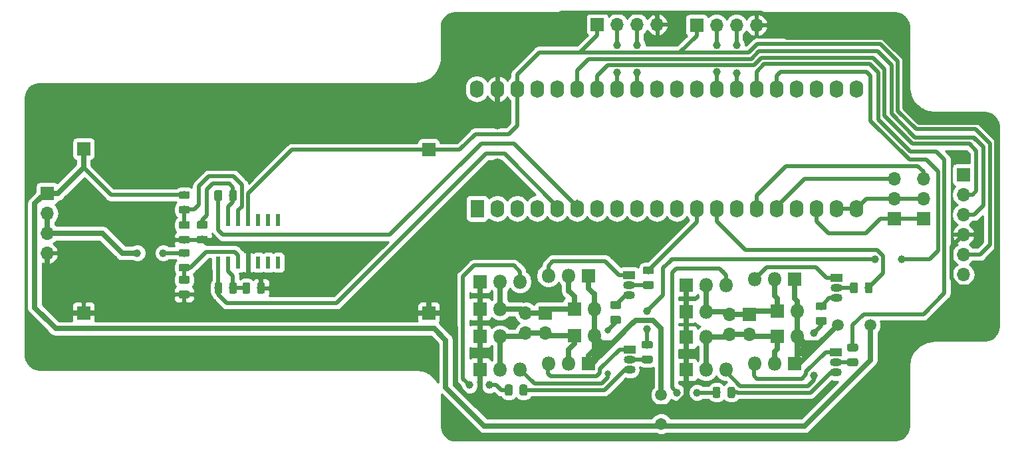
<source format=gbr>
G04 #@! TF.GenerationSoftware,KiCad,Pcbnew,(5.0.2)-1*
G04 #@! TF.CreationDate,2019-04-26T16:41:19-03:00*
G04 #@! TF.ProjectId,Hardware,48617264-7761-4726-952e-6b696361645f,rev?*
G04 #@! TF.SameCoordinates,Original*
G04 #@! TF.FileFunction,Copper,L2,Bot*
G04 #@! TF.FilePolarity,Positive*
%FSLAX46Y46*%
G04 Gerber Fmt 4.6, Leading zero omitted, Abs format (unit mm)*
G04 Created by KiCad (PCBNEW (5.0.2)-1) date 26/04/2019 16:41:19*
%MOMM*%
%LPD*%
G01*
G04 APERTURE LIST*
G04 #@! TA.AperFunction,ComponentPad*
%ADD10R,1.727200X2.250000*%
G04 #@! TD*
G04 #@! TA.AperFunction,ComponentPad*
%ADD11O,1.727200X2.250000*%
G04 #@! TD*
G04 #@! TA.AperFunction,ComponentPad*
%ADD12R,1.700000X1.700000*%
G04 #@! TD*
G04 #@! TA.AperFunction,ComponentPad*
%ADD13O,1.700000X1.700000*%
G04 #@! TD*
G04 #@! TA.AperFunction,Conductor*
%ADD14C,0.100000*%
G04 #@! TD*
G04 #@! TA.AperFunction,SMDPad,CuDef*
%ADD15C,0.975000*%
G04 #@! TD*
G04 #@! TA.AperFunction,ComponentPad*
%ADD16R,1.800000X1.800000*%
G04 #@! TD*
G04 #@! TA.AperFunction,ComponentPad*
%ADD17O,1.800000X1.800000*%
G04 #@! TD*
G04 #@! TA.AperFunction,SMDPad,CuDef*
%ADD18R,0.600000X1.500000*%
G04 #@! TD*
G04 #@! TA.AperFunction,ComponentPad*
%ADD19O,1.500000X1.050000*%
G04 #@! TD*
G04 #@! TA.AperFunction,ComponentPad*
%ADD20R,1.500000X1.050000*%
G04 #@! TD*
G04 #@! TA.AperFunction,ViaPad*
%ADD21C,1.500000*%
G04 #@! TD*
G04 #@! TA.AperFunction,ViaPad*
%ADD22C,1.000000*%
G04 #@! TD*
G04 #@! TA.AperFunction,ViaPad*
%ADD23C,0.800000*%
G04 #@! TD*
G04 #@! TA.AperFunction,Conductor*
%ADD24C,0.508000*%
G04 #@! TD*
G04 #@! TA.AperFunction,Conductor*
%ADD25C,0.708000*%
G04 #@! TD*
G04 #@! TA.AperFunction,Conductor*
%ADD26C,0.203200*%
G04 #@! TD*
G04 #@! TA.AperFunction,Conductor*
%ADD27C,0.254000*%
G04 #@! TD*
G04 APERTURE END LIST*
D10*
G04 #@! TO.P,U2,1*
G04 #@! TO.N,Net-(U2-Pad1)*
X137363200Y-96774000D03*
D11*
G04 #@! TO.P,U2,2*
G04 #@! TO.N,Net-(U2-Pad2)*
X139903200Y-96774000D03*
G04 #@! TO.P,U2,3*
G04 #@! TO.N,Net-(U2-Pad3)*
X142443200Y-96774000D03*
G04 #@! TO.P,U2,4*
G04 #@! TO.N,Net-(U2-Pad4)*
X144983200Y-96774000D03*
G04 #@! TO.P,U2,5*
G04 #@! TO.N,ADC0*
X147523200Y-96774000D03*
G04 #@! TO.P,U2,6*
G04 #@! TO.N,ADC1*
X150063200Y-96774000D03*
G04 #@! TO.P,U2,7*
G04 #@! TO.N,Net-(U2-Pad7)*
X152603200Y-96774000D03*
G04 #@! TO.P,U2,8*
G04 #@! TO.N,Net-(U2-Pad8)*
X155143200Y-96774000D03*
G04 #@! TO.P,U2,9*
G04 #@! TO.N,Net-(U2-Pad9)*
X157683200Y-96774000D03*
G04 #@! TO.P,U2,10*
G04 #@! TO.N,Net-(U2-Pad10)*
X160223200Y-96774000D03*
G04 #@! TO.P,U2,11*
G04 #@! TO.N,Net-(U2-Pad11)*
X162763200Y-96774000D03*
G04 #@! TO.P,U2,12*
G04 #@! TO.N,PWM1N*
X165303200Y-96774000D03*
G04 #@! TO.P,U2,13*
G04 #@! TO.N,PWM2N*
X167843200Y-96774000D03*
G04 #@! TO.P,U2,14*
G04 #@! TO.N,Net-(U2-Pad14)*
X170383200Y-96774000D03*
G04 #@! TO.P,U2,15*
G04 #@! TO.N,D1*
X172923200Y-96774000D03*
G04 #@! TO.P,U2,16*
G04 #@! TO.N,D0*
X175463200Y-96774000D03*
G04 #@! TO.P,U2,17*
G04 #@! TO.N,Net-(U2-Pad17)*
X178003200Y-96774000D03*
G04 #@! TO.P,U2,18*
G04 #@! TO.N,+3V3*
X180543200Y-96774000D03*
G04 #@! TO.P,U2,19*
G04 #@! TO.N,GNDD*
X183083200Y-96774000D03*
G04 #@! TO.P,U2,20*
X185623200Y-96774000D03*
G04 #@! TO.P,U2,21*
G04 #@! TO.N,Net-(U2-Pad21)*
X185623200Y-81534000D03*
G04 #@! TO.P,U2,22*
G04 #@! TO.N,Net-(U2-Pad22)*
X183083200Y-81534000D03*
G04 #@! TO.P,U2,23*
G04 #@! TO.N,Net-(U2-Pad23)*
X180543200Y-81534000D03*
G04 #@! TO.P,U2,24*
G04 #@! TO.N,Net-(U2-Pad24)*
X178003200Y-81534000D03*
G04 #@! TO.P,U2,25*
G04 #@! TO.N,PWM1*
X175463200Y-81534000D03*
G04 #@! TO.P,U2,26*
G04 #@! TO.N,PWM2*
X172923200Y-81534000D03*
G04 #@! TO.P,U2,27*
G04 #@! TO.N,Echo0*
X170383200Y-81534000D03*
G04 #@! TO.P,U2,28*
G04 #@! TO.N,Trig0*
X167843200Y-81534000D03*
G04 #@! TO.P,U2,29*
G04 #@! TO.N,Net-(U2-Pad29)*
X165303200Y-81534000D03*
G04 #@! TO.P,U2,30*
G04 #@! TO.N,Net-(U2-Pad30)*
X162763200Y-81534000D03*
G04 #@! TO.P,U2,31*
G04 #@! TO.N,Net-(U2-Pad31)*
X160223200Y-81534000D03*
G04 #@! TO.P,U2,32*
G04 #@! TO.N,Echo1*
X157683200Y-81534000D03*
G04 #@! TO.P,U2,33*
G04 #@! TO.N,Trig1*
X155143200Y-81534000D03*
G04 #@! TO.P,U2,34*
G04 #@! TO.N,RXB*
X152603200Y-81534000D03*
G04 #@! TO.P,U2,35*
G04 #@! TO.N,TXB*
X150063200Y-81534000D03*
G04 #@! TO.P,U2,36*
G04 #@! TO.N,Net-(U2-Pad36)*
X147523200Y-81534000D03*
G04 #@! TO.P,U2,37*
G04 #@! TO.N,Net-(U2-Pad37)*
X144983200Y-81534000D03*
G04 #@! TO.P,U2,38*
G04 #@! TO.N,+5V*
X142443200Y-81534000D03*
G04 #@! TO.P,U2,39*
G04 #@! TO.N,GND*
X139954000Y-81534000D03*
G04 #@! TO.P,U2,40*
G04 #@! TO.N,Net-(U2-Pad40)*
X137312400Y-81534000D03*
G04 #@! TD*
D12*
G04 #@! TO.P,J10,1*
G04 #@! TO.N,+5V*
X165290500Y-73406000D03*
D13*
G04 #@! TO.P,J10,2*
G04 #@! TO.N,Trig0*
X167830500Y-73406000D03*
G04 #@! TO.P,J10,3*
G04 #@! TO.N,Echo0*
X170370500Y-73406000D03*
G04 #@! TO.P,J10,4*
G04 #@! TO.N,GND*
X172910500Y-73406000D03*
G04 #@! TD*
G04 #@! TO.P,J11,4*
G04 #@! TO.N,GND*
X160274000Y-73342500D03*
G04 #@! TO.P,J11,3*
G04 #@! TO.N,Echo1*
X157734000Y-73342500D03*
G04 #@! TO.P,J11,2*
G04 #@! TO.N,Trig1*
X155194000Y-73342500D03*
D12*
G04 #@! TO.P,J11,1*
G04 #@! TO.N,+5V*
X152654000Y-73342500D03*
G04 #@! TD*
D13*
G04 #@! TO.P,U4,6*
G04 #@! TO.N,Net-(U4-Pad6)*
X199263000Y-105156000D03*
G04 #@! TO.P,U4,5*
G04 #@! TO.N,+5V*
X199263000Y-102616000D03*
G04 #@! TO.P,U4,4*
G04 #@! TO.N,GND*
X199263000Y-100076000D03*
G04 #@! TO.P,U4,3*
G04 #@! TO.N,TXB*
X199263000Y-97536000D03*
G04 #@! TO.P,U4,2*
G04 #@! TO.N,RXB*
X199263000Y-94996000D03*
D12*
G04 #@! TO.P,U4,1*
G04 #@! TO.N,Net-(U4-Pad1)*
X199263000Y-92456000D03*
G04 #@! TD*
G04 #@! TO.P,J9,1*
G04 #@! TO.N,+3V3*
X190500000Y-98044000D03*
D13*
G04 #@! TO.P,J9,2*
G04 #@! TO.N,GNDD*
X190500000Y-95504000D03*
G04 #@! TO.P,J9,3*
G04 #@! TO.N,D0*
X190500000Y-92964000D03*
G04 #@! TD*
G04 #@! TO.P,J8,3*
G04 #@! TO.N,D1*
X194183000Y-92964000D03*
G04 #@! TO.P,J8,2*
G04 #@! TO.N,GNDD*
X194183000Y-95504000D03*
D12*
G04 #@! TO.P,J8,1*
G04 #@! TO.N,+3V3*
X194183000Y-98044000D03*
G04 #@! TD*
G04 #@! TO.P,J4,1*
G04 #@! TO.N,+BATT*
X87249000Y-89154000D03*
G04 #@! TD*
G04 #@! TO.P,J5,1*
G04 #@! TO.N,+5V*
X131200719Y-89281000D03*
G04 #@! TD*
G04 #@! TO.P,J6,1*
G04 #@! TO.N,GND*
X87249000Y-110071084D03*
G04 #@! TD*
G04 #@! TO.P,J7,1*
G04 #@! TO.N,GND*
X131200719Y-110071084D03*
G04 #@! TD*
D14*
G04 #@! TO.N,Net-(R10-Pad2)*
G04 #@! TO.C,R12*
G36*
X102829442Y-98357774D02*
X102853103Y-98361284D01*
X102876307Y-98367096D01*
X102898829Y-98375154D01*
X102920453Y-98385382D01*
X102940970Y-98397679D01*
X102960183Y-98411929D01*
X102977907Y-98427993D01*
X102993971Y-98445717D01*
X103008221Y-98464930D01*
X103020518Y-98485447D01*
X103030746Y-98507071D01*
X103038804Y-98529593D01*
X103044616Y-98552797D01*
X103048126Y-98576458D01*
X103049300Y-98600350D01*
X103049300Y-99087850D01*
X103048126Y-99111742D01*
X103044616Y-99135403D01*
X103038804Y-99158607D01*
X103030746Y-99181129D01*
X103020518Y-99202753D01*
X103008221Y-99223270D01*
X102993971Y-99242483D01*
X102977907Y-99260207D01*
X102960183Y-99276271D01*
X102940970Y-99290521D01*
X102920453Y-99302818D01*
X102898829Y-99313046D01*
X102876307Y-99321104D01*
X102853103Y-99326916D01*
X102829442Y-99330426D01*
X102805550Y-99331600D01*
X101893050Y-99331600D01*
X101869158Y-99330426D01*
X101845497Y-99326916D01*
X101822293Y-99321104D01*
X101799771Y-99313046D01*
X101778147Y-99302818D01*
X101757630Y-99290521D01*
X101738417Y-99276271D01*
X101720693Y-99260207D01*
X101704629Y-99242483D01*
X101690379Y-99223270D01*
X101678082Y-99202753D01*
X101667854Y-99181129D01*
X101659796Y-99158607D01*
X101653984Y-99135403D01*
X101650474Y-99111742D01*
X101649300Y-99087850D01*
X101649300Y-98600350D01*
X101650474Y-98576458D01*
X101653984Y-98552797D01*
X101659796Y-98529593D01*
X101667854Y-98507071D01*
X101678082Y-98485447D01*
X101690379Y-98464930D01*
X101704629Y-98445717D01*
X101720693Y-98427993D01*
X101738417Y-98411929D01*
X101757630Y-98397679D01*
X101778147Y-98385382D01*
X101799771Y-98375154D01*
X101822293Y-98367096D01*
X101845497Y-98361284D01*
X101869158Y-98357774D01*
X101893050Y-98356600D01*
X102805550Y-98356600D01*
X102829442Y-98357774D01*
X102829442Y-98357774D01*
G37*
D15*
G04 #@! TD*
G04 #@! TO.P,R12,1*
G04 #@! TO.N,Net-(R10-Pad2)*
X102349300Y-98844100D03*
D14*
G04 #@! TO.N,GND*
G04 #@! TO.C,R12*
G36*
X102829442Y-100232774D02*
X102853103Y-100236284D01*
X102876307Y-100242096D01*
X102898829Y-100250154D01*
X102920453Y-100260382D01*
X102940970Y-100272679D01*
X102960183Y-100286929D01*
X102977907Y-100302993D01*
X102993971Y-100320717D01*
X103008221Y-100339930D01*
X103020518Y-100360447D01*
X103030746Y-100382071D01*
X103038804Y-100404593D01*
X103044616Y-100427797D01*
X103048126Y-100451458D01*
X103049300Y-100475350D01*
X103049300Y-100962850D01*
X103048126Y-100986742D01*
X103044616Y-101010403D01*
X103038804Y-101033607D01*
X103030746Y-101056129D01*
X103020518Y-101077753D01*
X103008221Y-101098270D01*
X102993971Y-101117483D01*
X102977907Y-101135207D01*
X102960183Y-101151271D01*
X102940970Y-101165521D01*
X102920453Y-101177818D01*
X102898829Y-101188046D01*
X102876307Y-101196104D01*
X102853103Y-101201916D01*
X102829442Y-101205426D01*
X102805550Y-101206600D01*
X101893050Y-101206600D01*
X101869158Y-101205426D01*
X101845497Y-101201916D01*
X101822293Y-101196104D01*
X101799771Y-101188046D01*
X101778147Y-101177818D01*
X101757630Y-101165521D01*
X101738417Y-101151271D01*
X101720693Y-101135207D01*
X101704629Y-101117483D01*
X101690379Y-101098270D01*
X101678082Y-101077753D01*
X101667854Y-101056129D01*
X101659796Y-101033607D01*
X101653984Y-101010403D01*
X101650474Y-100986742D01*
X101649300Y-100962850D01*
X101649300Y-100475350D01*
X101650474Y-100451458D01*
X101653984Y-100427797D01*
X101659796Y-100404593D01*
X101667854Y-100382071D01*
X101678082Y-100360447D01*
X101690379Y-100339930D01*
X101704629Y-100320717D01*
X101720693Y-100302993D01*
X101738417Y-100286929D01*
X101757630Y-100272679D01*
X101778147Y-100260382D01*
X101799771Y-100250154D01*
X101822293Y-100242096D01*
X101845497Y-100236284D01*
X101869158Y-100232774D01*
X101893050Y-100231600D01*
X102805550Y-100231600D01*
X102829442Y-100232774D01*
X102829442Y-100232774D01*
G37*
D15*
G04 #@! TD*
G04 #@! TO.P,R12,2*
G04 #@! TO.N,GND*
X102349300Y-100719100D03*
D14*
G04 #@! TO.N,BATMed*
G04 #@! TO.C,R13*
G36*
X100512014Y-101951821D02*
X100535675Y-101955331D01*
X100558879Y-101961143D01*
X100581401Y-101969201D01*
X100603025Y-101979429D01*
X100623542Y-101991726D01*
X100642755Y-102005976D01*
X100660479Y-102022040D01*
X100676543Y-102039764D01*
X100690793Y-102058977D01*
X100703090Y-102079494D01*
X100713318Y-102101118D01*
X100721376Y-102123640D01*
X100727188Y-102146844D01*
X100730698Y-102170505D01*
X100731872Y-102194397D01*
X100731872Y-102681897D01*
X100730698Y-102705789D01*
X100727188Y-102729450D01*
X100721376Y-102752654D01*
X100713318Y-102775176D01*
X100703090Y-102796800D01*
X100690793Y-102817317D01*
X100676543Y-102836530D01*
X100660479Y-102854254D01*
X100642755Y-102870318D01*
X100623542Y-102884568D01*
X100603025Y-102896865D01*
X100581401Y-102907093D01*
X100558879Y-102915151D01*
X100535675Y-102920963D01*
X100512014Y-102924473D01*
X100488122Y-102925647D01*
X99575622Y-102925647D01*
X99551730Y-102924473D01*
X99528069Y-102920963D01*
X99504865Y-102915151D01*
X99482343Y-102907093D01*
X99460719Y-102896865D01*
X99440202Y-102884568D01*
X99420989Y-102870318D01*
X99403265Y-102854254D01*
X99387201Y-102836530D01*
X99372951Y-102817317D01*
X99360654Y-102796800D01*
X99350426Y-102775176D01*
X99342368Y-102752654D01*
X99336556Y-102729450D01*
X99333046Y-102705789D01*
X99331872Y-102681897D01*
X99331872Y-102194397D01*
X99333046Y-102170505D01*
X99336556Y-102146844D01*
X99342368Y-102123640D01*
X99350426Y-102101118D01*
X99360654Y-102079494D01*
X99372951Y-102058977D01*
X99387201Y-102039764D01*
X99403265Y-102022040D01*
X99420989Y-102005976D01*
X99440202Y-101991726D01*
X99460719Y-101979429D01*
X99482343Y-101969201D01*
X99504865Y-101961143D01*
X99528069Y-101955331D01*
X99551730Y-101951821D01*
X99575622Y-101950647D01*
X100488122Y-101950647D01*
X100512014Y-101951821D01*
X100512014Y-101951821D01*
G37*
D15*
G04 #@! TD*
G04 #@! TO.P,R13,2*
G04 #@! TO.N,BATMed*
X100031872Y-102438147D03*
D14*
G04 #@! TO.N,Net-(R13-Pad1)*
G04 #@! TO.C,R13*
G36*
X100512014Y-103826821D02*
X100535675Y-103830331D01*
X100558879Y-103836143D01*
X100581401Y-103844201D01*
X100603025Y-103854429D01*
X100623542Y-103866726D01*
X100642755Y-103880976D01*
X100660479Y-103897040D01*
X100676543Y-103914764D01*
X100690793Y-103933977D01*
X100703090Y-103954494D01*
X100713318Y-103976118D01*
X100721376Y-103998640D01*
X100727188Y-104021844D01*
X100730698Y-104045505D01*
X100731872Y-104069397D01*
X100731872Y-104556897D01*
X100730698Y-104580789D01*
X100727188Y-104604450D01*
X100721376Y-104627654D01*
X100713318Y-104650176D01*
X100703090Y-104671800D01*
X100690793Y-104692317D01*
X100676543Y-104711530D01*
X100660479Y-104729254D01*
X100642755Y-104745318D01*
X100623542Y-104759568D01*
X100603025Y-104771865D01*
X100581401Y-104782093D01*
X100558879Y-104790151D01*
X100535675Y-104795963D01*
X100512014Y-104799473D01*
X100488122Y-104800647D01*
X99575622Y-104800647D01*
X99551730Y-104799473D01*
X99528069Y-104795963D01*
X99504865Y-104790151D01*
X99482343Y-104782093D01*
X99460719Y-104771865D01*
X99440202Y-104759568D01*
X99420989Y-104745318D01*
X99403265Y-104729254D01*
X99387201Y-104711530D01*
X99372951Y-104692317D01*
X99360654Y-104671800D01*
X99350426Y-104650176D01*
X99342368Y-104627654D01*
X99336556Y-104604450D01*
X99333046Y-104580789D01*
X99331872Y-104556897D01*
X99331872Y-104069397D01*
X99333046Y-104045505D01*
X99336556Y-104021844D01*
X99342368Y-103998640D01*
X99350426Y-103976118D01*
X99360654Y-103954494D01*
X99372951Y-103933977D01*
X99387201Y-103914764D01*
X99403265Y-103897040D01*
X99420989Y-103880976D01*
X99440202Y-103866726D01*
X99460719Y-103854429D01*
X99482343Y-103844201D01*
X99504865Y-103836143D01*
X99528069Y-103830331D01*
X99551730Y-103826821D01*
X99575622Y-103825647D01*
X100488122Y-103825647D01*
X100512014Y-103826821D01*
X100512014Y-103826821D01*
G37*
D15*
G04 #@! TD*
G04 #@! TO.P,R13,1*
G04 #@! TO.N,Net-(R13-Pad1)*
X100031872Y-104313147D03*
D14*
G04 #@! TO.N,Net-(R14-Pad1)*
G04 #@! TO.C,R14*
G36*
X100543442Y-96437774D02*
X100567103Y-96441284D01*
X100590307Y-96447096D01*
X100612829Y-96455154D01*
X100634453Y-96465382D01*
X100654970Y-96477679D01*
X100674183Y-96491929D01*
X100691907Y-96507993D01*
X100707971Y-96525717D01*
X100722221Y-96544930D01*
X100734518Y-96565447D01*
X100744746Y-96587071D01*
X100752804Y-96609593D01*
X100758616Y-96632797D01*
X100762126Y-96656458D01*
X100763300Y-96680350D01*
X100763300Y-97167850D01*
X100762126Y-97191742D01*
X100758616Y-97215403D01*
X100752804Y-97238607D01*
X100744746Y-97261129D01*
X100734518Y-97282753D01*
X100722221Y-97303270D01*
X100707971Y-97322483D01*
X100691907Y-97340207D01*
X100674183Y-97356271D01*
X100654970Y-97370521D01*
X100634453Y-97382818D01*
X100612829Y-97393046D01*
X100590307Y-97401104D01*
X100567103Y-97406916D01*
X100543442Y-97410426D01*
X100519550Y-97411600D01*
X99607050Y-97411600D01*
X99583158Y-97410426D01*
X99559497Y-97406916D01*
X99536293Y-97401104D01*
X99513771Y-97393046D01*
X99492147Y-97382818D01*
X99471630Y-97370521D01*
X99452417Y-97356271D01*
X99434693Y-97340207D01*
X99418629Y-97322483D01*
X99404379Y-97303270D01*
X99392082Y-97282753D01*
X99381854Y-97261129D01*
X99373796Y-97238607D01*
X99367984Y-97215403D01*
X99364474Y-97191742D01*
X99363300Y-97167850D01*
X99363300Y-96680350D01*
X99364474Y-96656458D01*
X99367984Y-96632797D01*
X99373796Y-96609593D01*
X99381854Y-96587071D01*
X99392082Y-96565447D01*
X99404379Y-96544930D01*
X99418629Y-96525717D01*
X99434693Y-96507993D01*
X99452417Y-96491929D01*
X99471630Y-96477679D01*
X99492147Y-96465382D01*
X99513771Y-96455154D01*
X99536293Y-96447096D01*
X99559497Y-96441284D01*
X99583158Y-96437774D01*
X99607050Y-96436600D01*
X100519550Y-96436600D01*
X100543442Y-96437774D01*
X100543442Y-96437774D01*
G37*
D15*
G04 #@! TD*
G04 #@! TO.P,R14,1*
G04 #@! TO.N,Net-(R14-Pad1)*
X100063300Y-96924100D03*
D14*
G04 #@! TO.N,+BATT*
G04 #@! TO.C,R14*
G36*
X100543442Y-94562774D02*
X100567103Y-94566284D01*
X100590307Y-94572096D01*
X100612829Y-94580154D01*
X100634453Y-94590382D01*
X100654970Y-94602679D01*
X100674183Y-94616929D01*
X100691907Y-94632993D01*
X100707971Y-94650717D01*
X100722221Y-94669930D01*
X100734518Y-94690447D01*
X100744746Y-94712071D01*
X100752804Y-94734593D01*
X100758616Y-94757797D01*
X100762126Y-94781458D01*
X100763300Y-94805350D01*
X100763300Y-95292850D01*
X100762126Y-95316742D01*
X100758616Y-95340403D01*
X100752804Y-95363607D01*
X100744746Y-95386129D01*
X100734518Y-95407753D01*
X100722221Y-95428270D01*
X100707971Y-95447483D01*
X100691907Y-95465207D01*
X100674183Y-95481271D01*
X100654970Y-95495521D01*
X100634453Y-95507818D01*
X100612829Y-95518046D01*
X100590307Y-95526104D01*
X100567103Y-95531916D01*
X100543442Y-95535426D01*
X100519550Y-95536600D01*
X99607050Y-95536600D01*
X99583158Y-95535426D01*
X99559497Y-95531916D01*
X99536293Y-95526104D01*
X99513771Y-95518046D01*
X99492147Y-95507818D01*
X99471630Y-95495521D01*
X99452417Y-95481271D01*
X99434693Y-95465207D01*
X99418629Y-95447483D01*
X99404379Y-95428270D01*
X99392082Y-95407753D01*
X99381854Y-95386129D01*
X99373796Y-95363607D01*
X99367984Y-95340403D01*
X99364474Y-95316742D01*
X99363300Y-95292850D01*
X99363300Y-94805350D01*
X99364474Y-94781458D01*
X99367984Y-94757797D01*
X99373796Y-94734593D01*
X99381854Y-94712071D01*
X99392082Y-94690447D01*
X99404379Y-94669930D01*
X99418629Y-94650717D01*
X99434693Y-94632993D01*
X99452417Y-94616929D01*
X99471630Y-94602679D01*
X99492147Y-94590382D01*
X99513771Y-94580154D01*
X99536293Y-94572096D01*
X99559497Y-94566284D01*
X99583158Y-94562774D01*
X99607050Y-94561600D01*
X100519550Y-94561600D01*
X100543442Y-94562774D01*
X100543442Y-94562774D01*
G37*
D15*
G04 #@! TD*
G04 #@! TO.P,R14,2*
G04 #@! TO.N,+BATT*
X100063300Y-95049100D03*
D14*
G04 #@! TO.N,GND*
G04 #@! TO.C,R15*
G36*
X100512014Y-107232721D02*
X100535675Y-107236231D01*
X100558879Y-107242043D01*
X100581401Y-107250101D01*
X100603025Y-107260329D01*
X100623542Y-107272626D01*
X100642755Y-107286876D01*
X100660479Y-107302940D01*
X100676543Y-107320664D01*
X100690793Y-107339877D01*
X100703090Y-107360394D01*
X100713318Y-107382018D01*
X100721376Y-107404540D01*
X100727188Y-107427744D01*
X100730698Y-107451405D01*
X100731872Y-107475297D01*
X100731872Y-107962797D01*
X100730698Y-107986689D01*
X100727188Y-108010350D01*
X100721376Y-108033554D01*
X100713318Y-108056076D01*
X100703090Y-108077700D01*
X100690793Y-108098217D01*
X100676543Y-108117430D01*
X100660479Y-108135154D01*
X100642755Y-108151218D01*
X100623542Y-108165468D01*
X100603025Y-108177765D01*
X100581401Y-108187993D01*
X100558879Y-108196051D01*
X100535675Y-108201863D01*
X100512014Y-108205373D01*
X100488122Y-108206547D01*
X99575622Y-108206547D01*
X99551730Y-108205373D01*
X99528069Y-108201863D01*
X99504865Y-108196051D01*
X99482343Y-108187993D01*
X99460719Y-108177765D01*
X99440202Y-108165468D01*
X99420989Y-108151218D01*
X99403265Y-108135154D01*
X99387201Y-108117430D01*
X99372951Y-108098217D01*
X99360654Y-108077700D01*
X99350426Y-108056076D01*
X99342368Y-108033554D01*
X99336556Y-108010350D01*
X99333046Y-107986689D01*
X99331872Y-107962797D01*
X99331872Y-107475297D01*
X99333046Y-107451405D01*
X99336556Y-107427744D01*
X99342368Y-107404540D01*
X99350426Y-107382018D01*
X99360654Y-107360394D01*
X99372951Y-107339877D01*
X99387201Y-107320664D01*
X99403265Y-107302940D01*
X99420989Y-107286876D01*
X99440202Y-107272626D01*
X99460719Y-107260329D01*
X99482343Y-107250101D01*
X99504865Y-107242043D01*
X99528069Y-107236231D01*
X99551730Y-107232721D01*
X99575622Y-107231547D01*
X100488122Y-107231547D01*
X100512014Y-107232721D01*
X100512014Y-107232721D01*
G37*
D15*
G04 #@! TD*
G04 #@! TO.P,R15,2*
G04 #@! TO.N,GND*
X100031872Y-107719047D03*
D14*
G04 #@! TO.N,Net-(R13-Pad1)*
G04 #@! TO.C,R15*
G36*
X100512014Y-105357721D02*
X100535675Y-105361231D01*
X100558879Y-105367043D01*
X100581401Y-105375101D01*
X100603025Y-105385329D01*
X100623542Y-105397626D01*
X100642755Y-105411876D01*
X100660479Y-105427940D01*
X100676543Y-105445664D01*
X100690793Y-105464877D01*
X100703090Y-105485394D01*
X100713318Y-105507018D01*
X100721376Y-105529540D01*
X100727188Y-105552744D01*
X100730698Y-105576405D01*
X100731872Y-105600297D01*
X100731872Y-106087797D01*
X100730698Y-106111689D01*
X100727188Y-106135350D01*
X100721376Y-106158554D01*
X100713318Y-106181076D01*
X100703090Y-106202700D01*
X100690793Y-106223217D01*
X100676543Y-106242430D01*
X100660479Y-106260154D01*
X100642755Y-106276218D01*
X100623542Y-106290468D01*
X100603025Y-106302765D01*
X100581401Y-106312993D01*
X100558879Y-106321051D01*
X100535675Y-106326863D01*
X100512014Y-106330373D01*
X100488122Y-106331547D01*
X99575622Y-106331547D01*
X99551730Y-106330373D01*
X99528069Y-106326863D01*
X99504865Y-106321051D01*
X99482343Y-106312993D01*
X99460719Y-106302765D01*
X99440202Y-106290468D01*
X99420989Y-106276218D01*
X99403265Y-106260154D01*
X99387201Y-106242430D01*
X99372951Y-106223217D01*
X99360654Y-106202700D01*
X99350426Y-106181076D01*
X99342368Y-106158554D01*
X99336556Y-106135350D01*
X99333046Y-106111689D01*
X99331872Y-106087797D01*
X99331872Y-105600297D01*
X99333046Y-105576405D01*
X99336556Y-105552744D01*
X99342368Y-105529540D01*
X99350426Y-105507018D01*
X99360654Y-105485394D01*
X99372951Y-105464877D01*
X99387201Y-105445664D01*
X99403265Y-105427940D01*
X99420989Y-105411876D01*
X99440202Y-105397626D01*
X99460719Y-105385329D01*
X99482343Y-105375101D01*
X99504865Y-105367043D01*
X99528069Y-105361231D01*
X99551730Y-105357721D01*
X99575622Y-105356547D01*
X100488122Y-105356547D01*
X100512014Y-105357721D01*
X100512014Y-105357721D01*
G37*
D15*
G04 #@! TD*
G04 #@! TO.P,R15,1*
G04 #@! TO.N,Net-(R13-Pad1)*
X100031872Y-105844047D03*
D14*
G04 #@! TO.N,Net-(R11-Pad1)*
G04 #@! TO.C,R11*
G36*
X108219942Y-106209774D02*
X108243603Y-106213284D01*
X108266807Y-106219096D01*
X108289329Y-106227154D01*
X108310953Y-106237382D01*
X108331470Y-106249679D01*
X108350683Y-106263929D01*
X108368407Y-106279993D01*
X108384471Y-106297717D01*
X108398721Y-106316930D01*
X108411018Y-106337447D01*
X108421246Y-106359071D01*
X108429304Y-106381593D01*
X108435116Y-106404797D01*
X108438626Y-106428458D01*
X108439800Y-106452350D01*
X108439800Y-107364850D01*
X108438626Y-107388742D01*
X108435116Y-107412403D01*
X108429304Y-107435607D01*
X108421246Y-107458129D01*
X108411018Y-107479753D01*
X108398721Y-107500270D01*
X108384471Y-107519483D01*
X108368407Y-107537207D01*
X108350683Y-107553271D01*
X108331470Y-107567521D01*
X108310953Y-107579818D01*
X108289329Y-107590046D01*
X108266807Y-107598104D01*
X108243603Y-107603916D01*
X108219942Y-107607426D01*
X108196050Y-107608600D01*
X107708550Y-107608600D01*
X107684658Y-107607426D01*
X107660997Y-107603916D01*
X107637793Y-107598104D01*
X107615271Y-107590046D01*
X107593647Y-107579818D01*
X107573130Y-107567521D01*
X107553917Y-107553271D01*
X107536193Y-107537207D01*
X107520129Y-107519483D01*
X107505879Y-107500270D01*
X107493582Y-107479753D01*
X107483354Y-107458129D01*
X107475296Y-107435607D01*
X107469484Y-107412403D01*
X107465974Y-107388742D01*
X107464800Y-107364850D01*
X107464800Y-106452350D01*
X107465974Y-106428458D01*
X107469484Y-106404797D01*
X107475296Y-106381593D01*
X107483354Y-106359071D01*
X107493582Y-106337447D01*
X107505879Y-106316930D01*
X107520129Y-106297717D01*
X107536193Y-106279993D01*
X107553917Y-106263929D01*
X107573130Y-106249679D01*
X107593647Y-106237382D01*
X107615271Y-106227154D01*
X107637793Y-106219096D01*
X107660997Y-106213284D01*
X107684658Y-106209774D01*
X107708550Y-106208600D01*
X108196050Y-106208600D01*
X108219942Y-106209774D01*
X108219942Y-106209774D01*
G37*
D15*
G04 #@! TD*
G04 #@! TO.P,R11,1*
G04 #@! TO.N,Net-(R11-Pad1)*
X107952300Y-106908600D03*
D14*
G04 #@! TO.N,GND*
G04 #@! TO.C,R11*
G36*
X110094942Y-106209774D02*
X110118603Y-106213284D01*
X110141807Y-106219096D01*
X110164329Y-106227154D01*
X110185953Y-106237382D01*
X110206470Y-106249679D01*
X110225683Y-106263929D01*
X110243407Y-106279993D01*
X110259471Y-106297717D01*
X110273721Y-106316930D01*
X110286018Y-106337447D01*
X110296246Y-106359071D01*
X110304304Y-106381593D01*
X110310116Y-106404797D01*
X110313626Y-106428458D01*
X110314800Y-106452350D01*
X110314800Y-107364850D01*
X110313626Y-107388742D01*
X110310116Y-107412403D01*
X110304304Y-107435607D01*
X110296246Y-107458129D01*
X110286018Y-107479753D01*
X110273721Y-107500270D01*
X110259471Y-107519483D01*
X110243407Y-107537207D01*
X110225683Y-107553271D01*
X110206470Y-107567521D01*
X110185953Y-107579818D01*
X110164329Y-107590046D01*
X110141807Y-107598104D01*
X110118603Y-107603916D01*
X110094942Y-107607426D01*
X110071050Y-107608600D01*
X109583550Y-107608600D01*
X109559658Y-107607426D01*
X109535997Y-107603916D01*
X109512793Y-107598104D01*
X109490271Y-107590046D01*
X109468647Y-107579818D01*
X109448130Y-107567521D01*
X109428917Y-107553271D01*
X109411193Y-107537207D01*
X109395129Y-107519483D01*
X109380879Y-107500270D01*
X109368582Y-107479753D01*
X109358354Y-107458129D01*
X109350296Y-107435607D01*
X109344484Y-107412403D01*
X109340974Y-107388742D01*
X109339800Y-107364850D01*
X109339800Y-106452350D01*
X109340974Y-106428458D01*
X109344484Y-106404797D01*
X109350296Y-106381593D01*
X109358354Y-106359071D01*
X109368582Y-106337447D01*
X109380879Y-106316930D01*
X109395129Y-106297717D01*
X109411193Y-106279993D01*
X109428917Y-106263929D01*
X109448130Y-106249679D01*
X109468647Y-106237382D01*
X109490271Y-106227154D01*
X109512793Y-106219096D01*
X109535997Y-106213284D01*
X109559658Y-106209774D01*
X109583550Y-106208600D01*
X110071050Y-106208600D01*
X110094942Y-106209774D01*
X110094942Y-106209774D01*
G37*
D15*
G04 #@! TD*
G04 #@! TO.P,R11,2*
G04 #@! TO.N,GND*
X109827300Y-106908600D03*
D14*
G04 #@! TO.N,Net-(R10-Pad2)*
G04 #@! TO.C,R10*
G36*
X106527442Y-94427451D02*
X106551103Y-94430961D01*
X106574307Y-94436773D01*
X106596829Y-94444831D01*
X106618453Y-94455059D01*
X106638970Y-94467356D01*
X106658183Y-94481606D01*
X106675907Y-94497670D01*
X106691971Y-94515394D01*
X106706221Y-94534607D01*
X106718518Y-94555124D01*
X106728746Y-94576748D01*
X106736804Y-94599270D01*
X106742616Y-94622474D01*
X106746126Y-94646135D01*
X106747300Y-94670027D01*
X106747300Y-95582527D01*
X106746126Y-95606419D01*
X106742616Y-95630080D01*
X106736804Y-95653284D01*
X106728746Y-95675806D01*
X106718518Y-95697430D01*
X106706221Y-95717947D01*
X106691971Y-95737160D01*
X106675907Y-95754884D01*
X106658183Y-95770948D01*
X106638970Y-95785198D01*
X106618453Y-95797495D01*
X106596829Y-95807723D01*
X106574307Y-95815781D01*
X106551103Y-95821593D01*
X106527442Y-95825103D01*
X106503550Y-95826277D01*
X106016050Y-95826277D01*
X105992158Y-95825103D01*
X105968497Y-95821593D01*
X105945293Y-95815781D01*
X105922771Y-95807723D01*
X105901147Y-95797495D01*
X105880630Y-95785198D01*
X105861417Y-95770948D01*
X105843693Y-95754884D01*
X105827629Y-95737160D01*
X105813379Y-95717947D01*
X105801082Y-95697430D01*
X105790854Y-95675806D01*
X105782796Y-95653284D01*
X105776984Y-95630080D01*
X105773474Y-95606419D01*
X105772300Y-95582527D01*
X105772300Y-94670027D01*
X105773474Y-94646135D01*
X105776984Y-94622474D01*
X105782796Y-94599270D01*
X105790854Y-94576748D01*
X105801082Y-94555124D01*
X105813379Y-94534607D01*
X105827629Y-94515394D01*
X105843693Y-94497670D01*
X105861417Y-94481606D01*
X105880630Y-94467356D01*
X105901147Y-94455059D01*
X105922771Y-94444831D01*
X105945293Y-94436773D01*
X105968497Y-94430961D01*
X105992158Y-94427451D01*
X106016050Y-94426277D01*
X106503550Y-94426277D01*
X106527442Y-94427451D01*
X106527442Y-94427451D01*
G37*
D15*
G04 #@! TD*
G04 #@! TO.P,R10,2*
G04 #@! TO.N,Net-(R10-Pad2)*
X106259800Y-95126277D03*
D14*
G04 #@! TO.N,ADC1*
G04 #@! TO.C,R10*
G36*
X104652442Y-94427451D02*
X104676103Y-94430961D01*
X104699307Y-94436773D01*
X104721829Y-94444831D01*
X104743453Y-94455059D01*
X104763970Y-94467356D01*
X104783183Y-94481606D01*
X104800907Y-94497670D01*
X104816971Y-94515394D01*
X104831221Y-94534607D01*
X104843518Y-94555124D01*
X104853746Y-94576748D01*
X104861804Y-94599270D01*
X104867616Y-94622474D01*
X104871126Y-94646135D01*
X104872300Y-94670027D01*
X104872300Y-95582527D01*
X104871126Y-95606419D01*
X104867616Y-95630080D01*
X104861804Y-95653284D01*
X104853746Y-95675806D01*
X104843518Y-95697430D01*
X104831221Y-95717947D01*
X104816971Y-95737160D01*
X104800907Y-95754884D01*
X104783183Y-95770948D01*
X104763970Y-95785198D01*
X104743453Y-95797495D01*
X104721829Y-95807723D01*
X104699307Y-95815781D01*
X104676103Y-95821593D01*
X104652442Y-95825103D01*
X104628550Y-95826277D01*
X104141050Y-95826277D01*
X104117158Y-95825103D01*
X104093497Y-95821593D01*
X104070293Y-95815781D01*
X104047771Y-95807723D01*
X104026147Y-95797495D01*
X104005630Y-95785198D01*
X103986417Y-95770948D01*
X103968693Y-95754884D01*
X103952629Y-95737160D01*
X103938379Y-95717947D01*
X103926082Y-95697430D01*
X103915854Y-95675806D01*
X103907796Y-95653284D01*
X103901984Y-95630080D01*
X103898474Y-95606419D01*
X103897300Y-95582527D01*
X103897300Y-94670027D01*
X103898474Y-94646135D01*
X103901984Y-94622474D01*
X103907796Y-94599270D01*
X103915854Y-94576748D01*
X103926082Y-94555124D01*
X103938379Y-94534607D01*
X103952629Y-94515394D01*
X103968693Y-94497670D01*
X103986417Y-94481606D01*
X104005630Y-94467356D01*
X104026147Y-94455059D01*
X104047771Y-94444831D01*
X104070293Y-94436773D01*
X104093497Y-94430961D01*
X104117158Y-94427451D01*
X104141050Y-94426277D01*
X104628550Y-94426277D01*
X104652442Y-94427451D01*
X104652442Y-94427451D01*
G37*
D15*
G04 #@! TD*
G04 #@! TO.P,R10,1*
G04 #@! TO.N,ADC1*
X104384800Y-95126277D03*
D14*
G04 #@! TO.N,ADC0*
G04 #@! TO.C,R9*
G36*
X104663942Y-106209774D02*
X104687603Y-106213284D01*
X104710807Y-106219096D01*
X104733329Y-106227154D01*
X104754953Y-106237382D01*
X104775470Y-106249679D01*
X104794683Y-106263929D01*
X104812407Y-106279993D01*
X104828471Y-106297717D01*
X104842721Y-106316930D01*
X104855018Y-106337447D01*
X104865246Y-106359071D01*
X104873304Y-106381593D01*
X104879116Y-106404797D01*
X104882626Y-106428458D01*
X104883800Y-106452350D01*
X104883800Y-107364850D01*
X104882626Y-107388742D01*
X104879116Y-107412403D01*
X104873304Y-107435607D01*
X104865246Y-107458129D01*
X104855018Y-107479753D01*
X104842721Y-107500270D01*
X104828471Y-107519483D01*
X104812407Y-107537207D01*
X104794683Y-107553271D01*
X104775470Y-107567521D01*
X104754953Y-107579818D01*
X104733329Y-107590046D01*
X104710807Y-107598104D01*
X104687603Y-107603916D01*
X104663942Y-107607426D01*
X104640050Y-107608600D01*
X104152550Y-107608600D01*
X104128658Y-107607426D01*
X104104997Y-107603916D01*
X104081793Y-107598104D01*
X104059271Y-107590046D01*
X104037647Y-107579818D01*
X104017130Y-107567521D01*
X103997917Y-107553271D01*
X103980193Y-107537207D01*
X103964129Y-107519483D01*
X103949879Y-107500270D01*
X103937582Y-107479753D01*
X103927354Y-107458129D01*
X103919296Y-107435607D01*
X103913484Y-107412403D01*
X103909974Y-107388742D01*
X103908800Y-107364850D01*
X103908800Y-106452350D01*
X103909974Y-106428458D01*
X103913484Y-106404797D01*
X103919296Y-106381593D01*
X103927354Y-106359071D01*
X103937582Y-106337447D01*
X103949879Y-106316930D01*
X103964129Y-106297717D01*
X103980193Y-106279993D01*
X103997917Y-106263929D01*
X104017130Y-106249679D01*
X104037647Y-106237382D01*
X104059271Y-106227154D01*
X104081793Y-106219096D01*
X104104997Y-106213284D01*
X104128658Y-106209774D01*
X104152550Y-106208600D01*
X104640050Y-106208600D01*
X104663942Y-106209774D01*
X104663942Y-106209774D01*
G37*
D15*
G04 #@! TD*
G04 #@! TO.P,R9,1*
G04 #@! TO.N,ADC0*
X104396300Y-106908600D03*
D14*
G04 #@! TO.N,Net-(R11-Pad1)*
G04 #@! TO.C,R9*
G36*
X106538942Y-106209774D02*
X106562603Y-106213284D01*
X106585807Y-106219096D01*
X106608329Y-106227154D01*
X106629953Y-106237382D01*
X106650470Y-106249679D01*
X106669683Y-106263929D01*
X106687407Y-106279993D01*
X106703471Y-106297717D01*
X106717721Y-106316930D01*
X106730018Y-106337447D01*
X106740246Y-106359071D01*
X106748304Y-106381593D01*
X106754116Y-106404797D01*
X106757626Y-106428458D01*
X106758800Y-106452350D01*
X106758800Y-107364850D01*
X106757626Y-107388742D01*
X106754116Y-107412403D01*
X106748304Y-107435607D01*
X106740246Y-107458129D01*
X106730018Y-107479753D01*
X106717721Y-107500270D01*
X106703471Y-107519483D01*
X106687407Y-107537207D01*
X106669683Y-107553271D01*
X106650470Y-107567521D01*
X106629953Y-107579818D01*
X106608329Y-107590046D01*
X106585807Y-107598104D01*
X106562603Y-107603916D01*
X106538942Y-107607426D01*
X106515050Y-107608600D01*
X106027550Y-107608600D01*
X106003658Y-107607426D01*
X105979997Y-107603916D01*
X105956793Y-107598104D01*
X105934271Y-107590046D01*
X105912647Y-107579818D01*
X105892130Y-107567521D01*
X105872917Y-107553271D01*
X105855193Y-107537207D01*
X105839129Y-107519483D01*
X105824879Y-107500270D01*
X105812582Y-107479753D01*
X105802354Y-107458129D01*
X105794296Y-107435607D01*
X105788484Y-107412403D01*
X105784974Y-107388742D01*
X105783800Y-107364850D01*
X105783800Y-106452350D01*
X105784974Y-106428458D01*
X105788484Y-106404797D01*
X105794296Y-106381593D01*
X105802354Y-106359071D01*
X105812582Y-106337447D01*
X105824879Y-106316930D01*
X105839129Y-106297717D01*
X105855193Y-106279993D01*
X105872917Y-106263929D01*
X105892130Y-106249679D01*
X105912647Y-106237382D01*
X105934271Y-106227154D01*
X105956793Y-106219096D01*
X105979997Y-106213284D01*
X106003658Y-106209774D01*
X106027550Y-106208600D01*
X106515050Y-106208600D01*
X106538942Y-106209774D01*
X106538942Y-106209774D01*
G37*
D15*
G04 #@! TD*
G04 #@! TO.P,R9,2*
G04 #@! TO.N,Net-(R11-Pad1)*
X106271300Y-106908600D03*
D14*
G04 #@! TO.N,GND*
G04 #@! TO.C,R16*
G36*
X100546301Y-100256103D02*
X100569962Y-100259613D01*
X100593166Y-100265425D01*
X100615688Y-100273483D01*
X100637312Y-100283711D01*
X100657829Y-100296008D01*
X100677042Y-100310258D01*
X100694766Y-100326322D01*
X100710830Y-100344046D01*
X100725080Y-100363259D01*
X100737377Y-100383776D01*
X100747605Y-100405400D01*
X100755663Y-100427922D01*
X100761475Y-100451126D01*
X100764985Y-100474787D01*
X100766159Y-100498679D01*
X100766159Y-100986179D01*
X100764985Y-101010071D01*
X100761475Y-101033732D01*
X100755663Y-101056936D01*
X100747605Y-101079458D01*
X100737377Y-101101082D01*
X100725080Y-101121599D01*
X100710830Y-101140812D01*
X100694766Y-101158536D01*
X100677042Y-101174600D01*
X100657829Y-101188850D01*
X100637312Y-101201147D01*
X100615688Y-101211375D01*
X100593166Y-101219433D01*
X100569962Y-101225245D01*
X100546301Y-101228755D01*
X100522409Y-101229929D01*
X99609909Y-101229929D01*
X99586017Y-101228755D01*
X99562356Y-101225245D01*
X99539152Y-101219433D01*
X99516630Y-101211375D01*
X99495006Y-101201147D01*
X99474489Y-101188850D01*
X99455276Y-101174600D01*
X99437552Y-101158536D01*
X99421488Y-101140812D01*
X99407238Y-101121599D01*
X99394941Y-101101082D01*
X99384713Y-101079458D01*
X99376655Y-101056936D01*
X99370843Y-101033732D01*
X99367333Y-101010071D01*
X99366159Y-100986179D01*
X99366159Y-100498679D01*
X99367333Y-100474787D01*
X99370843Y-100451126D01*
X99376655Y-100427922D01*
X99384713Y-100405400D01*
X99394941Y-100383776D01*
X99407238Y-100363259D01*
X99421488Y-100344046D01*
X99437552Y-100326322D01*
X99455276Y-100310258D01*
X99474489Y-100296008D01*
X99495006Y-100283711D01*
X99516630Y-100273483D01*
X99539152Y-100265425D01*
X99562356Y-100259613D01*
X99586017Y-100256103D01*
X99609909Y-100254929D01*
X100522409Y-100254929D01*
X100546301Y-100256103D01*
X100546301Y-100256103D01*
G37*
D15*
G04 #@! TD*
G04 #@! TO.P,R16,2*
G04 #@! TO.N,GND*
X100066159Y-100742429D03*
D14*
G04 #@! TO.N,Net-(R14-Pad1)*
G04 #@! TO.C,R16*
G36*
X100546301Y-98381103D02*
X100569962Y-98384613D01*
X100593166Y-98390425D01*
X100615688Y-98398483D01*
X100637312Y-98408711D01*
X100657829Y-98421008D01*
X100677042Y-98435258D01*
X100694766Y-98451322D01*
X100710830Y-98469046D01*
X100725080Y-98488259D01*
X100737377Y-98508776D01*
X100747605Y-98530400D01*
X100755663Y-98552922D01*
X100761475Y-98576126D01*
X100764985Y-98599787D01*
X100766159Y-98623679D01*
X100766159Y-99111179D01*
X100764985Y-99135071D01*
X100761475Y-99158732D01*
X100755663Y-99181936D01*
X100747605Y-99204458D01*
X100737377Y-99226082D01*
X100725080Y-99246599D01*
X100710830Y-99265812D01*
X100694766Y-99283536D01*
X100677042Y-99299600D01*
X100657829Y-99313850D01*
X100637312Y-99326147D01*
X100615688Y-99336375D01*
X100593166Y-99344433D01*
X100569962Y-99350245D01*
X100546301Y-99353755D01*
X100522409Y-99354929D01*
X99609909Y-99354929D01*
X99586017Y-99353755D01*
X99562356Y-99350245D01*
X99539152Y-99344433D01*
X99516630Y-99336375D01*
X99495006Y-99326147D01*
X99474489Y-99313850D01*
X99455276Y-99299600D01*
X99437552Y-99283536D01*
X99421488Y-99265812D01*
X99407238Y-99246599D01*
X99394941Y-99226082D01*
X99384713Y-99204458D01*
X99376655Y-99181936D01*
X99370843Y-99158732D01*
X99367333Y-99135071D01*
X99366159Y-99111179D01*
X99366159Y-98623679D01*
X99367333Y-98599787D01*
X99370843Y-98576126D01*
X99376655Y-98552922D01*
X99384713Y-98530400D01*
X99394941Y-98508776D01*
X99407238Y-98488259D01*
X99421488Y-98469046D01*
X99437552Y-98451322D01*
X99455276Y-98435258D01*
X99474489Y-98421008D01*
X99495006Y-98408711D01*
X99516630Y-98398483D01*
X99539152Y-98390425D01*
X99562356Y-98384613D01*
X99586017Y-98381103D01*
X99609909Y-98379929D01*
X100522409Y-98379929D01*
X100546301Y-98381103D01*
X100546301Y-98381103D01*
G37*
D15*
G04 #@! TD*
G04 #@! TO.P,R16,1*
G04 #@! TO.N,Net-(R14-Pad1)*
X100066159Y-98867429D03*
D16*
G04 #@! TO.P,Q8,1*
G04 #@! TO.N,+BATT*
X177794455Y-116541182D03*
D17*
G04 #@! TO.P,Q8,2*
G04 #@! TO.N,Net-(D6-Pad1)*
X175254455Y-116541182D03*
G04 #@! TO.P,Q8,3*
G04 #@! TO.N,Net-(Q10-Pad1)*
X172714455Y-116541182D03*
G04 #@! TD*
D13*
G04 #@! TO.P,J3,4*
G04 #@! TO.N,Net-(D6-Pad1)*
X169440364Y-112799884D03*
G04 #@! TO.P,J3,3*
G04 #@! TO.N,Net-(D5-Pad1)*
X169440364Y-110259884D03*
G04 #@! TO.P,J3,2*
G04 #@! TO.N,Net-(D6-Pad1)*
X171980364Y-112799884D03*
D12*
G04 #@! TO.P,J3,1*
G04 #@! TO.N,Net-(D5-Pad1)*
X171980364Y-110259884D03*
G04 #@! TD*
D16*
G04 #@! TO.P,D4,1*
G04 #@! TO.N,GND*
X137715764Y-113066584D03*
D17*
G04 #@! TO.P,D4,2*
G04 #@! TO.N,Net-(D2-Pad1)*
X140255764Y-113066584D03*
G04 #@! TD*
G04 #@! TO.P,D1,2*
G04 #@! TO.N,+BATT*
X152282664Y-109574084D03*
D16*
G04 #@! TO.P,D1,1*
G04 #@! TO.N,Net-(D1-Pad1)*
X149742664Y-109574084D03*
G04 #@! TD*
G04 #@! TO.P,D2,1*
G04 #@! TO.N,Net-(D2-Pad1)*
X149742664Y-113003084D03*
D17*
G04 #@! TO.P,D2,2*
G04 #@! TO.N,+BATT*
X152282664Y-113003084D03*
G04 #@! TD*
G04 #@! TO.P,D3,2*
G04 #@! TO.N,Net-(D1-Pad1)*
X140255764Y-109574084D03*
D16*
G04 #@! TO.P,D3,1*
G04 #@! TO.N,GND*
X137715764Y-109574084D03*
G04 #@! TD*
G04 #@! TO.P,D6,1*
G04 #@! TO.N,Net-(D6-Pad1)*
X175612564Y-113028484D03*
D17*
G04 #@! TO.P,D6,2*
G04 #@! TO.N,+BATT*
X178152564Y-113028484D03*
G04 #@! TD*
G04 #@! TO.P,D7,2*
G04 #@! TO.N,Net-(D5-Pad1)*
X166493964Y-109904284D03*
D16*
G04 #@! TO.P,D7,1*
G04 #@! TO.N,GND*
X163953964Y-109904284D03*
G04 #@! TD*
G04 #@! TO.P,D8,1*
G04 #@! TO.N,GND*
X163953964Y-113180884D03*
D17*
G04 #@! TO.P,D8,2*
G04 #@! TO.N,Net-(D6-Pad1)*
X166493964Y-113180884D03*
G04 #@! TD*
G04 #@! TO.P,D5,2*
G04 #@! TO.N,+BATT*
X178152564Y-109828084D03*
D16*
G04 #@! TO.P,D5,1*
G04 #@! TO.N,Net-(D5-Pad1)*
X175612564Y-109828084D03*
G04 #@! TD*
D18*
G04 #@! TO.P,U3,1*
G04 #@! TO.N,ADC1*
X104395200Y-98255577D03*
G04 #@! TO.P,U3,2*
G04 #@! TO.N,Net-(R10-Pad2)*
X105665200Y-98255577D03*
G04 #@! TO.P,U3,3*
G04 #@! TO.N,Net-(R14-Pad1)*
X106935200Y-98255577D03*
G04 #@! TO.P,U3,4*
G04 #@! TO.N,+5V*
X108205200Y-98255577D03*
G04 #@! TO.P,U3,5*
G04 #@! TO.N,N/C*
X109475200Y-98255577D03*
G04 #@! TO.P,U3,6*
X110745200Y-98255577D03*
G04 #@! TO.P,U3,7*
X112015200Y-98255577D03*
G04 #@! TO.P,U3,8*
X112015200Y-103655577D03*
G04 #@! TO.P,U3,9*
X110745200Y-103655577D03*
G04 #@! TO.P,U3,10*
X109475200Y-103655577D03*
G04 #@! TO.P,U3,11*
G04 #@! TO.N,GND*
X108205200Y-103655577D03*
G04 #@! TO.P,U3,12*
G04 #@! TO.N,Net-(R13-Pad1)*
X106935200Y-103655577D03*
G04 #@! TO.P,U3,13*
G04 #@! TO.N,Net-(R11-Pad1)*
X105665200Y-103655577D03*
G04 #@! TO.P,U3,14*
G04 #@! TO.N,ADC0*
X104395200Y-103655577D03*
G04 #@! TD*
D17*
G04 #@! TO.P,Q2,3*
G04 #@! TO.N,Net-(Q2-Pad3)*
X146425455Y-116490382D03*
G04 #@! TO.P,Q2,2*
G04 #@! TO.N,Net-(D2-Pad1)*
X148965455Y-116490382D03*
D16*
G04 #@! TO.P,Q2,1*
G04 #@! TO.N,+BATT*
X151505455Y-116490382D03*
G04 #@! TD*
D14*
G04 #@! TO.N,Net-(Q5-Pad3)*
G04 #@! TO.C,R4*
G36*
X141643306Y-119195156D02*
X141666967Y-119198666D01*
X141690171Y-119204478D01*
X141712693Y-119212536D01*
X141734317Y-119222764D01*
X141754834Y-119235061D01*
X141774047Y-119249311D01*
X141791771Y-119265375D01*
X141807835Y-119283099D01*
X141822085Y-119302312D01*
X141834382Y-119322829D01*
X141844610Y-119344453D01*
X141852668Y-119366975D01*
X141858480Y-119390179D01*
X141861990Y-119413840D01*
X141863164Y-119437732D01*
X141863164Y-120350232D01*
X141861990Y-120374124D01*
X141858480Y-120397785D01*
X141852668Y-120420989D01*
X141844610Y-120443511D01*
X141834382Y-120465135D01*
X141822085Y-120485652D01*
X141807835Y-120504865D01*
X141791771Y-120522589D01*
X141774047Y-120538653D01*
X141754834Y-120552903D01*
X141734317Y-120565200D01*
X141712693Y-120575428D01*
X141690171Y-120583486D01*
X141666967Y-120589298D01*
X141643306Y-120592808D01*
X141619414Y-120593982D01*
X141131914Y-120593982D01*
X141108022Y-120592808D01*
X141084361Y-120589298D01*
X141061157Y-120583486D01*
X141038635Y-120575428D01*
X141017011Y-120565200D01*
X140996494Y-120552903D01*
X140977281Y-120538653D01*
X140959557Y-120522589D01*
X140943493Y-120504865D01*
X140929243Y-120485652D01*
X140916946Y-120465135D01*
X140906718Y-120443511D01*
X140898660Y-120420989D01*
X140892848Y-120397785D01*
X140889338Y-120374124D01*
X140888164Y-120350232D01*
X140888164Y-119437732D01*
X140889338Y-119413840D01*
X140892848Y-119390179D01*
X140898660Y-119366975D01*
X140906718Y-119344453D01*
X140916946Y-119322829D01*
X140929243Y-119302312D01*
X140943493Y-119283099D01*
X140959557Y-119265375D01*
X140977281Y-119249311D01*
X140996494Y-119235061D01*
X141017011Y-119222764D01*
X141038635Y-119212536D01*
X141061157Y-119204478D01*
X141084361Y-119198666D01*
X141108022Y-119195156D01*
X141131914Y-119193982D01*
X141619414Y-119193982D01*
X141643306Y-119195156D01*
X141643306Y-119195156D01*
G37*
D15*
G04 #@! TD*
G04 #@! TO.P,R4,2*
G04 #@! TO.N,Net-(Q5-Pad3)*
X141375664Y-119893982D03*
D14*
G04 #@! TO.N,Net-(Q4-Pad3)*
G04 #@! TO.C,R4*
G36*
X143518306Y-119195156D02*
X143541967Y-119198666D01*
X143565171Y-119204478D01*
X143587693Y-119212536D01*
X143609317Y-119222764D01*
X143629834Y-119235061D01*
X143649047Y-119249311D01*
X143666771Y-119265375D01*
X143682835Y-119283099D01*
X143697085Y-119302312D01*
X143709382Y-119322829D01*
X143719610Y-119344453D01*
X143727668Y-119366975D01*
X143733480Y-119390179D01*
X143736990Y-119413840D01*
X143738164Y-119437732D01*
X143738164Y-120350232D01*
X143736990Y-120374124D01*
X143733480Y-120397785D01*
X143727668Y-120420989D01*
X143719610Y-120443511D01*
X143709382Y-120465135D01*
X143697085Y-120485652D01*
X143682835Y-120504865D01*
X143666771Y-120522589D01*
X143649047Y-120538653D01*
X143629834Y-120552903D01*
X143609317Y-120565200D01*
X143587693Y-120575428D01*
X143565171Y-120583486D01*
X143541967Y-120589298D01*
X143518306Y-120592808D01*
X143494414Y-120593982D01*
X143006914Y-120593982D01*
X142983022Y-120592808D01*
X142959361Y-120589298D01*
X142936157Y-120583486D01*
X142913635Y-120575428D01*
X142892011Y-120565200D01*
X142871494Y-120552903D01*
X142852281Y-120538653D01*
X142834557Y-120522589D01*
X142818493Y-120504865D01*
X142804243Y-120485652D01*
X142791946Y-120465135D01*
X142781718Y-120443511D01*
X142773660Y-120420989D01*
X142767848Y-120397785D01*
X142764338Y-120374124D01*
X142763164Y-120350232D01*
X142763164Y-119437732D01*
X142764338Y-119413840D01*
X142767848Y-119390179D01*
X142773660Y-119366975D01*
X142781718Y-119344453D01*
X142791946Y-119322829D01*
X142804243Y-119302312D01*
X142818493Y-119283099D01*
X142834557Y-119265375D01*
X142852281Y-119249311D01*
X142871494Y-119235061D01*
X142892011Y-119222764D01*
X142913635Y-119212536D01*
X142936157Y-119204478D01*
X142959361Y-119198666D01*
X142983022Y-119195156D01*
X143006914Y-119193982D01*
X143494414Y-119193982D01*
X143518306Y-119195156D01*
X143518306Y-119195156D01*
G37*
D15*
G04 #@! TD*
G04 #@! TO.P,R4,1*
G04 #@! TO.N,Net-(Q4-Pad3)*
X143250664Y-119893982D03*
D14*
G04 #@! TO.N,PWM1*
G04 #@! TO.C,R2*
G36*
X159484142Y-113638174D02*
X159507803Y-113641684D01*
X159531007Y-113647496D01*
X159553529Y-113655554D01*
X159575153Y-113665782D01*
X159595670Y-113678079D01*
X159614883Y-113692329D01*
X159632607Y-113708393D01*
X159648671Y-113726117D01*
X159662921Y-113745330D01*
X159675218Y-113765847D01*
X159685446Y-113787471D01*
X159693504Y-113809993D01*
X159699316Y-113833197D01*
X159702826Y-113856858D01*
X159704000Y-113880750D01*
X159704000Y-114368250D01*
X159702826Y-114392142D01*
X159699316Y-114415803D01*
X159693504Y-114439007D01*
X159685446Y-114461529D01*
X159675218Y-114483153D01*
X159662921Y-114503670D01*
X159648671Y-114522883D01*
X159632607Y-114540607D01*
X159614883Y-114556671D01*
X159595670Y-114570921D01*
X159575153Y-114583218D01*
X159553529Y-114593446D01*
X159531007Y-114601504D01*
X159507803Y-114607316D01*
X159484142Y-114610826D01*
X159460250Y-114612000D01*
X158547750Y-114612000D01*
X158523858Y-114610826D01*
X158500197Y-114607316D01*
X158476993Y-114601504D01*
X158454471Y-114593446D01*
X158432847Y-114583218D01*
X158412330Y-114570921D01*
X158393117Y-114556671D01*
X158375393Y-114540607D01*
X158359329Y-114522883D01*
X158345079Y-114503670D01*
X158332782Y-114483153D01*
X158322554Y-114461529D01*
X158314496Y-114439007D01*
X158308684Y-114415803D01*
X158305174Y-114392142D01*
X158304000Y-114368250D01*
X158304000Y-113880750D01*
X158305174Y-113856858D01*
X158308684Y-113833197D01*
X158314496Y-113809993D01*
X158322554Y-113787471D01*
X158332782Y-113765847D01*
X158345079Y-113745330D01*
X158359329Y-113726117D01*
X158375393Y-113708393D01*
X158393117Y-113692329D01*
X158412330Y-113678079D01*
X158432847Y-113665782D01*
X158454471Y-113655554D01*
X158476993Y-113647496D01*
X158500197Y-113641684D01*
X158523858Y-113638174D01*
X158547750Y-113637000D01*
X159460250Y-113637000D01*
X159484142Y-113638174D01*
X159484142Y-113638174D01*
G37*
D15*
G04 #@! TD*
G04 #@! TO.P,R2,1*
G04 #@! TO.N,PWM1*
X159004000Y-114124500D03*
D14*
G04 #@! TO.N,Net-(Q4-Pad2)*
G04 #@! TO.C,R2*
G36*
X159484142Y-115513174D02*
X159507803Y-115516684D01*
X159531007Y-115522496D01*
X159553529Y-115530554D01*
X159575153Y-115540782D01*
X159595670Y-115553079D01*
X159614883Y-115567329D01*
X159632607Y-115583393D01*
X159648671Y-115601117D01*
X159662921Y-115620330D01*
X159675218Y-115640847D01*
X159685446Y-115662471D01*
X159693504Y-115684993D01*
X159699316Y-115708197D01*
X159702826Y-115731858D01*
X159704000Y-115755750D01*
X159704000Y-116243250D01*
X159702826Y-116267142D01*
X159699316Y-116290803D01*
X159693504Y-116314007D01*
X159685446Y-116336529D01*
X159675218Y-116358153D01*
X159662921Y-116378670D01*
X159648671Y-116397883D01*
X159632607Y-116415607D01*
X159614883Y-116431671D01*
X159595670Y-116445921D01*
X159575153Y-116458218D01*
X159553529Y-116468446D01*
X159531007Y-116476504D01*
X159507803Y-116482316D01*
X159484142Y-116485826D01*
X159460250Y-116487000D01*
X158547750Y-116487000D01*
X158523858Y-116485826D01*
X158500197Y-116482316D01*
X158476993Y-116476504D01*
X158454471Y-116468446D01*
X158432847Y-116458218D01*
X158412330Y-116445921D01*
X158393117Y-116431671D01*
X158375393Y-116415607D01*
X158359329Y-116397883D01*
X158345079Y-116378670D01*
X158332782Y-116358153D01*
X158322554Y-116336529D01*
X158314496Y-116314007D01*
X158308684Y-116290803D01*
X158305174Y-116267142D01*
X158304000Y-116243250D01*
X158304000Y-115755750D01*
X158305174Y-115731858D01*
X158308684Y-115708197D01*
X158314496Y-115684993D01*
X158322554Y-115662471D01*
X158332782Y-115640847D01*
X158345079Y-115620330D01*
X158359329Y-115601117D01*
X158375393Y-115583393D01*
X158393117Y-115567329D01*
X158412330Y-115553079D01*
X158432847Y-115540782D01*
X158454471Y-115530554D01*
X158476993Y-115522496D01*
X158500197Y-115516684D01*
X158523858Y-115513174D01*
X158547750Y-115512000D01*
X159460250Y-115512000D01*
X159484142Y-115513174D01*
X159484142Y-115513174D01*
G37*
D15*
G04 #@! TD*
G04 #@! TO.P,R2,2*
G04 #@! TO.N,Net-(Q4-Pad2)*
X159004000Y-115999500D03*
D14*
G04 #@! TO.N,Net-(Q10-Pad2)*
G04 #@! TO.C,R6*
G36*
X185643106Y-115867258D02*
X185666767Y-115870768D01*
X185689971Y-115876580D01*
X185712493Y-115884638D01*
X185734117Y-115894866D01*
X185754634Y-115907163D01*
X185773847Y-115921413D01*
X185791571Y-115937477D01*
X185807635Y-115955201D01*
X185821885Y-115974414D01*
X185834182Y-115994931D01*
X185844410Y-116016555D01*
X185852468Y-116039077D01*
X185858280Y-116062281D01*
X185861790Y-116085942D01*
X185862964Y-116109834D01*
X185862964Y-116597334D01*
X185861790Y-116621226D01*
X185858280Y-116644887D01*
X185852468Y-116668091D01*
X185844410Y-116690613D01*
X185834182Y-116712237D01*
X185821885Y-116732754D01*
X185807635Y-116751967D01*
X185791571Y-116769691D01*
X185773847Y-116785755D01*
X185754634Y-116800005D01*
X185734117Y-116812302D01*
X185712493Y-116822530D01*
X185689971Y-116830588D01*
X185666767Y-116836400D01*
X185643106Y-116839910D01*
X185619214Y-116841084D01*
X184706714Y-116841084D01*
X184682822Y-116839910D01*
X184659161Y-116836400D01*
X184635957Y-116830588D01*
X184613435Y-116822530D01*
X184591811Y-116812302D01*
X184571294Y-116800005D01*
X184552081Y-116785755D01*
X184534357Y-116769691D01*
X184518293Y-116751967D01*
X184504043Y-116732754D01*
X184491746Y-116712237D01*
X184481518Y-116690613D01*
X184473460Y-116668091D01*
X184467648Y-116644887D01*
X184464138Y-116621226D01*
X184462964Y-116597334D01*
X184462964Y-116109834D01*
X184464138Y-116085942D01*
X184467648Y-116062281D01*
X184473460Y-116039077D01*
X184481518Y-116016555D01*
X184491746Y-115994931D01*
X184504043Y-115974414D01*
X184518293Y-115955201D01*
X184534357Y-115937477D01*
X184552081Y-115921413D01*
X184571294Y-115907163D01*
X184591811Y-115894866D01*
X184613435Y-115884638D01*
X184635957Y-115876580D01*
X184659161Y-115870768D01*
X184682822Y-115867258D01*
X184706714Y-115866084D01*
X185619214Y-115866084D01*
X185643106Y-115867258D01*
X185643106Y-115867258D01*
G37*
D15*
G04 #@! TD*
G04 #@! TO.P,R6,2*
G04 #@! TO.N,Net-(Q10-Pad2)*
X185162964Y-116353584D03*
D14*
G04 #@! TO.N,PWM2*
G04 #@! TO.C,R6*
G36*
X185643106Y-113992258D02*
X185666767Y-113995768D01*
X185689971Y-114001580D01*
X185712493Y-114009638D01*
X185734117Y-114019866D01*
X185754634Y-114032163D01*
X185773847Y-114046413D01*
X185791571Y-114062477D01*
X185807635Y-114080201D01*
X185821885Y-114099414D01*
X185834182Y-114119931D01*
X185844410Y-114141555D01*
X185852468Y-114164077D01*
X185858280Y-114187281D01*
X185861790Y-114210942D01*
X185862964Y-114234834D01*
X185862964Y-114722334D01*
X185861790Y-114746226D01*
X185858280Y-114769887D01*
X185852468Y-114793091D01*
X185844410Y-114815613D01*
X185834182Y-114837237D01*
X185821885Y-114857754D01*
X185807635Y-114876967D01*
X185791571Y-114894691D01*
X185773847Y-114910755D01*
X185754634Y-114925005D01*
X185734117Y-114937302D01*
X185712493Y-114947530D01*
X185689971Y-114955588D01*
X185666767Y-114961400D01*
X185643106Y-114964910D01*
X185619214Y-114966084D01*
X184706714Y-114966084D01*
X184682822Y-114964910D01*
X184659161Y-114961400D01*
X184635957Y-114955588D01*
X184613435Y-114947530D01*
X184591811Y-114937302D01*
X184571294Y-114925005D01*
X184552081Y-114910755D01*
X184534357Y-114894691D01*
X184518293Y-114876967D01*
X184504043Y-114857754D01*
X184491746Y-114837237D01*
X184481518Y-114815613D01*
X184473460Y-114793091D01*
X184467648Y-114769887D01*
X184464138Y-114746226D01*
X184462964Y-114722334D01*
X184462964Y-114234834D01*
X184464138Y-114210942D01*
X184467648Y-114187281D01*
X184473460Y-114164077D01*
X184481518Y-114141555D01*
X184491746Y-114119931D01*
X184504043Y-114099414D01*
X184518293Y-114080201D01*
X184534357Y-114062477D01*
X184552081Y-114046413D01*
X184571294Y-114032163D01*
X184591811Y-114019866D01*
X184613435Y-114009638D01*
X184635957Y-114001580D01*
X184659161Y-113995768D01*
X184682822Y-113992258D01*
X184706714Y-113991084D01*
X185619214Y-113991084D01*
X185643106Y-113992258D01*
X185643106Y-113992258D01*
G37*
D15*
G04 #@! TD*
G04 #@! TO.P,R6,1*
G04 #@! TO.N,PWM2*
X185162964Y-114478584D03*
D14*
G04 #@! TO.N,Net-(Q12-Pad3)*
G04 #@! TO.C,R7*
G36*
X181629906Y-110611758D02*
X181653567Y-110615268D01*
X181676771Y-110621080D01*
X181699293Y-110629138D01*
X181720917Y-110639366D01*
X181741434Y-110651663D01*
X181760647Y-110665913D01*
X181778371Y-110681977D01*
X181794435Y-110699701D01*
X181808685Y-110718914D01*
X181820982Y-110739431D01*
X181831210Y-110761055D01*
X181839268Y-110783577D01*
X181845080Y-110806781D01*
X181848590Y-110830442D01*
X181849764Y-110854334D01*
X181849764Y-111341834D01*
X181848590Y-111365726D01*
X181845080Y-111389387D01*
X181839268Y-111412591D01*
X181831210Y-111435113D01*
X181820982Y-111456737D01*
X181808685Y-111477254D01*
X181794435Y-111496467D01*
X181778371Y-111514191D01*
X181760647Y-111530255D01*
X181741434Y-111544505D01*
X181720917Y-111556802D01*
X181699293Y-111567030D01*
X181676771Y-111575088D01*
X181653567Y-111580900D01*
X181629906Y-111584410D01*
X181606014Y-111585584D01*
X180693514Y-111585584D01*
X180669622Y-111584410D01*
X180645961Y-111580900D01*
X180622757Y-111575088D01*
X180600235Y-111567030D01*
X180578611Y-111556802D01*
X180558094Y-111544505D01*
X180538881Y-111530255D01*
X180521157Y-111514191D01*
X180505093Y-111496467D01*
X180490843Y-111477254D01*
X180478546Y-111456737D01*
X180468318Y-111435113D01*
X180460260Y-111412591D01*
X180454448Y-111389387D01*
X180450938Y-111365726D01*
X180449764Y-111341834D01*
X180449764Y-110854334D01*
X180450938Y-110830442D01*
X180454448Y-110806781D01*
X180460260Y-110783577D01*
X180468318Y-110761055D01*
X180478546Y-110739431D01*
X180490843Y-110718914D01*
X180505093Y-110699701D01*
X180521157Y-110681977D01*
X180538881Y-110665913D01*
X180558094Y-110651663D01*
X180578611Y-110639366D01*
X180600235Y-110629138D01*
X180622757Y-110621080D01*
X180645961Y-110615268D01*
X180669622Y-110611758D01*
X180693514Y-110610584D01*
X181606014Y-110610584D01*
X181629906Y-110611758D01*
X181629906Y-110611758D01*
G37*
D15*
G04 #@! TD*
G04 #@! TO.P,R7,1*
G04 #@! TO.N,Net-(Q12-Pad3)*
X181149764Y-111098084D03*
D14*
G04 #@! TO.N,Net-(Q9-Pad3)*
G04 #@! TO.C,R7*
G36*
X181629906Y-108736758D02*
X181653567Y-108740268D01*
X181676771Y-108746080D01*
X181699293Y-108754138D01*
X181720917Y-108764366D01*
X181741434Y-108776663D01*
X181760647Y-108790913D01*
X181778371Y-108806977D01*
X181794435Y-108824701D01*
X181808685Y-108843914D01*
X181820982Y-108864431D01*
X181831210Y-108886055D01*
X181839268Y-108908577D01*
X181845080Y-108931781D01*
X181848590Y-108955442D01*
X181849764Y-108979334D01*
X181849764Y-109466834D01*
X181848590Y-109490726D01*
X181845080Y-109514387D01*
X181839268Y-109537591D01*
X181831210Y-109560113D01*
X181820982Y-109581737D01*
X181808685Y-109602254D01*
X181794435Y-109621467D01*
X181778371Y-109639191D01*
X181760647Y-109655255D01*
X181741434Y-109669505D01*
X181720917Y-109681802D01*
X181699293Y-109692030D01*
X181676771Y-109700088D01*
X181653567Y-109705900D01*
X181629906Y-109709410D01*
X181606014Y-109710584D01*
X180693514Y-109710584D01*
X180669622Y-109709410D01*
X180645961Y-109705900D01*
X180622757Y-109700088D01*
X180600235Y-109692030D01*
X180578611Y-109681802D01*
X180558094Y-109669505D01*
X180538881Y-109655255D01*
X180521157Y-109639191D01*
X180505093Y-109621467D01*
X180490843Y-109602254D01*
X180478546Y-109581737D01*
X180468318Y-109560113D01*
X180460260Y-109537591D01*
X180454448Y-109514387D01*
X180450938Y-109490726D01*
X180449764Y-109466834D01*
X180449764Y-108979334D01*
X180450938Y-108955442D01*
X180454448Y-108931781D01*
X180460260Y-108908577D01*
X180468318Y-108886055D01*
X180478546Y-108864431D01*
X180490843Y-108843914D01*
X180505093Y-108824701D01*
X180521157Y-108806977D01*
X180538881Y-108790913D01*
X180558094Y-108776663D01*
X180578611Y-108764366D01*
X180600235Y-108754138D01*
X180622757Y-108746080D01*
X180645961Y-108740268D01*
X180669622Y-108736758D01*
X180693514Y-108735584D01*
X181606014Y-108735584D01*
X181629906Y-108736758D01*
X181629906Y-108736758D01*
G37*
D15*
G04 #@! TD*
G04 #@! TO.P,R7,2*
G04 #@! TO.N,Net-(Q9-Pad3)*
X181149764Y-109223084D03*
D14*
G04 #@! TO.N,PWM1N*
G04 #@! TO.C,R1*
G36*
X159633506Y-104162458D02*
X159657167Y-104165968D01*
X159680371Y-104171780D01*
X159702893Y-104179838D01*
X159724517Y-104190066D01*
X159745034Y-104202363D01*
X159764247Y-104216613D01*
X159781971Y-104232677D01*
X159798035Y-104250401D01*
X159812285Y-104269614D01*
X159824582Y-104290131D01*
X159834810Y-104311755D01*
X159842868Y-104334277D01*
X159848680Y-104357481D01*
X159852190Y-104381142D01*
X159853364Y-104405034D01*
X159853364Y-104892534D01*
X159852190Y-104916426D01*
X159848680Y-104940087D01*
X159842868Y-104963291D01*
X159834810Y-104985813D01*
X159824582Y-105007437D01*
X159812285Y-105027954D01*
X159798035Y-105047167D01*
X159781971Y-105064891D01*
X159764247Y-105080955D01*
X159745034Y-105095205D01*
X159724517Y-105107502D01*
X159702893Y-105117730D01*
X159680371Y-105125788D01*
X159657167Y-105131600D01*
X159633506Y-105135110D01*
X159609614Y-105136284D01*
X158697114Y-105136284D01*
X158673222Y-105135110D01*
X158649561Y-105131600D01*
X158626357Y-105125788D01*
X158603835Y-105117730D01*
X158582211Y-105107502D01*
X158561694Y-105095205D01*
X158542481Y-105080955D01*
X158524757Y-105064891D01*
X158508693Y-105047167D01*
X158494443Y-105027954D01*
X158482146Y-105007437D01*
X158471918Y-104985813D01*
X158463860Y-104963291D01*
X158458048Y-104940087D01*
X158454538Y-104916426D01*
X158453364Y-104892534D01*
X158453364Y-104405034D01*
X158454538Y-104381142D01*
X158458048Y-104357481D01*
X158463860Y-104334277D01*
X158471918Y-104311755D01*
X158482146Y-104290131D01*
X158494443Y-104269614D01*
X158508693Y-104250401D01*
X158524757Y-104232677D01*
X158542481Y-104216613D01*
X158561694Y-104202363D01*
X158582211Y-104190066D01*
X158603835Y-104179838D01*
X158626357Y-104171780D01*
X158649561Y-104165968D01*
X158673222Y-104162458D01*
X158697114Y-104161284D01*
X159609614Y-104161284D01*
X159633506Y-104162458D01*
X159633506Y-104162458D01*
G37*
D15*
G04 #@! TD*
G04 #@! TO.P,R1,2*
G04 #@! TO.N,PWM1N*
X159153364Y-104648784D03*
D14*
G04 #@! TO.N,Net-(Q3-Pad2)*
G04 #@! TO.C,R1*
G36*
X159633506Y-106037458D02*
X159657167Y-106040968D01*
X159680371Y-106046780D01*
X159702893Y-106054838D01*
X159724517Y-106065066D01*
X159745034Y-106077363D01*
X159764247Y-106091613D01*
X159781971Y-106107677D01*
X159798035Y-106125401D01*
X159812285Y-106144614D01*
X159824582Y-106165131D01*
X159834810Y-106186755D01*
X159842868Y-106209277D01*
X159848680Y-106232481D01*
X159852190Y-106256142D01*
X159853364Y-106280034D01*
X159853364Y-106767534D01*
X159852190Y-106791426D01*
X159848680Y-106815087D01*
X159842868Y-106838291D01*
X159834810Y-106860813D01*
X159824582Y-106882437D01*
X159812285Y-106902954D01*
X159798035Y-106922167D01*
X159781971Y-106939891D01*
X159764247Y-106955955D01*
X159745034Y-106970205D01*
X159724517Y-106982502D01*
X159702893Y-106992730D01*
X159680371Y-107000788D01*
X159657167Y-107006600D01*
X159633506Y-107010110D01*
X159609614Y-107011284D01*
X158697114Y-107011284D01*
X158673222Y-107010110D01*
X158649561Y-107006600D01*
X158626357Y-107000788D01*
X158603835Y-106992730D01*
X158582211Y-106982502D01*
X158561694Y-106970205D01*
X158542481Y-106955955D01*
X158524757Y-106939891D01*
X158508693Y-106922167D01*
X158494443Y-106902954D01*
X158482146Y-106882437D01*
X158471918Y-106860813D01*
X158463860Y-106838291D01*
X158458048Y-106815087D01*
X158454538Y-106791426D01*
X158453364Y-106767534D01*
X158453364Y-106280034D01*
X158454538Y-106256142D01*
X158458048Y-106232481D01*
X158463860Y-106209277D01*
X158471918Y-106186755D01*
X158482146Y-106165131D01*
X158494443Y-106144614D01*
X158508693Y-106125401D01*
X158524757Y-106107677D01*
X158542481Y-106091613D01*
X158561694Y-106077363D01*
X158582211Y-106065066D01*
X158603835Y-106054838D01*
X158626357Y-106046780D01*
X158649561Y-106040968D01*
X158673222Y-106037458D01*
X158697114Y-106036284D01*
X159609614Y-106036284D01*
X159633506Y-106037458D01*
X159633506Y-106037458D01*
G37*
D15*
G04 #@! TD*
G04 #@! TO.P,R1,1*
G04 #@! TO.N,Net-(Q3-Pad2)*
X159153364Y-106523784D03*
D14*
G04 #@! TO.N,Net-(Q6-Pad3)*
G04 #@! TO.C,R3*
G36*
X155467906Y-110454758D02*
X155491567Y-110458268D01*
X155514771Y-110464080D01*
X155537293Y-110472138D01*
X155558917Y-110482366D01*
X155579434Y-110494663D01*
X155598647Y-110508913D01*
X155616371Y-110524977D01*
X155632435Y-110542701D01*
X155646685Y-110561914D01*
X155658982Y-110582431D01*
X155669210Y-110604055D01*
X155677268Y-110626577D01*
X155683080Y-110649781D01*
X155686590Y-110673442D01*
X155687764Y-110697334D01*
X155687764Y-111184834D01*
X155686590Y-111208726D01*
X155683080Y-111232387D01*
X155677268Y-111255591D01*
X155669210Y-111278113D01*
X155658982Y-111299737D01*
X155646685Y-111320254D01*
X155632435Y-111339467D01*
X155616371Y-111357191D01*
X155598647Y-111373255D01*
X155579434Y-111387505D01*
X155558917Y-111399802D01*
X155537293Y-111410030D01*
X155514771Y-111418088D01*
X155491567Y-111423900D01*
X155467906Y-111427410D01*
X155444014Y-111428584D01*
X154531514Y-111428584D01*
X154507622Y-111427410D01*
X154483961Y-111423900D01*
X154460757Y-111418088D01*
X154438235Y-111410030D01*
X154416611Y-111399802D01*
X154396094Y-111387505D01*
X154376881Y-111373255D01*
X154359157Y-111357191D01*
X154343093Y-111339467D01*
X154328843Y-111320254D01*
X154316546Y-111299737D01*
X154306318Y-111278113D01*
X154298260Y-111255591D01*
X154292448Y-111232387D01*
X154288938Y-111208726D01*
X154287764Y-111184834D01*
X154287764Y-110697334D01*
X154288938Y-110673442D01*
X154292448Y-110649781D01*
X154298260Y-110626577D01*
X154306318Y-110604055D01*
X154316546Y-110582431D01*
X154328843Y-110561914D01*
X154343093Y-110542701D01*
X154359157Y-110524977D01*
X154376881Y-110508913D01*
X154396094Y-110494663D01*
X154416611Y-110482366D01*
X154438235Y-110472138D01*
X154460757Y-110464080D01*
X154483961Y-110458268D01*
X154507622Y-110454758D01*
X154531514Y-110453584D01*
X155444014Y-110453584D01*
X155467906Y-110454758D01*
X155467906Y-110454758D01*
G37*
D15*
G04 #@! TD*
G04 #@! TO.P,R3,1*
G04 #@! TO.N,Net-(Q6-Pad3)*
X154987764Y-110941084D03*
D14*
G04 #@! TO.N,Net-(Q3-Pad3)*
G04 #@! TO.C,R3*
G36*
X155467906Y-108579758D02*
X155491567Y-108583268D01*
X155514771Y-108589080D01*
X155537293Y-108597138D01*
X155558917Y-108607366D01*
X155579434Y-108619663D01*
X155598647Y-108633913D01*
X155616371Y-108649977D01*
X155632435Y-108667701D01*
X155646685Y-108686914D01*
X155658982Y-108707431D01*
X155669210Y-108729055D01*
X155677268Y-108751577D01*
X155683080Y-108774781D01*
X155686590Y-108798442D01*
X155687764Y-108822334D01*
X155687764Y-109309834D01*
X155686590Y-109333726D01*
X155683080Y-109357387D01*
X155677268Y-109380591D01*
X155669210Y-109403113D01*
X155658982Y-109424737D01*
X155646685Y-109445254D01*
X155632435Y-109464467D01*
X155616371Y-109482191D01*
X155598647Y-109498255D01*
X155579434Y-109512505D01*
X155558917Y-109524802D01*
X155537293Y-109535030D01*
X155514771Y-109543088D01*
X155491567Y-109548900D01*
X155467906Y-109552410D01*
X155444014Y-109553584D01*
X154531514Y-109553584D01*
X154507622Y-109552410D01*
X154483961Y-109548900D01*
X154460757Y-109543088D01*
X154438235Y-109535030D01*
X154416611Y-109524802D01*
X154396094Y-109512505D01*
X154376881Y-109498255D01*
X154359157Y-109482191D01*
X154343093Y-109464467D01*
X154328843Y-109445254D01*
X154316546Y-109424737D01*
X154306318Y-109403113D01*
X154298260Y-109380591D01*
X154292448Y-109357387D01*
X154288938Y-109333726D01*
X154287764Y-109309834D01*
X154287764Y-108822334D01*
X154288938Y-108798442D01*
X154292448Y-108774781D01*
X154298260Y-108751577D01*
X154306318Y-108729055D01*
X154316546Y-108707431D01*
X154328843Y-108686914D01*
X154343093Y-108667701D01*
X154359157Y-108649977D01*
X154376881Y-108633913D01*
X154396094Y-108619663D01*
X154416611Y-108607366D01*
X154438235Y-108597138D01*
X154460757Y-108589080D01*
X154483961Y-108583268D01*
X154507622Y-108579758D01*
X154531514Y-108578584D01*
X155444014Y-108578584D01*
X155467906Y-108579758D01*
X155467906Y-108579758D01*
G37*
D15*
G04 #@! TD*
G04 #@! TO.P,R3,2*
G04 #@! TO.N,Net-(Q3-Pad3)*
X154987764Y-109066084D03*
D14*
G04 #@! TO.N,Net-(Q9-Pad2)*
G04 #@! TO.C,R5*
G36*
X185588342Y-106158974D02*
X185612003Y-106162484D01*
X185635207Y-106168296D01*
X185657729Y-106176354D01*
X185679353Y-106186582D01*
X185699870Y-106198879D01*
X185719083Y-106213129D01*
X185736807Y-106229193D01*
X185752871Y-106246917D01*
X185767121Y-106266130D01*
X185779418Y-106286647D01*
X185789646Y-106308271D01*
X185797704Y-106330793D01*
X185803516Y-106353997D01*
X185807026Y-106377658D01*
X185808200Y-106401550D01*
X185808200Y-107314050D01*
X185807026Y-107337942D01*
X185803516Y-107361603D01*
X185797704Y-107384807D01*
X185789646Y-107407329D01*
X185779418Y-107428953D01*
X185767121Y-107449470D01*
X185752871Y-107468683D01*
X185736807Y-107486407D01*
X185719083Y-107502471D01*
X185699870Y-107516721D01*
X185679353Y-107529018D01*
X185657729Y-107539246D01*
X185635207Y-107547304D01*
X185612003Y-107553116D01*
X185588342Y-107556626D01*
X185564450Y-107557800D01*
X185076950Y-107557800D01*
X185053058Y-107556626D01*
X185029397Y-107553116D01*
X185006193Y-107547304D01*
X184983671Y-107539246D01*
X184962047Y-107529018D01*
X184941530Y-107516721D01*
X184922317Y-107502471D01*
X184904593Y-107486407D01*
X184888529Y-107468683D01*
X184874279Y-107449470D01*
X184861982Y-107428953D01*
X184851754Y-107407329D01*
X184843696Y-107384807D01*
X184837884Y-107361603D01*
X184834374Y-107337942D01*
X184833200Y-107314050D01*
X184833200Y-106401550D01*
X184834374Y-106377658D01*
X184837884Y-106353997D01*
X184843696Y-106330793D01*
X184851754Y-106308271D01*
X184861982Y-106286647D01*
X184874279Y-106266130D01*
X184888529Y-106246917D01*
X184904593Y-106229193D01*
X184922317Y-106213129D01*
X184941530Y-106198879D01*
X184962047Y-106186582D01*
X184983671Y-106176354D01*
X185006193Y-106168296D01*
X185029397Y-106162484D01*
X185053058Y-106158974D01*
X185076950Y-106157800D01*
X185564450Y-106157800D01*
X185588342Y-106158974D01*
X185588342Y-106158974D01*
G37*
D15*
G04 #@! TD*
G04 #@! TO.P,R5,1*
G04 #@! TO.N,Net-(Q9-Pad2)*
X185320700Y-106857800D03*
D14*
G04 #@! TO.N,PWM2N*
G04 #@! TO.C,R5*
G36*
X187463342Y-106158974D02*
X187487003Y-106162484D01*
X187510207Y-106168296D01*
X187532729Y-106176354D01*
X187554353Y-106186582D01*
X187574870Y-106198879D01*
X187594083Y-106213129D01*
X187611807Y-106229193D01*
X187627871Y-106246917D01*
X187642121Y-106266130D01*
X187654418Y-106286647D01*
X187664646Y-106308271D01*
X187672704Y-106330793D01*
X187678516Y-106353997D01*
X187682026Y-106377658D01*
X187683200Y-106401550D01*
X187683200Y-107314050D01*
X187682026Y-107337942D01*
X187678516Y-107361603D01*
X187672704Y-107384807D01*
X187664646Y-107407329D01*
X187654418Y-107428953D01*
X187642121Y-107449470D01*
X187627871Y-107468683D01*
X187611807Y-107486407D01*
X187594083Y-107502471D01*
X187574870Y-107516721D01*
X187554353Y-107529018D01*
X187532729Y-107539246D01*
X187510207Y-107547304D01*
X187487003Y-107553116D01*
X187463342Y-107556626D01*
X187439450Y-107557800D01*
X186951950Y-107557800D01*
X186928058Y-107556626D01*
X186904397Y-107553116D01*
X186881193Y-107547304D01*
X186858671Y-107539246D01*
X186837047Y-107529018D01*
X186816530Y-107516721D01*
X186797317Y-107502471D01*
X186779593Y-107486407D01*
X186763529Y-107468683D01*
X186749279Y-107449470D01*
X186736982Y-107428953D01*
X186726754Y-107407329D01*
X186718696Y-107384807D01*
X186712884Y-107361603D01*
X186709374Y-107337942D01*
X186708200Y-107314050D01*
X186708200Y-106401550D01*
X186709374Y-106377658D01*
X186712884Y-106353997D01*
X186718696Y-106330793D01*
X186726754Y-106308271D01*
X186736982Y-106286647D01*
X186749279Y-106266130D01*
X186763529Y-106246917D01*
X186779593Y-106229193D01*
X186797317Y-106213129D01*
X186816530Y-106198879D01*
X186837047Y-106186582D01*
X186858671Y-106176354D01*
X186881193Y-106168296D01*
X186904397Y-106162484D01*
X186928058Y-106158974D01*
X186951950Y-106157800D01*
X187439450Y-106157800D01*
X187463342Y-106158974D01*
X187463342Y-106158974D01*
G37*
D15*
G04 #@! TD*
G04 #@! TO.P,R5,2*
G04 #@! TO.N,PWM2N*
X187195700Y-106857800D03*
D14*
G04 #@! TO.N,Net-(Q11-Pad3)*
G04 #@! TO.C,R8*
G36*
X168107597Y-119499956D02*
X168131258Y-119503466D01*
X168154462Y-119509278D01*
X168176984Y-119517336D01*
X168198608Y-119527564D01*
X168219125Y-119539861D01*
X168238338Y-119554111D01*
X168256062Y-119570175D01*
X168272126Y-119587899D01*
X168286376Y-119607112D01*
X168298673Y-119627629D01*
X168308901Y-119649253D01*
X168316959Y-119671775D01*
X168322771Y-119694979D01*
X168326281Y-119718640D01*
X168327455Y-119742532D01*
X168327455Y-120655032D01*
X168326281Y-120678924D01*
X168322771Y-120702585D01*
X168316959Y-120725789D01*
X168308901Y-120748311D01*
X168298673Y-120769935D01*
X168286376Y-120790452D01*
X168272126Y-120809665D01*
X168256062Y-120827389D01*
X168238338Y-120843453D01*
X168219125Y-120857703D01*
X168198608Y-120870000D01*
X168176984Y-120880228D01*
X168154462Y-120888286D01*
X168131258Y-120894098D01*
X168107597Y-120897608D01*
X168083705Y-120898782D01*
X167596205Y-120898782D01*
X167572313Y-120897608D01*
X167548652Y-120894098D01*
X167525448Y-120888286D01*
X167502926Y-120880228D01*
X167481302Y-120870000D01*
X167460785Y-120857703D01*
X167441572Y-120843453D01*
X167423848Y-120827389D01*
X167407784Y-120809665D01*
X167393534Y-120790452D01*
X167381237Y-120769935D01*
X167371009Y-120748311D01*
X167362951Y-120725789D01*
X167357139Y-120702585D01*
X167353629Y-120678924D01*
X167352455Y-120655032D01*
X167352455Y-119742532D01*
X167353629Y-119718640D01*
X167357139Y-119694979D01*
X167362951Y-119671775D01*
X167371009Y-119649253D01*
X167381237Y-119627629D01*
X167393534Y-119607112D01*
X167407784Y-119587899D01*
X167423848Y-119570175D01*
X167441572Y-119554111D01*
X167460785Y-119539861D01*
X167481302Y-119527564D01*
X167502926Y-119517336D01*
X167525448Y-119509278D01*
X167548652Y-119503466D01*
X167572313Y-119499956D01*
X167596205Y-119498782D01*
X168083705Y-119498782D01*
X168107597Y-119499956D01*
X168107597Y-119499956D01*
G37*
D15*
G04 #@! TD*
G04 #@! TO.P,R8,2*
G04 #@! TO.N,Net-(Q11-Pad3)*
X167839955Y-120198782D03*
D14*
G04 #@! TO.N,Net-(Q10-Pad3)*
G04 #@! TO.C,R8*
G36*
X169982597Y-119499956D02*
X170006258Y-119503466D01*
X170029462Y-119509278D01*
X170051984Y-119517336D01*
X170073608Y-119527564D01*
X170094125Y-119539861D01*
X170113338Y-119554111D01*
X170131062Y-119570175D01*
X170147126Y-119587899D01*
X170161376Y-119607112D01*
X170173673Y-119627629D01*
X170183901Y-119649253D01*
X170191959Y-119671775D01*
X170197771Y-119694979D01*
X170201281Y-119718640D01*
X170202455Y-119742532D01*
X170202455Y-120655032D01*
X170201281Y-120678924D01*
X170197771Y-120702585D01*
X170191959Y-120725789D01*
X170183901Y-120748311D01*
X170173673Y-120769935D01*
X170161376Y-120790452D01*
X170147126Y-120809665D01*
X170131062Y-120827389D01*
X170113338Y-120843453D01*
X170094125Y-120857703D01*
X170073608Y-120870000D01*
X170051984Y-120880228D01*
X170029462Y-120888286D01*
X170006258Y-120894098D01*
X169982597Y-120897608D01*
X169958705Y-120898782D01*
X169471205Y-120898782D01*
X169447313Y-120897608D01*
X169423652Y-120894098D01*
X169400448Y-120888286D01*
X169377926Y-120880228D01*
X169356302Y-120870000D01*
X169335785Y-120857703D01*
X169316572Y-120843453D01*
X169298848Y-120827389D01*
X169282784Y-120809665D01*
X169268534Y-120790452D01*
X169256237Y-120769935D01*
X169246009Y-120748311D01*
X169237951Y-120725789D01*
X169232139Y-120702585D01*
X169228629Y-120678924D01*
X169227455Y-120655032D01*
X169227455Y-119742532D01*
X169228629Y-119718640D01*
X169232139Y-119694979D01*
X169237951Y-119671775D01*
X169246009Y-119649253D01*
X169256237Y-119627629D01*
X169268534Y-119607112D01*
X169282784Y-119587899D01*
X169298848Y-119570175D01*
X169316572Y-119554111D01*
X169335785Y-119539861D01*
X169356302Y-119527564D01*
X169377926Y-119517336D01*
X169400448Y-119509278D01*
X169423652Y-119503466D01*
X169447313Y-119499956D01*
X169471205Y-119498782D01*
X169958705Y-119498782D01*
X169982597Y-119499956D01*
X169982597Y-119499956D01*
G37*
D15*
G04 #@! TD*
G04 #@! TO.P,R8,1*
G04 #@! TO.N,Net-(Q10-Pad3)*
X169714955Y-120198782D03*
D13*
G04 #@! TO.P,J2,4*
G04 #@! TO.N,GND*
X82600800Y-102463600D03*
G04 #@! TO.P,J2,3*
G04 #@! TO.N,BATMed*
X82600800Y-99923600D03*
G04 #@! TO.P,J2,2*
X82600800Y-97383600D03*
D12*
G04 #@! TO.P,J2,1*
G04 #@! TO.N,+BATT*
X82600800Y-94843600D03*
G04 #@! TD*
D16*
G04 #@! TO.P,Q1,1*
G04 #@! TO.N,+BATT*
X151492755Y-105314382D03*
D17*
G04 #@! TO.P,Q1,2*
G04 #@! TO.N,Net-(D1-Pad1)*
X148952755Y-105314382D03*
G04 #@! TO.P,Q1,3*
G04 #@! TO.N,Net-(Q1-Pad3)*
X146412755Y-105314382D03*
G04 #@! TD*
D16*
G04 #@! TO.P,Q11,1*
G04 #@! TO.N,GND*
X163951455Y-106508182D03*
D17*
G04 #@! TO.P,Q11,2*
G04 #@! TO.N,Net-(D5-Pad1)*
X166491455Y-106508182D03*
G04 #@! TO.P,Q11,3*
G04 #@! TO.N,Net-(Q11-Pad3)*
X169031455Y-106508182D03*
G04 #@! TD*
G04 #@! TO.P,Q12,3*
G04 #@! TO.N,Net-(Q12-Pad3)*
X169031455Y-117303182D03*
G04 #@! TO.P,Q12,2*
G04 #@! TO.N,Net-(D6-Pad1)*
X166491455Y-117303182D03*
D16*
G04 #@! TO.P,Q12,1*
G04 #@! TO.N,GND*
X163951455Y-117303182D03*
G04 #@! TD*
D19*
G04 #@! TO.P,Q9,2*
G04 #@! TO.N,Net-(Q9-Pad2)*
X183128455Y-106889182D03*
G04 #@! TO.P,Q9,3*
G04 #@! TO.N,Net-(Q9-Pad3)*
X183128455Y-108159182D03*
D20*
G04 #@! TO.P,Q9,1*
G04 #@! TO.N,Net-(Q7-Pad3)*
X183128455Y-105619182D03*
G04 #@! TD*
G04 #@! TO.P,Q3,1*
G04 #@! TO.N,Net-(Q1-Pad3)*
X156714732Y-105274245D03*
D19*
G04 #@! TO.P,Q3,3*
G04 #@! TO.N,Net-(Q3-Pad3)*
X156714732Y-107814245D03*
G04 #@! TO.P,Q3,2*
G04 #@! TO.N,Net-(Q3-Pad2)*
X156714732Y-106544245D03*
G04 #@! TD*
G04 #@! TO.P,Q4,2*
G04 #@! TO.N,Net-(Q4-Pad2)*
X156737855Y-116020482D03*
G04 #@! TO.P,Q4,3*
G04 #@! TO.N,Net-(Q4-Pad3)*
X156737855Y-117290482D03*
D20*
G04 #@! TO.P,Q4,1*
G04 #@! TO.N,Net-(Q2-Pad3)*
X156737855Y-114750482D03*
G04 #@! TD*
G04 #@! TO.P,Q10,1*
G04 #@! TO.N,Net-(Q10-Pad1)*
X183064955Y-115080682D03*
D19*
G04 #@! TO.P,Q10,3*
G04 #@! TO.N,Net-(Q10-Pad3)*
X183064955Y-117620682D03*
G04 #@! TO.P,Q10,2*
G04 #@! TO.N,Net-(Q10-Pad2)*
X183064955Y-116350682D03*
G04 #@! TD*
D13*
G04 #@! TO.P,J1,4*
G04 #@! TO.N,Net-(D2-Pad1)*
X143519664Y-112622084D03*
G04 #@! TO.P,J1,3*
G04 #@! TO.N,Net-(D1-Pad1)*
X143519664Y-110082084D03*
G04 #@! TO.P,J1,2*
G04 #@! TO.N,Net-(D2-Pad1)*
X146059664Y-112622084D03*
D12*
G04 #@! TO.P,J1,1*
G04 #@! TO.N,Net-(D1-Pad1)*
X146059664Y-110082084D03*
G04 #@! TD*
D17*
G04 #@! TO.P,Q7,3*
G04 #@! TO.N,Net-(Q7-Pad3)*
X172714455Y-105746182D03*
G04 #@! TO.P,Q7,2*
G04 #@! TO.N,Net-(D5-Pad1)*
X175254455Y-105746182D03*
D16*
G04 #@! TO.P,Q7,1*
G04 #@! TO.N,+BATT*
X177794455Y-105746182D03*
G04 #@! TD*
G04 #@! TO.P,Q5,1*
G04 #@! TO.N,GND*
X137713255Y-106076382D03*
D17*
G04 #@! TO.P,Q5,2*
G04 #@! TO.N,Net-(D1-Pad1)*
X140253255Y-106076382D03*
G04 #@! TO.P,Q5,3*
G04 #@! TO.N,Net-(Q5-Pad3)*
X142793255Y-106076382D03*
G04 #@! TD*
G04 #@! TO.P,Q6,3*
G04 #@! TO.N,Net-(Q6-Pad3)*
X142793255Y-117252382D03*
G04 #@! TO.P,Q6,2*
G04 #@! TO.N,Net-(D2-Pad1)*
X140253255Y-117252382D03*
D16*
G04 #@! TO.P,Q6,1*
G04 #@! TO.N,GND*
X137713255Y-117252382D03*
G04 #@! TD*
D21*
G04 #@! TO.N,GND*
X139954000Y-85979000D03*
X139954000Y-91122500D03*
D22*
G04 #@! TO.N,PWM1*
X159004000Y-112141000D03*
X159004000Y-109855000D03*
X188036200Y-103200200D03*
X191439800Y-103200200D03*
G04 #@! TO.N,Net-(Q12-Pad3)*
X180207455Y-118065182D03*
X180207455Y-112604182D03*
G04 #@! TO.N,Net-(Q11-Pad3)*
X165338264Y-120216684D03*
X162798264Y-120216684D03*
D23*
G04 #@! TO.N,Net-(Q6-Pad3)*
X153969255Y-112299382D03*
X153969255Y-117760382D03*
D21*
G04 #@! TO.N,+BATT*
X160782000Y-120523000D03*
X160782000Y-124206000D03*
X183270664Y-111606084D03*
X187425084Y-111606084D03*
D22*
G04 #@! TO.N,BATMed*
X94056147Y-102438147D03*
X97383547Y-102438147D03*
G04 #@! TO.N,Net-(Q5-Pad3)*
X138909564Y-119251484D03*
X136369564Y-119251484D03*
G04 #@! TO.N,Trig1*
X155168600Y-75971400D03*
X155194000Y-79451200D03*
G04 #@! TO.N,Echo1*
X157734000Y-75996800D03*
X157734000Y-79451200D03*
G04 #@! TO.N,Trig0*
X167830500Y-75946000D03*
X167843200Y-79375000D03*
G04 #@! TO.N,Echo0*
X170370500Y-75971400D03*
X170370500Y-79489300D03*
G04 #@! TD*
D24*
G04 #@! TO.N,*
X112025600Y-98245177D02*
X112015200Y-98255577D01*
G04 #@! TO.N,GND*
X164029955Y-117478682D02*
X163951455Y-117557182D01*
X163951455Y-109901775D02*
X163953964Y-109904284D01*
X163953964Y-117300673D02*
X163951455Y-117303182D01*
D25*
X137713255Y-109571575D02*
X137715764Y-109574084D01*
X137713255Y-106076382D02*
X137713255Y-109571575D01*
X137715764Y-109574084D02*
X137715764Y-113066584D01*
X137715764Y-117249873D02*
X137713255Y-117252382D01*
X137715764Y-113066584D02*
X137715764Y-117249873D01*
X163951455Y-106508182D02*
X163951455Y-117303182D01*
X85734719Y-110071084D02*
X131200719Y-110071084D01*
X108216516Y-110071084D02*
X100253800Y-110071084D01*
D24*
X108205200Y-104913577D02*
X108676223Y-105384600D01*
X108205200Y-103655577D02*
X108205200Y-104913577D01*
X108676223Y-105384600D02*
X109397800Y-105384600D01*
X109827300Y-105814100D02*
X109827300Y-106908600D01*
X109397800Y-105384600D02*
X109827300Y-105814100D01*
X101991629Y-100678929D02*
X102031800Y-100719100D01*
X102905537Y-101275337D02*
X106355347Y-101275337D01*
X102349300Y-100719100D02*
X102905537Y-101275337D01*
X107082960Y-101275337D02*
X102905537Y-101275337D01*
X108205200Y-102397577D02*
X107082960Y-101275337D01*
X108205200Y-103655577D02*
X108205200Y-102397577D01*
X102325971Y-100742429D02*
X102349300Y-100719100D01*
X100066159Y-100742429D02*
X102325971Y-100742429D01*
X100031872Y-109848512D02*
X99809300Y-110071084D01*
X100031872Y-107719047D02*
X100031872Y-109848512D01*
D25*
X100253800Y-110071084D02*
X99809300Y-110071084D01*
X95377000Y-110071084D02*
X85734719Y-110071084D01*
X137713255Y-117252382D02*
X137713255Y-120668245D01*
X139088820Y-122043810D02*
X137713255Y-120668245D01*
X163951455Y-120630519D02*
X162538164Y-122043810D01*
X163951455Y-117303182D02*
X163951455Y-120630519D01*
X131200719Y-108513084D02*
X131191000Y-108503365D01*
X131200719Y-110071084D02*
X131200719Y-108513084D01*
X131191000Y-99695000D02*
X131191000Y-99695000D01*
X139954000Y-81534000D02*
X139954000Y-85217000D01*
D24*
X197739000Y-101600000D02*
X199263000Y-100076000D01*
X197739000Y-105717026D02*
X197739000Y-101600000D01*
X202692000Y-106680000D02*
X198701974Y-106680000D01*
X198701974Y-106680000D02*
X197739000Y-105717026D01*
X201295000Y-85852000D02*
X203454000Y-88011000D01*
X193567458Y-85852000D02*
X201295000Y-85852000D01*
X203454000Y-88011000D02*
X203454000Y-105918000D01*
X203454000Y-105918000D02*
X202692000Y-106680000D01*
X191744620Y-84029162D02*
X193567458Y-85852000D01*
X95402400Y-110045684D02*
X95377000Y-110071084D01*
X100066159Y-100742429D02*
X96259971Y-100742429D01*
X95758000Y-101244400D02*
X95758000Y-110071084D01*
D25*
X95758000Y-110071084D02*
X95377000Y-110071084D01*
X99809300Y-110071084D02*
X95758000Y-110071084D01*
D24*
X96259971Y-100742429D02*
X95758000Y-101244400D01*
D25*
X131191000Y-108503365D02*
X131191000Y-101473000D01*
X139827000Y-91249500D02*
X139954000Y-91122500D01*
X139954000Y-85979000D02*
X139954000Y-85979000D01*
X139827000Y-91249500D02*
X139827000Y-91249500D01*
X131191000Y-100076000D02*
X131191000Y-99695000D01*
X131191000Y-99123500D02*
X131191000Y-101092000D01*
X131191000Y-101473000D02*
X131191000Y-101092000D01*
D24*
X191744620Y-78740000D02*
X191744620Y-84029162D01*
X191744620Y-77692134D02*
X191744620Y-78740000D01*
X139954000Y-79901000D02*
X139954000Y-81534000D01*
X148036500Y-71818500D02*
X139954000Y-79901000D01*
X159952081Y-71818500D02*
X159448500Y-71818500D01*
X160274000Y-72140419D02*
X159952081Y-71818500D01*
X160274000Y-73342500D02*
X160274000Y-72140419D01*
X159448500Y-71818500D02*
X148036500Y-71818500D01*
X172525081Y-71818500D02*
X172275500Y-71818500D01*
X172910500Y-72203919D02*
X172525081Y-71818500D01*
X172910500Y-73406000D02*
X172910500Y-72203919D01*
X172275500Y-71818500D02*
X159448500Y-71818500D01*
X190347600Y-76295114D02*
X191744620Y-77692134D01*
X189058686Y-75006200D02*
X190347600Y-76295114D01*
X176758600Y-75006200D02*
X189058686Y-75006200D01*
X173570900Y-71818500D02*
X176758600Y-75006200D01*
X172275500Y-71818500D02*
X173570900Y-71818500D01*
D25*
X131191000Y-98824840D02*
X131191000Y-100507800D01*
X138893340Y-91122500D02*
X131191000Y-98824840D01*
X139954000Y-91122500D02*
X138893340Y-91122500D01*
X131191000Y-101092000D02*
X131191000Y-100507800D01*
X131191000Y-100507800D02*
X131191000Y-100076000D01*
X139954000Y-85979000D02*
X139954000Y-81534000D01*
X85734719Y-110071084D02*
X84163084Y-110071084D01*
X82600800Y-108508800D02*
X82600800Y-105664000D01*
X84163084Y-110071084D02*
X82600800Y-108508800D01*
X82600800Y-102463600D02*
X82600800Y-105664000D01*
X82600800Y-105664000D02*
X82600800Y-106336165D01*
X137446864Y-122043810D02*
X140716000Y-122043810D01*
X162538164Y-122043810D02*
X140716000Y-122043810D01*
X140716000Y-122043810D02*
X139088820Y-122043810D01*
X137713255Y-121203691D02*
X137160000Y-121756946D01*
X137713255Y-120668245D02*
X137713255Y-121203691D01*
X137160000Y-121756946D02*
X137446864Y-122043810D01*
X132758719Y-110071084D02*
X134620000Y-111932365D01*
X131200719Y-110071084D02*
X132758719Y-110071084D01*
X134620000Y-119216946D02*
X135382000Y-119978946D01*
X134620000Y-111932365D02*
X134620000Y-119216946D01*
X135382000Y-119978946D02*
X137160000Y-121756946D01*
D24*
G04 #@! TO.N,+5V*
X142443200Y-79701000D02*
X142443200Y-81534000D01*
X108205200Y-97282000D02*
X108205200Y-96997577D01*
X108205200Y-98255577D02*
X108205200Y-97282000D01*
X144928200Y-77216000D02*
X142443200Y-79701000D01*
X173005342Y-75819000D02*
X171925842Y-76898500D01*
X188722000Y-75819000D02*
X173005342Y-75819000D01*
X190931810Y-78028810D02*
X188722000Y-75819000D01*
X145245700Y-76898500D02*
X144928200Y-77216000D01*
X190931810Y-84365838D02*
X190931810Y-78028810D01*
X199263000Y-102616000D02*
X201422000Y-102616000D01*
X201422000Y-102616000D02*
X202641190Y-101396810D01*
X202641190Y-101396810D02*
X202641190Y-88468190D01*
X202641190Y-88468190D02*
X200837810Y-86664810D01*
X200837810Y-86664810D02*
X193230782Y-86664810D01*
X193230782Y-86664810D02*
X190931810Y-84365838D01*
X163156000Y-76898500D02*
X161290000Y-76898500D01*
X165290500Y-74764000D02*
X163156000Y-76898500D01*
X165290500Y-73406000D02*
X165290500Y-74764000D01*
X171925842Y-76898500D02*
X161290000Y-76898500D01*
X150456000Y-76898500D02*
X145516600Y-76898500D01*
X152654000Y-74700500D02*
X150456000Y-76898500D01*
X152654000Y-73342500D02*
X152654000Y-74700500D01*
X161290000Y-76898500D02*
X145516600Y-76898500D01*
X145516600Y-76898500D02*
X145245700Y-76898500D01*
X108205200Y-98255577D02*
X108205200Y-94867800D01*
X113792000Y-89281000D02*
X131200719Y-89281000D01*
X108205200Y-94867800D02*
X113792000Y-89281000D01*
X142443200Y-86233000D02*
X142443200Y-81534000D01*
X141388399Y-87287801D02*
X142443200Y-86233000D01*
X137121199Y-87287801D02*
X141388399Y-87287801D01*
X135128000Y-89281000D02*
X137121199Y-87287801D01*
X131200719Y-89281000D02*
X135128000Y-89281000D01*
G04 #@! TO.N,TXB*
X199263000Y-97536000D02*
X200660000Y-97536000D01*
X200660000Y-97536000D02*
X201295000Y-96901000D01*
X190119000Y-82423000D02*
X190119000Y-80759028D01*
X190119000Y-80772000D02*
X190119000Y-82423000D01*
X185293000Y-76733380D02*
X188366380Y-76733380D01*
X186093352Y-76733380D02*
X185293000Y-76733380D01*
X190119000Y-78486000D02*
X190119000Y-80759028D01*
X188366380Y-76733380D02*
X190119000Y-78486000D01*
X190119000Y-84702514D02*
X193122676Y-87706190D01*
X190119000Y-82423000D02*
X190119000Y-84702514D01*
X197485000Y-87706190D02*
X197942190Y-87706190D01*
X193122676Y-87706190D02*
X197485000Y-87706190D01*
X200609190Y-87706190D02*
X200671801Y-87768801D01*
X200609190Y-87706190D02*
X201828380Y-88925380D01*
X201828380Y-88925380D02*
X201803000Y-88950760D01*
X201803000Y-96393000D02*
X200660000Y-97536000D01*
X201803000Y-88950760D02*
X201803000Y-96393000D01*
X200558430Y-87706190D02*
X201803000Y-88950760D01*
X199263000Y-87706190D02*
X200558430Y-87706190D01*
X199263000Y-87706190D02*
X200609190Y-87706190D01*
X197485000Y-87706190D02*
X199263000Y-87706190D01*
X173418500Y-76733380D02*
X185293000Y-76733380D01*
X173240448Y-76733380D02*
X173418500Y-76733380D01*
X172243624Y-77730204D02*
X173240448Y-76733380D01*
X151504796Y-77730204D02*
X172243624Y-77730204D01*
X150063200Y-79171800D02*
X151504796Y-77730204D01*
X150063200Y-81534000D02*
X150063200Y-79171800D01*
G04 #@! TO.N,RXB*
X200465081Y-94996000D02*
X199263000Y-94996000D01*
X200914000Y-89408000D02*
X200914000Y-94547081D01*
X200025000Y-88519000D02*
X200914000Y-89408000D01*
X192786000Y-88519000D02*
X200025000Y-88519000D01*
X189230000Y-84963000D02*
X192786000Y-88519000D01*
X187782190Y-77546190D02*
X189230000Y-78994000D01*
X173577124Y-77546190D02*
X187782190Y-77546190D01*
X189230000Y-78994000D02*
X189230000Y-84963000D01*
X172573814Y-78549500D02*
X173577124Y-77546190D01*
X153954700Y-78549500D02*
X172573814Y-78549500D01*
X152603200Y-79901000D02*
X153954700Y-78549500D01*
X200914000Y-94547081D02*
X200465081Y-94996000D01*
X152603200Y-81534000D02*
X152603200Y-79901000D01*
G04 #@! TO.N,PWM2*
X185162964Y-111636036D02*
X185162964Y-114478584D01*
X186563000Y-110236000D02*
X185162964Y-111636036D01*
X196850000Y-107569000D02*
X194183000Y-110236000D01*
X196850000Y-90551000D02*
X196850000Y-107569000D01*
X195834000Y-89535000D02*
X196850000Y-90551000D01*
X192532000Y-89535000D02*
X195834000Y-89535000D01*
X172923200Y-81534000D02*
X172923200Y-79349600D01*
X172923200Y-79349600D02*
X173913800Y-78359000D01*
X173913800Y-78359000D02*
X187325000Y-78359000D01*
X187325000Y-78359000D02*
X188417190Y-79451190D01*
X194183000Y-110236000D02*
X186563000Y-110236000D01*
X188417190Y-79451190D02*
X188417190Y-85420190D01*
X188417190Y-85420190D02*
X192532000Y-89535000D01*
G04 #@! TO.N,PWM1*
X159004000Y-114124500D02*
X159004000Y-113537000D01*
X159004000Y-113537000D02*
X159004000Y-112141000D01*
X159004000Y-112141000D02*
X159004000Y-112141000D01*
X161036000Y-107823000D02*
X159004000Y-109855000D01*
X161036000Y-104343200D02*
X161036000Y-107823000D01*
X161925000Y-103454200D02*
X161036000Y-104343200D01*
X162128200Y-103251000D02*
X161925000Y-103454200D01*
X162179000Y-103200200D02*
X161925000Y-103454200D01*
X185140600Y-103200200D02*
X185801000Y-103200200D01*
X185140600Y-103200200D02*
X162179000Y-103200200D01*
X185750200Y-103200200D02*
X185140600Y-103200200D01*
X185750200Y-103200200D02*
X188036200Y-103200200D01*
X188036200Y-103200200D02*
X188036200Y-103200200D01*
X194995800Y-103200200D02*
X191439800Y-103200200D01*
X196037190Y-102158810D02*
X194995800Y-103200200D01*
X194513190Y-90551000D02*
X196037190Y-92075000D01*
X196037190Y-92075000D02*
X196037190Y-102158810D01*
X192398514Y-90551000D02*
X194513190Y-90551000D01*
X175463200Y-81534000D02*
X175463200Y-79901000D01*
X175463200Y-79901000D02*
X175989200Y-79375000D01*
X175989200Y-79375000D02*
X186944000Y-79375000D01*
X187452000Y-79883000D02*
X187452000Y-85604486D01*
X186944000Y-79375000D02*
X187452000Y-79883000D01*
X187452000Y-85604486D02*
X192398514Y-90551000D01*
G04 #@! TO.N,PWM2N*
X188239400Y-102031800D02*
X188239400Y-102031800D01*
X167843200Y-98407000D02*
X171468000Y-102031800D01*
X167843200Y-96774000D02*
X167843200Y-98407000D01*
X189052200Y-105001300D02*
X187195700Y-106857800D01*
X189052200Y-102844600D02*
X189052200Y-105001300D01*
X188239400Y-102031800D02*
X189052200Y-102844600D01*
X183769000Y-102031800D02*
X188239400Y-102031800D01*
X183769000Y-102031800D02*
X184625715Y-102031800D01*
X171468000Y-102031800D02*
X183769000Y-102031800D01*
G04 #@! TO.N,PWM1N*
X165303200Y-98498948D02*
X165303200Y-96774000D01*
X159153364Y-104648784D02*
X165303200Y-98498948D01*
G04 #@! TO.N,ADC1*
X104384800Y-98245177D02*
X104395200Y-98255577D01*
X104384800Y-95126277D02*
X104384800Y-98245177D01*
X150063200Y-96774000D02*
X150063200Y-95834200D01*
X150063200Y-96512600D02*
X150063200Y-96774000D01*
X104395200Y-98255577D02*
X104395200Y-99513577D01*
X104395200Y-99513577D02*
X104995723Y-100114100D01*
X104995723Y-100114100D02*
X126238000Y-100114100D01*
X126238000Y-100114100D02*
X137858500Y-88493600D01*
X137858500Y-88493600D02*
X142044200Y-88493600D01*
X142044200Y-88493600D02*
X150063200Y-96512600D01*
G04 #@! TO.N,ADC0*
X104396300Y-103656677D02*
X104395200Y-103655577D01*
X104395200Y-106907500D02*
X104396300Y-106908600D01*
X104395200Y-103655577D02*
X104395200Y-106907500D01*
X104396300Y-106908600D02*
X104396300Y-107749100D01*
X104396300Y-107749100D02*
X105460800Y-108813600D01*
X111633000Y-108813600D02*
X116871886Y-108813600D01*
X105460800Y-108813600D02*
X111633000Y-108813600D01*
X111633000Y-108813600D02*
X113728500Y-108813600D01*
X113728500Y-108813600D02*
X115506500Y-108813600D01*
X115506500Y-108813600D02*
X116871886Y-108813600D01*
X147523200Y-96512600D02*
X147523200Y-96774000D01*
X140824299Y-89813699D02*
X147523200Y-96512600D01*
X138449176Y-89813699D02*
X140824299Y-89813699D01*
X119449275Y-108813600D02*
X138449176Y-89813699D01*
X113728500Y-108813600D02*
X119449275Y-108813600D01*
G04 #@! TO.N,Net-(Q12-Pad3)*
X180207455Y-118630867D02*
X179439640Y-119398682D01*
X180207455Y-118065182D02*
X180207455Y-118630867D01*
X180207455Y-118065182D02*
X180207455Y-118573182D01*
X179439640Y-119398682D02*
X170872955Y-119398682D01*
X180207455Y-118573182D02*
X180207455Y-118065182D01*
X170872955Y-119398682D02*
X169031455Y-117557182D01*
X181149764Y-111661873D02*
X180207455Y-112604182D01*
X181149764Y-111098084D02*
X181149764Y-111661873D01*
G04 #@! TO.N,Net-(Q11-Pad3)*
X169029155Y-106378882D02*
X169031455Y-106381182D01*
X169031455Y-105235390D02*
X169031455Y-106508182D01*
X168589747Y-104793682D02*
X169031455Y-105235390D01*
X165338264Y-120216684D02*
X165338264Y-120216684D01*
X167822053Y-120216684D02*
X167839955Y-120198782D01*
X165338264Y-120216684D02*
X167822053Y-120216684D01*
X162179000Y-119597420D02*
X162798264Y-120216684D01*
X162179000Y-104965500D02*
X162179000Y-119597420D01*
X162729065Y-104415435D02*
X162179000Y-104965500D01*
X169031455Y-105235390D02*
X168211500Y-104415435D01*
X168211500Y-104415435D02*
X162729065Y-104415435D01*
G04 #@! TO.N,Net-(Q2-Pad3)*
X148000255Y-118141382D02*
X147047755Y-118141382D01*
X146727463Y-118141382D02*
X148000255Y-118141382D01*
X146349255Y-117763174D02*
X146727463Y-118141382D01*
X146349255Y-116490382D02*
X146349255Y-117763174D01*
X152584097Y-118141382D02*
X148000255Y-118141382D01*
X153010454Y-117715025D02*
X152584097Y-118141382D01*
X153010454Y-117219883D02*
X153010454Y-117715025D01*
X155479855Y-114750482D02*
X153010454Y-117219883D01*
X156737855Y-114750482D02*
X155479855Y-114750482D01*
G04 #@! TO.N,Net-(Q1-Pad3)*
X146412755Y-104041590D02*
X146984255Y-103470090D01*
X146412755Y-105314382D02*
X146412755Y-104041590D01*
X155456732Y-105274245D02*
X156714732Y-105274245D01*
X153652577Y-103470090D02*
X155456732Y-105274245D01*
X146984255Y-103470090D02*
X153652577Y-103470090D01*
G04 #@! TO.N,Net-(Q6-Pad3)*
X153969255Y-118268382D02*
X153969255Y-117760382D01*
X153969255Y-117760382D02*
X153969255Y-118268382D01*
X144634755Y-119093882D02*
X142793255Y-117252382D01*
X153201440Y-119093882D02*
X144634755Y-119093882D01*
X153969255Y-118326067D02*
X153201440Y-119093882D01*
X153969255Y-117760382D02*
X153969255Y-118326067D01*
X154987764Y-111280873D02*
X153969255Y-112299382D01*
X154987764Y-110941084D02*
X154987764Y-111280873D01*
G04 #@! TO.N,+BATT*
X178152564Y-106104291D02*
X177794455Y-105746182D01*
X152329445Y-109739700D02*
X152329445Y-110140382D01*
D25*
X151505455Y-116490382D02*
X152033866Y-116490382D01*
X152282664Y-113003084D02*
X152282664Y-109574084D01*
X152239457Y-107669084D02*
X152282664Y-107669084D01*
X151492755Y-106922382D02*
X152239457Y-107669084D01*
X151492755Y-105314382D02*
X151492755Y-106922382D01*
X152282664Y-109574084D02*
X152282664Y-107669084D01*
X154621165Y-113903083D02*
X153182663Y-113903083D01*
X154822664Y-113701584D02*
X154621165Y-113903083D01*
X153552664Y-114273084D02*
X152282664Y-113003084D01*
X153552664Y-114971584D02*
X153552664Y-114273084D01*
X153182663Y-115341585D02*
X152727164Y-115797084D01*
X153182663Y-113903083D02*
X153182663Y-115341585D01*
X152033866Y-116490382D02*
X152727164Y-115797084D01*
X152727164Y-115797084D02*
X153552664Y-114971584D01*
X152727164Y-115797084D02*
X152727164Y-113447584D01*
X152282664Y-113003084D02*
X152727164Y-113447584D01*
X152727164Y-113447584D02*
X153182663Y-113903083D01*
X152282664Y-114717584D02*
X152282664Y-113003084D01*
X151505455Y-116490382D02*
X151505455Y-115494793D01*
X151505455Y-115494793D02*
X152282664Y-114717584D01*
X152282664Y-114717584D02*
X152282664Y-115479584D01*
X177794455Y-108197183D02*
X177794455Y-105746182D01*
X178152564Y-109828084D02*
X178152564Y-108555292D01*
X178152564Y-108555292D02*
X177794455Y-108197183D01*
X178152564Y-113028484D02*
X178152564Y-113803184D01*
X178152564Y-116183073D02*
X177794455Y-116541182D01*
X178152564Y-113028484D02*
X178152564Y-109828084D01*
X178208566Y-116541182D02*
X177794455Y-116541182D01*
X177794455Y-116541182D02*
X178335566Y-116541182D01*
X179052563Y-115824185D02*
X178762164Y-116114584D01*
X178335566Y-116541182D02*
X178762164Y-116114584D01*
X180948265Y-113928483D02*
X181810164Y-113066584D01*
X178152564Y-113028484D02*
X179052563Y-113928483D01*
X178762164Y-116114584D02*
X181810164Y-113066584D01*
X181810164Y-113066584D02*
X183270664Y-111606084D01*
X179841664Y-113928483D02*
X179841664Y-114400084D01*
X179841664Y-113928483D02*
X180948265Y-113928483D01*
X179052563Y-113928483D02*
X179841664Y-113928483D01*
X179397164Y-114844584D02*
X179052563Y-114844584D01*
X179841664Y-114400084D02*
X179397164Y-114844584D01*
X179052563Y-114844584D02*
X179052563Y-115824185D01*
X179179563Y-114400084D02*
X179052563Y-114273084D01*
X179841664Y-114400084D02*
X179179563Y-114400084D01*
X179052563Y-113928483D02*
X179052563Y-114273084D01*
X179052563Y-114273084D02*
X179052563Y-114844584D01*
X179052563Y-114273084D02*
X178762164Y-114273084D01*
X178444664Y-113955584D02*
X178152564Y-113955584D01*
X178762164Y-114273084D02*
X178444664Y-113955584D01*
X178152564Y-113028484D02*
X178152564Y-113955584D01*
X178343064Y-114844584D02*
X178152564Y-114654084D01*
X179052563Y-114844584D02*
X178343064Y-114844584D01*
X178152564Y-113955584D02*
X178152564Y-114654084D01*
X178152564Y-114654084D02*
X178152564Y-116183073D01*
X179052563Y-114844584D02*
X179016164Y-114844584D01*
X179016164Y-114844584D02*
X178571664Y-115289084D01*
X153552664Y-114971584D02*
X156192748Y-112331500D01*
X160782000Y-120523000D02*
X160782000Y-120523000D01*
X154559000Y-113965248D02*
X154822664Y-113701584D01*
X153552664Y-114971584D02*
X154559000Y-113965248D01*
X160782000Y-123825000D02*
X160147000Y-124460000D01*
X160147000Y-124460000D02*
X160782000Y-123825000D01*
X158242000Y-124460000D02*
X157353000Y-124460000D01*
X154559000Y-113965248D02*
X156891248Y-111633000D01*
X160782000Y-115824000D02*
X160782000Y-120523000D01*
X160782000Y-112014000D02*
X160782000Y-115824000D01*
X159766000Y-110998000D02*
X160782000Y-112014000D01*
X156891248Y-111633000D02*
X157526248Y-110998000D01*
X157526248Y-110998000D02*
X159766000Y-110998000D01*
X183270664Y-111606084D02*
X183270664Y-111606084D01*
X187425084Y-111606084D02*
X187425084Y-116067878D01*
X157353000Y-124460000D02*
X159258000Y-124460000D01*
X159258000Y-124460000D02*
X160147000Y-124460000D01*
X179032962Y-124460000D02*
X162179000Y-124460000D01*
X162179000Y-124460000D02*
X159258000Y-124460000D01*
X187425084Y-116067878D02*
X180302962Y-123190000D01*
X180302962Y-123190000D02*
X179032962Y-124460000D01*
X138249426Y-124460000D02*
X157353000Y-124460000D01*
X83248500Y-111633000D02*
X80997810Y-109382310D01*
X82600800Y-94843600D02*
X82321400Y-94843600D01*
X81026000Y-96139000D02*
X80997810Y-96139000D01*
X82321400Y-94843600D02*
X81026000Y-96139000D01*
X80997810Y-109382310D02*
X80997810Y-96139000D01*
X83972400Y-94843600D02*
X87249000Y-91567000D01*
X87249000Y-91567000D02*
X87249000Y-90678000D01*
X87249000Y-90678000D02*
X87249000Y-89154000D01*
D24*
X90731100Y-95049100D02*
X93218000Y-95049100D01*
X87249000Y-91567000D02*
X90731100Y-95049100D01*
X100063300Y-95049100D02*
X93218000Y-95049100D01*
D25*
X82600800Y-94843600D02*
X83972400Y-94843600D01*
X83439000Y-111823500D02*
X80997810Y-109382310D01*
X83693000Y-112077500D02*
X125866926Y-112077500D01*
X83693000Y-112077500D02*
X83439000Y-111823500D01*
X125866926Y-112077500D02*
X131889500Y-112077500D01*
X131889500Y-112077500D02*
X133350000Y-113538000D01*
X133350000Y-119560574D02*
X134112000Y-120322574D01*
X133350000Y-113538000D02*
X133350000Y-119560574D01*
X134112000Y-120322574D02*
X138249426Y-124460000D01*
G04 #@! TO.N,Net-(D1-Pad1)*
X148952755Y-105314382D02*
X148952755Y-107260175D01*
X149742664Y-107966084D02*
X149742664Y-109574084D01*
X149036755Y-107260175D02*
X149742664Y-107966084D01*
X148952755Y-107260175D02*
X149036755Y-107260175D01*
X146567664Y-109574084D02*
X146059664Y-110082084D01*
X149742664Y-109574084D02*
X146567664Y-109574084D01*
X146059664Y-110082084D02*
X143519664Y-110082084D01*
X143011664Y-109574084D02*
X143519664Y-110082084D01*
X140255764Y-109574084D02*
X143011664Y-109574084D01*
X140253255Y-109571575D02*
X140255764Y-109574084D01*
X140253255Y-106076382D02*
X140253255Y-109571575D01*
D24*
G04 #@! TO.N,Net-(Q4-Pad3)*
X156154326Y-117290482D02*
X156737855Y-117290482D01*
X153538116Y-119906692D02*
X156154326Y-117290482D01*
X143850874Y-119906692D02*
X153538116Y-119906692D01*
X143838164Y-119893982D02*
X143850874Y-119906692D01*
X143250664Y-119893982D02*
X143838164Y-119893982D01*
G04 #@! TO.N,Net-(D5-Pad1)*
X165904955Y-106967682D02*
X166491455Y-106381182D01*
X166412955Y-110445182D02*
X165904955Y-109937182D01*
X175254455Y-109469975D02*
X175612564Y-109828084D01*
X166849564Y-110259884D02*
X166493964Y-109904284D01*
D25*
X175254455Y-107861975D02*
X175254455Y-105746182D01*
X175612564Y-109828084D02*
X175612564Y-108220084D01*
X175612564Y-108220084D02*
X175254455Y-107861975D01*
X172412164Y-109828084D02*
X171980364Y-110259884D01*
X175612564Y-109828084D02*
X172412164Y-109828084D01*
X171980364Y-110259884D02*
X169440364Y-110259884D01*
X169084764Y-109904284D02*
X169440364Y-110259884D01*
X166493964Y-109904284D02*
X169084764Y-109904284D01*
X166491455Y-109901775D02*
X166493964Y-109904284D01*
X166491455Y-106508182D02*
X166491455Y-109901775D01*
D24*
G04 #@! TO.N,Net-(Q10-Pad3)*
X179401131Y-120211492D02*
X178937455Y-120211492D01*
X179776316Y-120211492D02*
X178937455Y-120211492D01*
X182392526Y-117595282D02*
X182976055Y-117595282D01*
X179776316Y-120211492D02*
X182392526Y-117595282D01*
X170536279Y-120211492D02*
X179776316Y-120211492D01*
X170523569Y-120198782D02*
X170536279Y-120211492D01*
X169714955Y-120198782D02*
X170523569Y-120198782D01*
G04 #@! TO.N,Net-(R11-Pad1)*
X106271300Y-105355700D02*
X105665200Y-104749600D01*
X106271300Y-106908600D02*
X106271300Y-105355700D01*
X105665200Y-103655577D02*
X105665200Y-104749600D01*
X106271300Y-106908600D02*
X107952300Y-106908600D01*
G04 #@! TO.N,BATMed*
X94056147Y-102438147D02*
X94056147Y-102438147D01*
X100031872Y-102438147D02*
X97383547Y-102438147D01*
D25*
X82600800Y-97383600D02*
X82600800Y-99923600D01*
X94056147Y-102438147D02*
X92151147Y-102438147D01*
X89636600Y-99923600D02*
X82600800Y-99923600D01*
X92151147Y-102438147D02*
X89636600Y-99923600D01*
D24*
G04 #@! TO.N,Net-(Q10-Pad2)*
X183067857Y-116353584D02*
X183064955Y-116350682D01*
X185162964Y-116353584D02*
X183067857Y-116353584D01*
G04 #@! TO.N,Net-(Q10-Pad1)*
X174238455Y-118446182D02*
X173285955Y-118446182D01*
X172965663Y-118446182D02*
X174238455Y-118446182D01*
X172587455Y-118067974D02*
X172965663Y-118446182D01*
X172587455Y-116795182D02*
X172587455Y-118067974D01*
X177923964Y-118446182D02*
X174238455Y-118446182D01*
X178695297Y-118446182D02*
X177923964Y-118446182D01*
X179253256Y-117888223D02*
X178695297Y-118446182D01*
X179253256Y-117520081D02*
X179253256Y-117888223D01*
X181718055Y-115055282D02*
X179253256Y-117520081D01*
X182976055Y-115055282D02*
X181718055Y-115055282D01*
G04 #@! TO.N,Net-(Q4-Pad2)*
X158670555Y-116020482D02*
X156737855Y-116020482D01*
G04 #@! TO.N,Net-(Q3-Pad2)*
X156719332Y-106548845D02*
X156714732Y-106544245D01*
X156716769Y-106546282D02*
X156714732Y-106544245D01*
X158695955Y-106546282D02*
X156716769Y-106546282D01*
G04 #@! TO.N,Net-(Q3-Pad3)*
X156239603Y-107814245D02*
X154987764Y-109066084D01*
X156714732Y-107814245D02*
X156239603Y-107814245D01*
G04 #@! TO.N,Net-(Q7-Pad3)*
X181870455Y-105619182D02*
X183128455Y-105619182D01*
X180487854Y-104236581D02*
X181870455Y-105619182D01*
X174224056Y-104236581D02*
X180487854Y-104236581D01*
X172714455Y-105746182D02*
X174224056Y-104236581D01*
G04 #@! TO.N,Net-(Q9-Pad3)*
X182213666Y-108159182D02*
X181149764Y-109223084D01*
X183128455Y-108159182D02*
X182213666Y-108159182D01*
G04 #@! TO.N,Net-(Q9-Pad2)*
X182957532Y-106853645D02*
X182952932Y-106849045D01*
X182954969Y-106851082D02*
X182952932Y-106849045D01*
X183131353Y-106886284D02*
X183128455Y-106889182D01*
X185264564Y-106886284D02*
X183131353Y-106886284D01*
G04 #@! TO.N,Net-(D6-Pad1)*
X165904955Y-116970682D02*
X166491455Y-117557182D01*
D26*
X165983455Y-113414682D02*
X165904955Y-113493182D01*
D24*
X175205955Y-116792882D02*
X175203655Y-116795182D01*
X166412955Y-112985182D02*
X165904955Y-113493182D01*
X175079164Y-112799884D02*
X175612564Y-113333284D01*
X166874964Y-112799884D02*
X166493964Y-113180884D01*
D25*
X172208964Y-113028484D02*
X171980364Y-112799884D01*
X175612564Y-113028484D02*
X172208964Y-113028484D01*
X171980364Y-112799884D02*
X169440364Y-112799884D01*
X169059364Y-113180884D02*
X169440364Y-112799884D01*
X166493964Y-113180884D02*
X169059364Y-113180884D01*
X166493964Y-117300673D02*
X166491455Y-117303182D01*
X166493964Y-113180884D02*
X166493964Y-117300673D01*
X175254455Y-114994593D02*
X175254455Y-115062000D01*
X175612564Y-114636484D02*
X175254455Y-114994593D01*
X175612564Y-113028484D02*
X175612564Y-114636484D01*
X175254455Y-116541182D02*
X175254455Y-115062000D01*
D26*
G04 #@! TO.N,Net-(D2-Pad1)*
X143222755Y-112680382D02*
X143555255Y-112680382D01*
D24*
X148967755Y-116488082D02*
X148965455Y-116490382D01*
D25*
X149742664Y-113003084D02*
X149742664Y-113955584D01*
X148965455Y-114732793D02*
X148965455Y-116490382D01*
X149742664Y-113955584D02*
X148965455Y-114732793D01*
X146440664Y-113003084D02*
X146059664Y-112622084D01*
X149742664Y-113003084D02*
X146440664Y-113003084D01*
X146059664Y-112622084D02*
X143519664Y-112622084D01*
X143075164Y-113066584D02*
X143519664Y-112622084D01*
X140255764Y-113066584D02*
X143075164Y-113066584D01*
X140255764Y-117249873D02*
X140253255Y-117252382D01*
X140255764Y-113066584D02*
X140255764Y-117249873D01*
D24*
G04 #@! TO.N,Net-(Q5-Pad3)*
X142790955Y-106074082D02*
X142793255Y-106076382D01*
X142793255Y-106076382D02*
X142793255Y-104803590D01*
X142793255Y-104803590D02*
X142026549Y-104036884D01*
X135554255Y-105429540D02*
X135554255Y-106322884D01*
X142026549Y-104036884D02*
X136946911Y-104036884D01*
X136946911Y-104036884D02*
X135554255Y-105429540D01*
X135554255Y-118344582D02*
X135554255Y-117092484D01*
X141368166Y-119886484D02*
X141375664Y-119893982D01*
X135554255Y-118436175D02*
X135554255Y-116482884D01*
X136369564Y-119251484D02*
X135554255Y-118436175D01*
X135554255Y-117092484D02*
X135554255Y-116482884D01*
X135554255Y-116482884D02*
X135554255Y-106322884D01*
X141375664Y-119893982D02*
X140441062Y-119893982D01*
X139798564Y-119251484D02*
X138909564Y-119251484D01*
X140441062Y-119893982D02*
X139798564Y-119251484D01*
G04 #@! TO.N,Net-(R13-Pad1)*
X100031872Y-104313147D02*
X100031872Y-105844047D01*
X106935200Y-102717600D02*
X106935200Y-103655577D01*
X106490700Y-102273100D02*
X106935200Y-102717600D01*
X102871919Y-102273100D02*
X104635300Y-102273100D01*
X100831872Y-104313147D02*
X102871919Y-102273100D01*
X100031872Y-104313147D02*
X100831872Y-104313147D01*
X104635300Y-102273100D02*
X106490700Y-102273100D01*
G04 #@! TO.N,Net-(R10-Pad2)*
X105665200Y-96520877D02*
X105665200Y-96878877D01*
X106259800Y-95926277D02*
X105665200Y-96520877D01*
X106259800Y-95126277D02*
X106259800Y-95926277D01*
X105665200Y-98255577D02*
X105665200Y-96878877D01*
X105665200Y-96878877D02*
X105665200Y-96510577D01*
X102349300Y-98256600D02*
X102349300Y-98844100D01*
X103682800Y-93573600D02*
X102920800Y-94335600D01*
X102920800Y-94335600D02*
X102920800Y-97685100D01*
X102920800Y-97685100D02*
X102349300Y-98256600D01*
X106259800Y-94055100D02*
X105778300Y-93573600D01*
X106259800Y-95126277D02*
X106259800Y-94055100D01*
X105778300Y-93573600D02*
X103682800Y-93573600D01*
G04 #@! TO.N,Net-(R14-Pad1)*
X100064500Y-98865770D02*
X100066159Y-98867429D01*
X100063300Y-98864570D02*
X100066159Y-98867429D01*
X100063300Y-96924100D02*
X100063300Y-98864570D01*
X100066159Y-98867429D02*
X100066159Y-98279929D01*
X100063300Y-96924100D02*
X100063300Y-97511600D01*
X100063300Y-96924100D02*
X100863300Y-96924100D01*
X101284800Y-96924100D02*
X101904800Y-96304100D01*
X100063300Y-96924100D02*
X101284800Y-96924100D01*
X101904800Y-96304100D02*
X101904800Y-93954600D01*
X101904800Y-93954600D02*
X103174800Y-92684600D01*
X103174800Y-92684600D02*
X106349800Y-92684600D01*
X106349800Y-92684600D02*
X107392392Y-93727192D01*
X106935200Y-96997577D02*
X106935200Y-98255577D01*
X107392392Y-96540385D02*
X106935200Y-96997577D01*
X107392392Y-95542100D02*
X107392392Y-96540385D01*
X107392392Y-93727192D02*
X107392392Y-95542100D01*
G04 #@! TO.N,GNDD*
X183083200Y-96774000D02*
X185623200Y-96774000D01*
X186893200Y-95504000D02*
X185623200Y-96774000D01*
X190246000Y-95504000D02*
X186893200Y-95504000D01*
X194183000Y-95504000D02*
X190500000Y-95504000D01*
G04 #@! TO.N,+3V3*
X180543200Y-98407000D02*
X182085200Y-99949000D01*
X180543200Y-96774000D02*
X180543200Y-98407000D01*
X182085200Y-99949000D02*
X186817000Y-99949000D01*
X189142000Y-98044000D02*
X190500000Y-98044000D01*
X188976000Y-98044000D02*
X189142000Y-98044000D01*
X186817000Y-99949000D02*
X188722000Y-98044000D01*
X188722000Y-98044000D02*
X190500000Y-98044000D01*
X194183000Y-98044000D02*
X190500000Y-98044000D01*
G04 #@! TO.N,D1*
X194183000Y-92075000D02*
X194183000Y-92964000D01*
X193471810Y-91363810D02*
X194183000Y-92075000D01*
X176700390Y-91363810D02*
X193471810Y-91363810D01*
X172923200Y-95141000D02*
X176700390Y-91363810D01*
X172923200Y-96774000D02*
X172923200Y-95141000D01*
G04 #@! TO.N,D0*
X175463200Y-96512600D02*
X175463200Y-96774000D01*
X179011800Y-92964000D02*
X175463200Y-96512600D01*
X190500000Y-92964000D02*
X179011800Y-92964000D01*
G04 #@! TO.N,Trig1*
X155194000Y-73342500D02*
X155194000Y-74544581D01*
X155194000Y-74544581D02*
X155194000Y-75692000D01*
X155194000Y-75692000D02*
X155194000Y-76085690D01*
X155194000Y-75692000D02*
X155194000Y-75692000D01*
X155194000Y-81483200D02*
X155143200Y-81534000D01*
X155194000Y-79451200D02*
X155194000Y-81483200D01*
G04 #@! TO.N,Echo1*
X157734000Y-73342500D02*
X157734000Y-74544581D01*
X157734000Y-74544581D02*
X157734000Y-75755500D01*
X157734000Y-75438000D02*
X157734000Y-75755500D01*
X157734000Y-75438000D02*
X157734000Y-76073000D01*
X157734000Y-75755500D02*
X157734000Y-75438000D01*
X157734000Y-81483200D02*
X157683200Y-81534000D01*
X157734000Y-79451200D02*
X157734000Y-81483200D01*
G04 #@! TO.N,Trig0*
X167830500Y-73406000D02*
X167830500Y-74608081D01*
X167830500Y-74608081D02*
X167830500Y-76009500D01*
X167830500Y-75438000D02*
X167830500Y-76009500D01*
X167830500Y-76009500D02*
X167830500Y-75438000D01*
X167843200Y-79375000D02*
X167843200Y-81534000D01*
G04 #@! TO.N,Echo0*
X170370500Y-73406000D02*
X170370500Y-74608081D01*
X170370500Y-74608081D02*
X170370500Y-75247500D01*
X170370500Y-75247500D02*
X170370500Y-76085690D01*
X170370500Y-75565000D02*
X170370500Y-76085690D01*
X170370500Y-76085690D02*
X170370500Y-75565000D01*
X170370500Y-81521300D02*
X170383200Y-81534000D01*
X170370500Y-79489300D02*
X170370500Y-81521300D01*
G04 #@! TD*
D27*
G04 #@! TO.N,GND*
G36*
X190953698Y-71892958D02*
X191378893Y-72061305D01*
X191748858Y-72330101D01*
X192040356Y-72682462D01*
X192235067Y-73096244D01*
X192327093Y-73578662D01*
X192330000Y-73671164D01*
X192330001Y-81349926D01*
X192332193Y-81360946D01*
X192335362Y-81461789D01*
X192337117Y-81472872D01*
X192336413Y-81484068D01*
X192347588Y-81572528D01*
X192466892Y-82197944D01*
X192480697Y-82240430D01*
X192489066Y-82284305D01*
X192521889Y-82367207D01*
X192792980Y-82943304D01*
X192816916Y-82981021D01*
X192835934Y-83021436D01*
X192888343Y-83093571D01*
X193294185Y-83584151D01*
X193326754Y-83614736D01*
X193355222Y-83649147D01*
X193423915Y-83705975D01*
X193423922Y-83705982D01*
X193423926Y-83705984D01*
X193939019Y-84080221D01*
X193978165Y-84101742D01*
X194014301Y-84127996D01*
X194094965Y-84165954D01*
X194094978Y-84165961D01*
X194094985Y-84165963D01*
X194686960Y-84400343D01*
X194730236Y-84411454D01*
X194771758Y-84427894D01*
X194859330Y-84444600D01*
X194859342Y-84444603D01*
X194859349Y-84444603D01*
X195466108Y-84521255D01*
X195510074Y-84530000D01*
X201885334Y-84530000D01*
X202383698Y-84592958D01*
X202808893Y-84761305D01*
X203178858Y-85030101D01*
X203470356Y-85382462D01*
X203665067Y-85796244D01*
X203757093Y-86278662D01*
X203760000Y-86371164D01*
X203760001Y-111715326D01*
X203697042Y-112213699D01*
X203528697Y-112638889D01*
X203259899Y-113008859D01*
X202907541Y-113300355D01*
X202493756Y-113495067D01*
X202011339Y-113587093D01*
X201918836Y-113590000D01*
X195510074Y-113590000D01*
X195499048Y-113592193D01*
X195398211Y-113595362D01*
X195387128Y-113597117D01*
X195375932Y-113596413D01*
X195287472Y-113607588D01*
X194662057Y-113726892D01*
X194619572Y-113740696D01*
X194575695Y-113749066D01*
X194492793Y-113781889D01*
X193916696Y-114052980D01*
X193878975Y-114076919D01*
X193838563Y-114095935D01*
X193766429Y-114148343D01*
X193275849Y-114554186D01*
X193245273Y-114586747D01*
X193210853Y-114615221D01*
X193154018Y-114683922D01*
X192779779Y-115199019D01*
X192758259Y-115238164D01*
X192732004Y-115274301D01*
X192694040Y-115354978D01*
X192459658Y-115946960D01*
X192448549Y-115990227D01*
X192432106Y-116031757D01*
X192415398Y-116119341D01*
X192338745Y-116726112D01*
X192330000Y-116770075D01*
X192330001Y-124415326D01*
X192267042Y-124913699D01*
X192098697Y-125338889D01*
X191829899Y-125708859D01*
X191477541Y-126000355D01*
X191063756Y-126195067D01*
X190581339Y-126287093D01*
X190488836Y-126290000D01*
X134664667Y-126290000D01*
X134166301Y-126227042D01*
X133741111Y-126058697D01*
X133371141Y-125789899D01*
X133079645Y-125437541D01*
X132884933Y-125023756D01*
X132792907Y-124541339D01*
X132790000Y-124448836D01*
X132790000Y-120453074D01*
X132787807Y-120442048D01*
X132786346Y-120395577D01*
X133481547Y-121090778D01*
X133481550Y-121090780D01*
X137481221Y-125090452D01*
X137536397Y-125173029D01*
X137863538Y-125391617D01*
X138152021Y-125449000D01*
X138152022Y-125449000D01*
X138249426Y-125468375D01*
X138346829Y-125449000D01*
X160049597Y-125449000D01*
X160147000Y-125468375D01*
X160189873Y-125459847D01*
X160506506Y-125591000D01*
X161057494Y-125591000D01*
X161400314Y-125449000D01*
X178935559Y-125449000D01*
X179032962Y-125468375D01*
X179130365Y-125449000D01*
X179130367Y-125449000D01*
X179418850Y-125391617D01*
X179745991Y-125173029D01*
X179801169Y-125090449D01*
X181071166Y-123820454D01*
X181071170Y-123820448D01*
X188055536Y-116836083D01*
X188138113Y-116780907D01*
X188278743Y-116570439D01*
X188356701Y-116453767D01*
X188433459Y-116067878D01*
X188414084Y-115970473D01*
X188414084Y-112575771D01*
X188599231Y-112390624D01*
X188810084Y-111881578D01*
X188810084Y-111330590D01*
X188724926Y-111125000D01*
X194095445Y-111125000D01*
X194183000Y-111142416D01*
X194270555Y-111125000D01*
X194270556Y-111125000D01*
X194529870Y-111073419D01*
X194823933Y-110876933D01*
X194873531Y-110802704D01*
X197416707Y-108259529D01*
X197490933Y-108209933D01*
X197580473Y-108075927D01*
X197687419Y-107915871D01*
X197756416Y-107569000D01*
X197739000Y-107481444D01*
X197739000Y-90638555D01*
X197756416Y-90551000D01*
X197737797Y-90457395D01*
X197687419Y-90204130D01*
X197490933Y-89910067D01*
X197416707Y-89860471D01*
X196964235Y-89408000D01*
X199656765Y-89408000D01*
X200025000Y-89776236D01*
X200025000Y-90958560D01*
X198413000Y-90958560D01*
X198165235Y-91007843D01*
X197955191Y-91148191D01*
X197814843Y-91358235D01*
X197765560Y-91606000D01*
X197765560Y-93306000D01*
X197814843Y-93553765D01*
X197955191Y-93763809D01*
X198165235Y-93904157D01*
X198210619Y-93913184D01*
X198192375Y-93925375D01*
X197864161Y-94416582D01*
X197748908Y-94996000D01*
X197864161Y-95575418D01*
X198192375Y-96066625D01*
X198490761Y-96266000D01*
X198192375Y-96465375D01*
X197864161Y-96956582D01*
X197748908Y-97536000D01*
X197864161Y-98115418D01*
X198192375Y-98606625D01*
X198511478Y-98819843D01*
X198381642Y-98880817D01*
X197991355Y-99309076D01*
X197821524Y-99719110D01*
X197942845Y-99949000D01*
X199136000Y-99949000D01*
X199136000Y-99929000D01*
X199390000Y-99929000D01*
X199390000Y-99949000D01*
X200583155Y-99949000D01*
X200704476Y-99719110D01*
X200534645Y-99309076D01*
X200144358Y-98880817D01*
X200014522Y-98819843D01*
X200333625Y-98606625D01*
X200454983Y-98425000D01*
X200572445Y-98425000D01*
X200660000Y-98442416D01*
X200747555Y-98425000D01*
X200747556Y-98425000D01*
X201006870Y-98373419D01*
X201300933Y-98176933D01*
X201350531Y-98102704D01*
X201752190Y-97701045D01*
X201752190Y-101028574D01*
X201053765Y-101727000D01*
X200454983Y-101727000D01*
X200333625Y-101545375D01*
X200014522Y-101332157D01*
X200144358Y-101271183D01*
X200534645Y-100842924D01*
X200704476Y-100432890D01*
X200583155Y-100203000D01*
X199390000Y-100203000D01*
X199390000Y-100223000D01*
X199136000Y-100223000D01*
X199136000Y-100203000D01*
X197942845Y-100203000D01*
X197821524Y-100432890D01*
X197991355Y-100842924D01*
X198381642Y-101271183D01*
X198511478Y-101332157D01*
X198192375Y-101545375D01*
X197864161Y-102036582D01*
X197748908Y-102616000D01*
X197864161Y-103195418D01*
X198192375Y-103686625D01*
X198490761Y-103886000D01*
X198192375Y-104085375D01*
X197864161Y-104576582D01*
X197748908Y-105156000D01*
X197864161Y-105735418D01*
X198192375Y-106226625D01*
X198683582Y-106554839D01*
X199116744Y-106641000D01*
X199409256Y-106641000D01*
X199842418Y-106554839D01*
X200333625Y-106226625D01*
X200661839Y-105735418D01*
X200777092Y-105156000D01*
X200661839Y-104576582D01*
X200333625Y-104085375D01*
X200035239Y-103886000D01*
X200333625Y-103686625D01*
X200454983Y-103505000D01*
X201334445Y-103505000D01*
X201422000Y-103522416D01*
X201509555Y-103505000D01*
X201509556Y-103505000D01*
X201768870Y-103453419D01*
X202062933Y-103256933D01*
X202112531Y-103182704D01*
X203207897Y-102087339D01*
X203282123Y-102037743D01*
X203478609Y-101743680D01*
X203530190Y-101484366D01*
X203530190Y-101484365D01*
X203547606Y-101396811D01*
X203530190Y-101309256D01*
X203530190Y-88555740D01*
X203547605Y-88468189D01*
X203530190Y-88380638D01*
X203530190Y-88380634D01*
X203478609Y-88121320D01*
X203282123Y-87827257D01*
X203207897Y-87777661D01*
X201528341Y-86098106D01*
X201478743Y-86023877D01*
X201184680Y-85827391D01*
X200925366Y-85775810D01*
X200925365Y-85775810D01*
X200837810Y-85758394D01*
X200750255Y-85775810D01*
X193599018Y-85775810D01*
X191820810Y-83997603D01*
X191820810Y-78116360D01*
X191838225Y-78028809D01*
X191820810Y-77941258D01*
X191820810Y-77941254D01*
X191769229Y-77681940D01*
X191572743Y-77387877D01*
X191498517Y-77338281D01*
X189412531Y-75252296D01*
X189362933Y-75178067D01*
X189068870Y-74981581D01*
X188809556Y-74930000D01*
X188809555Y-74930000D01*
X188722000Y-74912584D01*
X188634445Y-74930000D01*
X173092898Y-74930000D01*
X173005342Y-74912584D01*
X172658471Y-74981581D01*
X172494520Y-75091130D01*
X172364409Y-75178067D01*
X172314813Y-75252294D01*
X171557607Y-76009500D01*
X171505500Y-76009500D01*
X171505500Y-75745634D01*
X171332707Y-75328474D01*
X171259500Y-75255267D01*
X171259500Y-74597983D01*
X171441125Y-74476625D01*
X171654343Y-74157522D01*
X171715317Y-74287358D01*
X172143576Y-74677645D01*
X172553610Y-74847476D01*
X172783500Y-74726155D01*
X172783500Y-73533000D01*
X173037500Y-73533000D01*
X173037500Y-74726155D01*
X173267390Y-74847476D01*
X173677424Y-74677645D01*
X174105683Y-74287358D01*
X174351986Y-73762892D01*
X174231319Y-73533000D01*
X173037500Y-73533000D01*
X172783500Y-73533000D01*
X172763500Y-73533000D01*
X172763500Y-73279000D01*
X172783500Y-73279000D01*
X172783500Y-72085845D01*
X173037500Y-72085845D01*
X173037500Y-73279000D01*
X174231319Y-73279000D01*
X174351986Y-73049108D01*
X174105683Y-72524642D01*
X173677424Y-72134355D01*
X173267390Y-71964524D01*
X173037500Y-72085845D01*
X172783500Y-72085845D01*
X172553610Y-71964524D01*
X172143576Y-72134355D01*
X171715317Y-72524642D01*
X171654343Y-72654478D01*
X171441125Y-72335375D01*
X170949918Y-72007161D01*
X170516756Y-71921000D01*
X170224244Y-71921000D01*
X169791082Y-72007161D01*
X169299875Y-72335375D01*
X169100500Y-72633761D01*
X168901125Y-72335375D01*
X168409918Y-72007161D01*
X167976756Y-71921000D01*
X167684244Y-71921000D01*
X167251082Y-72007161D01*
X166759875Y-72335375D01*
X166747684Y-72353619D01*
X166738657Y-72308235D01*
X166598309Y-72098191D01*
X166388265Y-71957843D01*
X166140500Y-71908560D01*
X164440500Y-71908560D01*
X164192735Y-71957843D01*
X163982691Y-72098191D01*
X163842343Y-72308235D01*
X163793060Y-72556000D01*
X163793060Y-74256000D01*
X163842343Y-74503765D01*
X163982691Y-74713809D01*
X164043095Y-74754170D01*
X162787765Y-76009500D01*
X158869000Y-76009500D01*
X158869000Y-75771034D01*
X158696207Y-75353874D01*
X158623000Y-75280667D01*
X158623000Y-74534483D01*
X158804625Y-74413125D01*
X159017843Y-74094022D01*
X159078817Y-74223858D01*
X159507076Y-74614145D01*
X159917110Y-74783976D01*
X160147000Y-74662655D01*
X160147000Y-73469500D01*
X160401000Y-73469500D01*
X160401000Y-74662655D01*
X160630890Y-74783976D01*
X161040924Y-74614145D01*
X161469183Y-74223858D01*
X161715486Y-73699392D01*
X161594819Y-73469500D01*
X160401000Y-73469500D01*
X160147000Y-73469500D01*
X160127000Y-73469500D01*
X160127000Y-73215500D01*
X160147000Y-73215500D01*
X160147000Y-72022345D01*
X160401000Y-72022345D01*
X160401000Y-73215500D01*
X161594819Y-73215500D01*
X161715486Y-72985608D01*
X161469183Y-72461142D01*
X161040924Y-72070855D01*
X160630890Y-71901024D01*
X160401000Y-72022345D01*
X160147000Y-72022345D01*
X159917110Y-71901024D01*
X159507076Y-72070855D01*
X159078817Y-72461142D01*
X159017843Y-72590978D01*
X158804625Y-72271875D01*
X158313418Y-71943661D01*
X157880256Y-71857500D01*
X157587744Y-71857500D01*
X157154582Y-71943661D01*
X156663375Y-72271875D01*
X156464000Y-72570261D01*
X156264625Y-72271875D01*
X155773418Y-71943661D01*
X155340256Y-71857500D01*
X155047744Y-71857500D01*
X154614582Y-71943661D01*
X154123375Y-72271875D01*
X154111184Y-72290119D01*
X154102157Y-72244735D01*
X153961809Y-72034691D01*
X153751765Y-71894343D01*
X153504000Y-71845060D01*
X151804000Y-71845060D01*
X151556235Y-71894343D01*
X151346191Y-72034691D01*
X151205843Y-72244735D01*
X151156560Y-72492500D01*
X151156560Y-74192500D01*
X151205843Y-74440265D01*
X151346191Y-74650309D01*
X151406595Y-74690670D01*
X150087765Y-76009500D01*
X145333255Y-76009500D01*
X145245700Y-75992084D01*
X145158145Y-76009500D01*
X145158144Y-76009500D01*
X144898830Y-76061081D01*
X144604767Y-76257567D01*
X144555169Y-76331796D01*
X144361496Y-76525469D01*
X144361493Y-76525471D01*
X141876496Y-79010469D01*
X141802267Y-79060067D01*
X141605781Y-79354131D01*
X141556722Y-79600766D01*
X141536784Y-79701000D01*
X141554200Y-79788555D01*
X141554200Y-80064260D01*
X141362770Y-80192170D01*
X141187876Y-80453916D01*
X140923868Y-80123127D01*
X140410157Y-79839473D01*
X140313026Y-79817642D01*
X140081000Y-79938783D01*
X140081000Y-81407000D01*
X140101000Y-81407000D01*
X140101000Y-81661000D01*
X140081000Y-81661000D01*
X140081000Y-83129217D01*
X140313026Y-83250358D01*
X140410157Y-83228527D01*
X140923868Y-82944873D01*
X141187877Y-82614083D01*
X141362770Y-82875830D01*
X141554201Y-83003740D01*
X141554200Y-85864764D01*
X141020164Y-86398801D01*
X137208753Y-86398801D01*
X137121198Y-86381385D01*
X137033643Y-86398801D01*
X136774329Y-86450382D01*
X136480266Y-86646868D01*
X136430670Y-86721094D01*
X134759765Y-88392000D01*
X132690401Y-88392000D01*
X132648876Y-88183235D01*
X132508528Y-87973191D01*
X132298484Y-87832843D01*
X132050719Y-87783560D01*
X130350719Y-87783560D01*
X130102954Y-87832843D01*
X129892910Y-87973191D01*
X129752562Y-88183235D01*
X129711037Y-88392000D01*
X113879550Y-88392000D01*
X113791999Y-88374585D01*
X113704448Y-88392000D01*
X113704444Y-88392000D01*
X113445130Y-88443581D01*
X113151067Y-88640067D01*
X113101471Y-88714293D01*
X108263928Y-93551837D01*
X108229811Y-93380322D01*
X108033325Y-93086259D01*
X107959099Y-93036663D01*
X107040331Y-92117896D01*
X106990733Y-92043667D01*
X106696670Y-91847181D01*
X106437356Y-91795600D01*
X106437355Y-91795600D01*
X106349800Y-91778184D01*
X106262245Y-91795600D01*
X103262350Y-91795600D01*
X103174799Y-91778185D01*
X103087248Y-91795600D01*
X103087244Y-91795600D01*
X102827930Y-91847181D01*
X102533867Y-92043667D01*
X102484271Y-92117893D01*
X101338094Y-93264071D01*
X101263868Y-93313667D01*
X101214272Y-93387893D01*
X101214271Y-93387894D01*
X101067382Y-93607730D01*
X100998384Y-93954600D01*
X101015801Y-94042159D01*
X101015801Y-94085704D01*
X100860594Y-93981998D01*
X100519550Y-93914160D01*
X99607050Y-93914160D01*
X99266006Y-93981998D01*
X98999459Y-94160100D01*
X91099336Y-94160100D01*
X88238000Y-91298765D01*
X88238000Y-90623791D01*
X88346765Y-90602157D01*
X88556809Y-90461809D01*
X88697157Y-90251765D01*
X88746440Y-90004000D01*
X88746440Y-88304000D01*
X88697157Y-88056235D01*
X88556809Y-87846191D01*
X88346765Y-87705843D01*
X88099000Y-87656560D01*
X86399000Y-87656560D01*
X86151235Y-87705843D01*
X85941191Y-87846191D01*
X85800843Y-88056235D01*
X85751560Y-88304000D01*
X85751560Y-90004000D01*
X85800843Y-90251765D01*
X85941191Y-90461809D01*
X86151235Y-90602157D01*
X86260000Y-90623791D01*
X86260000Y-90775404D01*
X86260001Y-90775408D01*
X86260000Y-91157343D01*
X83892390Y-93524954D01*
X83698565Y-93395443D01*
X83450800Y-93346160D01*
X81750800Y-93346160D01*
X81503035Y-93395443D01*
X81292991Y-93535791D01*
X81152643Y-93745835D01*
X81103360Y-93993600D01*
X81103360Y-94662983D01*
X80452315Y-95314029D01*
X80284781Y-95425971D01*
X80066193Y-95753112D01*
X79989435Y-96139000D01*
X80008811Y-96236410D01*
X80008810Y-109284907D01*
X79989435Y-109382310D01*
X80008810Y-109479713D01*
X80008810Y-109479714D01*
X80066193Y-109768197D01*
X80284781Y-110095339D01*
X80367361Y-110150517D01*
X82618046Y-112401204D01*
X82618049Y-112401206D01*
X82808547Y-112591704D01*
X82808549Y-112591705D01*
X82924794Y-112707951D01*
X82979971Y-112790529D01*
X83307112Y-113009117D01*
X83595595Y-113066500D01*
X83595596Y-113066500D01*
X83692999Y-113085875D01*
X83790403Y-113066500D01*
X131479844Y-113066500D01*
X132361000Y-113947657D01*
X132361001Y-118931909D01*
X132327020Y-118859696D01*
X132303081Y-118821975D01*
X132284065Y-118781563D01*
X132231657Y-118709429D01*
X131825814Y-118218849D01*
X131793253Y-118188273D01*
X131764779Y-118153853D01*
X131696078Y-118097018D01*
X131180981Y-117722779D01*
X131141836Y-117701259D01*
X131105699Y-117675004D01*
X131025022Y-117637040D01*
X130433040Y-117402658D01*
X130389773Y-117391549D01*
X130348243Y-117375106D01*
X130260659Y-117358398D01*
X129653891Y-117281745D01*
X129609926Y-117273000D01*
X81705667Y-117273000D01*
X81207301Y-117210042D01*
X80782111Y-117041697D01*
X80412141Y-116772899D01*
X80120645Y-116420541D01*
X79925933Y-116006756D01*
X79833907Y-115524339D01*
X79831000Y-115431836D01*
X79831000Y-82721666D01*
X79893958Y-82223302D01*
X80062305Y-81798107D01*
X80331101Y-81428142D01*
X80683462Y-81136644D01*
X80708202Y-81125002D01*
X135813800Y-81125002D01*
X135813800Y-81942997D01*
X135900750Y-82380124D01*
X136231970Y-82875830D01*
X136727675Y-83207050D01*
X137312400Y-83323359D01*
X137897124Y-83207050D01*
X138392830Y-82875830D01*
X138637171Y-82510148D01*
X138984132Y-82944873D01*
X139497843Y-83228527D01*
X139594974Y-83250358D01*
X139827000Y-83129217D01*
X139827000Y-81661000D01*
X139807000Y-81661000D01*
X139807000Y-81407000D01*
X139827000Y-81407000D01*
X139827000Y-79938783D01*
X139594974Y-79817642D01*
X139497843Y-79839473D01*
X138984132Y-80123127D01*
X138637171Y-80557852D01*
X138392830Y-80192170D01*
X137897125Y-79860950D01*
X137312400Y-79744641D01*
X136727676Y-79860950D01*
X136231970Y-80192170D01*
X135900750Y-80687875D01*
X135813800Y-81125002D01*
X80708202Y-81125002D01*
X81097244Y-80941933D01*
X81579662Y-80849907D01*
X81672164Y-80847000D01*
X129609926Y-80847000D01*
X129620952Y-80844807D01*
X129721789Y-80841638D01*
X129732872Y-80839883D01*
X129744068Y-80840587D01*
X129832528Y-80829412D01*
X130457944Y-80710108D01*
X130500430Y-80696303D01*
X130544305Y-80687934D01*
X130627207Y-80655111D01*
X131203304Y-80384020D01*
X131241021Y-80360084D01*
X131281436Y-80341066D01*
X131353571Y-80288657D01*
X131844151Y-79882815D01*
X131874736Y-79850246D01*
X131909147Y-79821778D01*
X131965975Y-79753085D01*
X131965982Y-79753078D01*
X131965984Y-79753074D01*
X132340221Y-79237981D01*
X132361742Y-79198835D01*
X132387996Y-79162699D01*
X132425954Y-79082035D01*
X132425961Y-79082022D01*
X132425963Y-79082015D01*
X132660343Y-78490040D01*
X132671454Y-78446764D01*
X132687894Y-78405242D01*
X132704600Y-78317670D01*
X132704603Y-78317658D01*
X132704603Y-78317651D01*
X132781255Y-77710892D01*
X132790000Y-77666926D01*
X132790000Y-73704666D01*
X132852958Y-73206302D01*
X133021305Y-72781107D01*
X133290101Y-72411142D01*
X133642462Y-72119644D01*
X134056244Y-71924933D01*
X134538662Y-71832907D01*
X134631164Y-71830000D01*
X190455334Y-71830000D01*
X190953698Y-71892958D01*
X190953698Y-71892958D01*
G37*
X190953698Y-71892958D02*
X191378893Y-72061305D01*
X191748858Y-72330101D01*
X192040356Y-72682462D01*
X192235067Y-73096244D01*
X192327093Y-73578662D01*
X192330000Y-73671164D01*
X192330001Y-81349926D01*
X192332193Y-81360946D01*
X192335362Y-81461789D01*
X192337117Y-81472872D01*
X192336413Y-81484068D01*
X192347588Y-81572528D01*
X192466892Y-82197944D01*
X192480697Y-82240430D01*
X192489066Y-82284305D01*
X192521889Y-82367207D01*
X192792980Y-82943304D01*
X192816916Y-82981021D01*
X192835934Y-83021436D01*
X192888343Y-83093571D01*
X193294185Y-83584151D01*
X193326754Y-83614736D01*
X193355222Y-83649147D01*
X193423915Y-83705975D01*
X193423922Y-83705982D01*
X193423926Y-83705984D01*
X193939019Y-84080221D01*
X193978165Y-84101742D01*
X194014301Y-84127996D01*
X194094965Y-84165954D01*
X194094978Y-84165961D01*
X194094985Y-84165963D01*
X194686960Y-84400343D01*
X194730236Y-84411454D01*
X194771758Y-84427894D01*
X194859330Y-84444600D01*
X194859342Y-84444603D01*
X194859349Y-84444603D01*
X195466108Y-84521255D01*
X195510074Y-84530000D01*
X201885334Y-84530000D01*
X202383698Y-84592958D01*
X202808893Y-84761305D01*
X203178858Y-85030101D01*
X203470356Y-85382462D01*
X203665067Y-85796244D01*
X203757093Y-86278662D01*
X203760000Y-86371164D01*
X203760001Y-111715326D01*
X203697042Y-112213699D01*
X203528697Y-112638889D01*
X203259899Y-113008859D01*
X202907541Y-113300355D01*
X202493756Y-113495067D01*
X202011339Y-113587093D01*
X201918836Y-113590000D01*
X195510074Y-113590000D01*
X195499048Y-113592193D01*
X195398211Y-113595362D01*
X195387128Y-113597117D01*
X195375932Y-113596413D01*
X195287472Y-113607588D01*
X194662057Y-113726892D01*
X194619572Y-113740696D01*
X194575695Y-113749066D01*
X194492793Y-113781889D01*
X193916696Y-114052980D01*
X193878975Y-114076919D01*
X193838563Y-114095935D01*
X193766429Y-114148343D01*
X193275849Y-114554186D01*
X193245273Y-114586747D01*
X193210853Y-114615221D01*
X193154018Y-114683922D01*
X192779779Y-115199019D01*
X192758259Y-115238164D01*
X192732004Y-115274301D01*
X192694040Y-115354978D01*
X192459658Y-115946960D01*
X192448549Y-115990227D01*
X192432106Y-116031757D01*
X192415398Y-116119341D01*
X192338745Y-116726112D01*
X192330000Y-116770075D01*
X192330001Y-124415326D01*
X192267042Y-124913699D01*
X192098697Y-125338889D01*
X191829899Y-125708859D01*
X191477541Y-126000355D01*
X191063756Y-126195067D01*
X190581339Y-126287093D01*
X190488836Y-126290000D01*
X134664667Y-126290000D01*
X134166301Y-126227042D01*
X133741111Y-126058697D01*
X133371141Y-125789899D01*
X133079645Y-125437541D01*
X132884933Y-125023756D01*
X132792907Y-124541339D01*
X132790000Y-124448836D01*
X132790000Y-120453074D01*
X132787807Y-120442048D01*
X132786346Y-120395577D01*
X133481547Y-121090778D01*
X133481550Y-121090780D01*
X137481221Y-125090452D01*
X137536397Y-125173029D01*
X137863538Y-125391617D01*
X138152021Y-125449000D01*
X138152022Y-125449000D01*
X138249426Y-125468375D01*
X138346829Y-125449000D01*
X160049597Y-125449000D01*
X160147000Y-125468375D01*
X160189873Y-125459847D01*
X160506506Y-125591000D01*
X161057494Y-125591000D01*
X161400314Y-125449000D01*
X178935559Y-125449000D01*
X179032962Y-125468375D01*
X179130365Y-125449000D01*
X179130367Y-125449000D01*
X179418850Y-125391617D01*
X179745991Y-125173029D01*
X179801169Y-125090449D01*
X181071166Y-123820454D01*
X181071170Y-123820448D01*
X188055536Y-116836083D01*
X188138113Y-116780907D01*
X188278743Y-116570439D01*
X188356701Y-116453767D01*
X188433459Y-116067878D01*
X188414084Y-115970473D01*
X188414084Y-112575771D01*
X188599231Y-112390624D01*
X188810084Y-111881578D01*
X188810084Y-111330590D01*
X188724926Y-111125000D01*
X194095445Y-111125000D01*
X194183000Y-111142416D01*
X194270555Y-111125000D01*
X194270556Y-111125000D01*
X194529870Y-111073419D01*
X194823933Y-110876933D01*
X194873531Y-110802704D01*
X197416707Y-108259529D01*
X197490933Y-108209933D01*
X197580473Y-108075927D01*
X197687419Y-107915871D01*
X197756416Y-107569000D01*
X197739000Y-107481444D01*
X197739000Y-90638555D01*
X197756416Y-90551000D01*
X197737797Y-90457395D01*
X197687419Y-90204130D01*
X197490933Y-89910067D01*
X197416707Y-89860471D01*
X196964235Y-89408000D01*
X199656765Y-89408000D01*
X200025000Y-89776236D01*
X200025000Y-90958560D01*
X198413000Y-90958560D01*
X198165235Y-91007843D01*
X197955191Y-91148191D01*
X197814843Y-91358235D01*
X197765560Y-91606000D01*
X197765560Y-93306000D01*
X197814843Y-93553765D01*
X197955191Y-93763809D01*
X198165235Y-93904157D01*
X198210619Y-93913184D01*
X198192375Y-93925375D01*
X197864161Y-94416582D01*
X197748908Y-94996000D01*
X197864161Y-95575418D01*
X198192375Y-96066625D01*
X198490761Y-96266000D01*
X198192375Y-96465375D01*
X197864161Y-96956582D01*
X197748908Y-97536000D01*
X197864161Y-98115418D01*
X198192375Y-98606625D01*
X198511478Y-98819843D01*
X198381642Y-98880817D01*
X197991355Y-99309076D01*
X197821524Y-99719110D01*
X197942845Y-99949000D01*
X199136000Y-99949000D01*
X199136000Y-99929000D01*
X199390000Y-99929000D01*
X199390000Y-99949000D01*
X200583155Y-99949000D01*
X200704476Y-99719110D01*
X200534645Y-99309076D01*
X200144358Y-98880817D01*
X200014522Y-98819843D01*
X200333625Y-98606625D01*
X200454983Y-98425000D01*
X200572445Y-98425000D01*
X200660000Y-98442416D01*
X200747555Y-98425000D01*
X200747556Y-98425000D01*
X201006870Y-98373419D01*
X201300933Y-98176933D01*
X201350531Y-98102704D01*
X201752190Y-97701045D01*
X201752190Y-101028574D01*
X201053765Y-101727000D01*
X200454983Y-101727000D01*
X200333625Y-101545375D01*
X200014522Y-101332157D01*
X200144358Y-101271183D01*
X200534645Y-100842924D01*
X200704476Y-100432890D01*
X200583155Y-100203000D01*
X199390000Y-100203000D01*
X199390000Y-100223000D01*
X199136000Y-100223000D01*
X199136000Y-100203000D01*
X197942845Y-100203000D01*
X197821524Y-100432890D01*
X197991355Y-100842924D01*
X198381642Y-101271183D01*
X198511478Y-101332157D01*
X198192375Y-101545375D01*
X197864161Y-102036582D01*
X197748908Y-102616000D01*
X197864161Y-103195418D01*
X198192375Y-103686625D01*
X198490761Y-103886000D01*
X198192375Y-104085375D01*
X197864161Y-104576582D01*
X197748908Y-105156000D01*
X197864161Y-105735418D01*
X198192375Y-106226625D01*
X198683582Y-106554839D01*
X199116744Y-106641000D01*
X199409256Y-106641000D01*
X199842418Y-106554839D01*
X200333625Y-106226625D01*
X200661839Y-105735418D01*
X200777092Y-105156000D01*
X200661839Y-104576582D01*
X200333625Y-104085375D01*
X200035239Y-103886000D01*
X200333625Y-103686625D01*
X200454983Y-103505000D01*
X201334445Y-103505000D01*
X201422000Y-103522416D01*
X201509555Y-103505000D01*
X201509556Y-103505000D01*
X201768870Y-103453419D01*
X202062933Y-103256933D01*
X202112531Y-103182704D01*
X203207897Y-102087339D01*
X203282123Y-102037743D01*
X203478609Y-101743680D01*
X203530190Y-101484366D01*
X203530190Y-101484365D01*
X203547606Y-101396811D01*
X203530190Y-101309256D01*
X203530190Y-88555740D01*
X203547605Y-88468189D01*
X203530190Y-88380638D01*
X203530190Y-88380634D01*
X203478609Y-88121320D01*
X203282123Y-87827257D01*
X203207897Y-87777661D01*
X201528341Y-86098106D01*
X201478743Y-86023877D01*
X201184680Y-85827391D01*
X200925366Y-85775810D01*
X200925365Y-85775810D01*
X200837810Y-85758394D01*
X200750255Y-85775810D01*
X193599018Y-85775810D01*
X191820810Y-83997603D01*
X191820810Y-78116360D01*
X191838225Y-78028809D01*
X191820810Y-77941258D01*
X191820810Y-77941254D01*
X191769229Y-77681940D01*
X191572743Y-77387877D01*
X191498517Y-77338281D01*
X189412531Y-75252296D01*
X189362933Y-75178067D01*
X189068870Y-74981581D01*
X188809556Y-74930000D01*
X188809555Y-74930000D01*
X188722000Y-74912584D01*
X188634445Y-74930000D01*
X173092898Y-74930000D01*
X173005342Y-74912584D01*
X172658471Y-74981581D01*
X172494520Y-75091130D01*
X172364409Y-75178067D01*
X172314813Y-75252294D01*
X171557607Y-76009500D01*
X171505500Y-76009500D01*
X171505500Y-75745634D01*
X171332707Y-75328474D01*
X171259500Y-75255267D01*
X171259500Y-74597983D01*
X171441125Y-74476625D01*
X171654343Y-74157522D01*
X171715317Y-74287358D01*
X172143576Y-74677645D01*
X172553610Y-74847476D01*
X172783500Y-74726155D01*
X172783500Y-73533000D01*
X173037500Y-73533000D01*
X173037500Y-74726155D01*
X173267390Y-74847476D01*
X173677424Y-74677645D01*
X174105683Y-74287358D01*
X174351986Y-73762892D01*
X174231319Y-73533000D01*
X173037500Y-73533000D01*
X172783500Y-73533000D01*
X172763500Y-73533000D01*
X172763500Y-73279000D01*
X172783500Y-73279000D01*
X172783500Y-72085845D01*
X173037500Y-72085845D01*
X173037500Y-73279000D01*
X174231319Y-73279000D01*
X174351986Y-73049108D01*
X174105683Y-72524642D01*
X173677424Y-72134355D01*
X173267390Y-71964524D01*
X173037500Y-72085845D01*
X172783500Y-72085845D01*
X172553610Y-71964524D01*
X172143576Y-72134355D01*
X171715317Y-72524642D01*
X171654343Y-72654478D01*
X171441125Y-72335375D01*
X170949918Y-72007161D01*
X170516756Y-71921000D01*
X170224244Y-71921000D01*
X169791082Y-72007161D01*
X169299875Y-72335375D01*
X169100500Y-72633761D01*
X168901125Y-72335375D01*
X168409918Y-72007161D01*
X167976756Y-71921000D01*
X167684244Y-71921000D01*
X167251082Y-72007161D01*
X166759875Y-72335375D01*
X166747684Y-72353619D01*
X166738657Y-72308235D01*
X166598309Y-72098191D01*
X166388265Y-71957843D01*
X166140500Y-71908560D01*
X164440500Y-71908560D01*
X164192735Y-71957843D01*
X163982691Y-72098191D01*
X163842343Y-72308235D01*
X163793060Y-72556000D01*
X163793060Y-74256000D01*
X163842343Y-74503765D01*
X163982691Y-74713809D01*
X164043095Y-74754170D01*
X162787765Y-76009500D01*
X158869000Y-76009500D01*
X158869000Y-75771034D01*
X158696207Y-75353874D01*
X158623000Y-75280667D01*
X158623000Y-74534483D01*
X158804625Y-74413125D01*
X159017843Y-74094022D01*
X159078817Y-74223858D01*
X159507076Y-74614145D01*
X159917110Y-74783976D01*
X160147000Y-74662655D01*
X160147000Y-73469500D01*
X160401000Y-73469500D01*
X160401000Y-74662655D01*
X160630890Y-74783976D01*
X161040924Y-74614145D01*
X161469183Y-74223858D01*
X161715486Y-73699392D01*
X161594819Y-73469500D01*
X160401000Y-73469500D01*
X160147000Y-73469500D01*
X160127000Y-73469500D01*
X160127000Y-73215500D01*
X160147000Y-73215500D01*
X160147000Y-72022345D01*
X160401000Y-72022345D01*
X160401000Y-73215500D01*
X161594819Y-73215500D01*
X161715486Y-72985608D01*
X161469183Y-72461142D01*
X161040924Y-72070855D01*
X160630890Y-71901024D01*
X160401000Y-72022345D01*
X160147000Y-72022345D01*
X159917110Y-71901024D01*
X159507076Y-72070855D01*
X159078817Y-72461142D01*
X159017843Y-72590978D01*
X158804625Y-72271875D01*
X158313418Y-71943661D01*
X157880256Y-71857500D01*
X157587744Y-71857500D01*
X157154582Y-71943661D01*
X156663375Y-72271875D01*
X156464000Y-72570261D01*
X156264625Y-72271875D01*
X155773418Y-71943661D01*
X155340256Y-71857500D01*
X155047744Y-71857500D01*
X154614582Y-71943661D01*
X154123375Y-72271875D01*
X154111184Y-72290119D01*
X154102157Y-72244735D01*
X153961809Y-72034691D01*
X153751765Y-71894343D01*
X153504000Y-71845060D01*
X151804000Y-71845060D01*
X151556235Y-71894343D01*
X151346191Y-72034691D01*
X151205843Y-72244735D01*
X151156560Y-72492500D01*
X151156560Y-74192500D01*
X151205843Y-74440265D01*
X151346191Y-74650309D01*
X151406595Y-74690670D01*
X150087765Y-76009500D01*
X145333255Y-76009500D01*
X145245700Y-75992084D01*
X145158145Y-76009500D01*
X145158144Y-76009500D01*
X144898830Y-76061081D01*
X144604767Y-76257567D01*
X144555169Y-76331796D01*
X144361496Y-76525469D01*
X144361493Y-76525471D01*
X141876496Y-79010469D01*
X141802267Y-79060067D01*
X141605781Y-79354131D01*
X141556722Y-79600766D01*
X141536784Y-79701000D01*
X141554200Y-79788555D01*
X141554200Y-80064260D01*
X141362770Y-80192170D01*
X141187876Y-80453916D01*
X140923868Y-80123127D01*
X140410157Y-79839473D01*
X140313026Y-79817642D01*
X140081000Y-79938783D01*
X140081000Y-81407000D01*
X140101000Y-81407000D01*
X140101000Y-81661000D01*
X140081000Y-81661000D01*
X140081000Y-83129217D01*
X140313026Y-83250358D01*
X140410157Y-83228527D01*
X140923868Y-82944873D01*
X141187877Y-82614083D01*
X141362770Y-82875830D01*
X141554201Y-83003740D01*
X141554200Y-85864764D01*
X141020164Y-86398801D01*
X137208753Y-86398801D01*
X137121198Y-86381385D01*
X137033643Y-86398801D01*
X136774329Y-86450382D01*
X136480266Y-86646868D01*
X136430670Y-86721094D01*
X134759765Y-88392000D01*
X132690401Y-88392000D01*
X132648876Y-88183235D01*
X132508528Y-87973191D01*
X132298484Y-87832843D01*
X132050719Y-87783560D01*
X130350719Y-87783560D01*
X130102954Y-87832843D01*
X129892910Y-87973191D01*
X129752562Y-88183235D01*
X129711037Y-88392000D01*
X113879550Y-88392000D01*
X113791999Y-88374585D01*
X113704448Y-88392000D01*
X113704444Y-88392000D01*
X113445130Y-88443581D01*
X113151067Y-88640067D01*
X113101471Y-88714293D01*
X108263928Y-93551837D01*
X108229811Y-93380322D01*
X108033325Y-93086259D01*
X107959099Y-93036663D01*
X107040331Y-92117896D01*
X106990733Y-92043667D01*
X106696670Y-91847181D01*
X106437356Y-91795600D01*
X106437355Y-91795600D01*
X106349800Y-91778184D01*
X106262245Y-91795600D01*
X103262350Y-91795600D01*
X103174799Y-91778185D01*
X103087248Y-91795600D01*
X103087244Y-91795600D01*
X102827930Y-91847181D01*
X102533867Y-92043667D01*
X102484271Y-92117893D01*
X101338094Y-93264071D01*
X101263868Y-93313667D01*
X101214272Y-93387893D01*
X101214271Y-93387894D01*
X101067382Y-93607730D01*
X100998384Y-93954600D01*
X101015801Y-94042159D01*
X101015801Y-94085704D01*
X100860594Y-93981998D01*
X100519550Y-93914160D01*
X99607050Y-93914160D01*
X99266006Y-93981998D01*
X98999459Y-94160100D01*
X91099336Y-94160100D01*
X88238000Y-91298765D01*
X88238000Y-90623791D01*
X88346765Y-90602157D01*
X88556809Y-90461809D01*
X88697157Y-90251765D01*
X88746440Y-90004000D01*
X88746440Y-88304000D01*
X88697157Y-88056235D01*
X88556809Y-87846191D01*
X88346765Y-87705843D01*
X88099000Y-87656560D01*
X86399000Y-87656560D01*
X86151235Y-87705843D01*
X85941191Y-87846191D01*
X85800843Y-88056235D01*
X85751560Y-88304000D01*
X85751560Y-90004000D01*
X85800843Y-90251765D01*
X85941191Y-90461809D01*
X86151235Y-90602157D01*
X86260000Y-90623791D01*
X86260000Y-90775404D01*
X86260001Y-90775408D01*
X86260000Y-91157343D01*
X83892390Y-93524954D01*
X83698565Y-93395443D01*
X83450800Y-93346160D01*
X81750800Y-93346160D01*
X81503035Y-93395443D01*
X81292991Y-93535791D01*
X81152643Y-93745835D01*
X81103360Y-93993600D01*
X81103360Y-94662983D01*
X80452315Y-95314029D01*
X80284781Y-95425971D01*
X80066193Y-95753112D01*
X79989435Y-96139000D01*
X80008811Y-96236410D01*
X80008810Y-109284907D01*
X79989435Y-109382310D01*
X80008810Y-109479713D01*
X80008810Y-109479714D01*
X80066193Y-109768197D01*
X80284781Y-110095339D01*
X80367361Y-110150517D01*
X82618046Y-112401204D01*
X82618049Y-112401206D01*
X82808547Y-112591704D01*
X82808549Y-112591705D01*
X82924794Y-112707951D01*
X82979971Y-112790529D01*
X83307112Y-113009117D01*
X83595595Y-113066500D01*
X83595596Y-113066500D01*
X83692999Y-113085875D01*
X83790403Y-113066500D01*
X131479844Y-113066500D01*
X132361000Y-113947657D01*
X132361001Y-118931909D01*
X132327020Y-118859696D01*
X132303081Y-118821975D01*
X132284065Y-118781563D01*
X132231657Y-118709429D01*
X131825814Y-118218849D01*
X131793253Y-118188273D01*
X131764779Y-118153853D01*
X131696078Y-118097018D01*
X131180981Y-117722779D01*
X131141836Y-117701259D01*
X131105699Y-117675004D01*
X131025022Y-117637040D01*
X130433040Y-117402658D01*
X130389773Y-117391549D01*
X130348243Y-117375106D01*
X130260659Y-117358398D01*
X129653891Y-117281745D01*
X129609926Y-117273000D01*
X81705667Y-117273000D01*
X81207301Y-117210042D01*
X80782111Y-117041697D01*
X80412141Y-116772899D01*
X80120645Y-116420541D01*
X79925933Y-116006756D01*
X79833907Y-115524339D01*
X79831000Y-115431836D01*
X79831000Y-82721666D01*
X79893958Y-82223302D01*
X80062305Y-81798107D01*
X80331101Y-81428142D01*
X80683462Y-81136644D01*
X80708202Y-81125002D01*
X135813800Y-81125002D01*
X135813800Y-81942997D01*
X135900750Y-82380124D01*
X136231970Y-82875830D01*
X136727675Y-83207050D01*
X137312400Y-83323359D01*
X137897124Y-83207050D01*
X138392830Y-82875830D01*
X138637171Y-82510148D01*
X138984132Y-82944873D01*
X139497843Y-83228527D01*
X139594974Y-83250358D01*
X139827000Y-83129217D01*
X139827000Y-81661000D01*
X139807000Y-81661000D01*
X139807000Y-81407000D01*
X139827000Y-81407000D01*
X139827000Y-79938783D01*
X139594974Y-79817642D01*
X139497843Y-79839473D01*
X138984132Y-80123127D01*
X138637171Y-80557852D01*
X138392830Y-80192170D01*
X137897125Y-79860950D01*
X137312400Y-79744641D01*
X136727676Y-79860950D01*
X136231970Y-80192170D01*
X135900750Y-80687875D01*
X135813800Y-81125002D01*
X80708202Y-81125002D01*
X81097244Y-80941933D01*
X81579662Y-80849907D01*
X81672164Y-80847000D01*
X129609926Y-80847000D01*
X129620952Y-80844807D01*
X129721789Y-80841638D01*
X129732872Y-80839883D01*
X129744068Y-80840587D01*
X129832528Y-80829412D01*
X130457944Y-80710108D01*
X130500430Y-80696303D01*
X130544305Y-80687934D01*
X130627207Y-80655111D01*
X131203304Y-80384020D01*
X131241021Y-80360084D01*
X131281436Y-80341066D01*
X131353571Y-80288657D01*
X131844151Y-79882815D01*
X131874736Y-79850246D01*
X131909147Y-79821778D01*
X131965975Y-79753085D01*
X131965982Y-79753078D01*
X131965984Y-79753074D01*
X132340221Y-79237981D01*
X132361742Y-79198835D01*
X132387996Y-79162699D01*
X132425954Y-79082035D01*
X132425961Y-79082022D01*
X132425963Y-79082015D01*
X132660343Y-78490040D01*
X132671454Y-78446764D01*
X132687894Y-78405242D01*
X132704600Y-78317670D01*
X132704603Y-78317658D01*
X132704603Y-78317651D01*
X132781255Y-77710892D01*
X132790000Y-77666926D01*
X132790000Y-73704666D01*
X132852958Y-73206302D01*
X133021305Y-72781107D01*
X133290101Y-72411142D01*
X133642462Y-72119644D01*
X134056244Y-71924933D01*
X134538662Y-71832907D01*
X134631164Y-71830000D01*
X190455334Y-71830000D01*
X190953698Y-71892958D01*
G36*
X144778686Y-95025321D02*
X144398475Y-95100950D01*
X143902770Y-95432170D01*
X143713200Y-95715881D01*
X143523630Y-95432170D01*
X143027924Y-95100950D01*
X142443200Y-94984641D01*
X141858475Y-95100950D01*
X141362770Y-95432170D01*
X141173200Y-95715881D01*
X140983630Y-95432170D01*
X140487924Y-95100950D01*
X139903200Y-94984641D01*
X139318475Y-95100950D01*
X138830132Y-95427251D01*
X138824957Y-95401235D01*
X138684609Y-95191191D01*
X138474565Y-95050843D01*
X138226800Y-95001560D01*
X136499600Y-95001560D01*
X136251835Y-95050843D01*
X136041791Y-95191191D01*
X135901443Y-95401235D01*
X135852160Y-95649000D01*
X135852160Y-97899000D01*
X135901443Y-98146765D01*
X136041791Y-98356809D01*
X136251835Y-98497157D01*
X136499600Y-98546440D01*
X138226800Y-98546440D01*
X138474565Y-98497157D01*
X138684609Y-98356809D01*
X138824957Y-98146765D01*
X138830132Y-98120749D01*
X139318476Y-98447050D01*
X139903200Y-98563359D01*
X140487925Y-98447050D01*
X140983630Y-98115830D01*
X141173200Y-97832119D01*
X141362770Y-98115830D01*
X141858476Y-98447050D01*
X142443200Y-98563359D01*
X143027925Y-98447050D01*
X143523630Y-98115830D01*
X143713200Y-97832119D01*
X143902770Y-98115830D01*
X144398476Y-98447050D01*
X144983200Y-98563359D01*
X145567925Y-98447050D01*
X146063630Y-98115830D01*
X146253200Y-97832119D01*
X146442770Y-98115830D01*
X146938476Y-98447050D01*
X147523200Y-98563359D01*
X148107925Y-98447050D01*
X148603630Y-98115830D01*
X148793200Y-97832119D01*
X148982770Y-98115830D01*
X149478476Y-98447050D01*
X150063200Y-98563359D01*
X150647925Y-98447050D01*
X151143630Y-98115830D01*
X151333200Y-97832119D01*
X151522770Y-98115830D01*
X152018476Y-98447050D01*
X152603200Y-98563359D01*
X153187925Y-98447050D01*
X153683630Y-98115830D01*
X153873200Y-97832119D01*
X154062770Y-98115830D01*
X154558476Y-98447050D01*
X155143200Y-98563359D01*
X155727925Y-98447050D01*
X156223630Y-98115830D01*
X156413200Y-97832119D01*
X156602770Y-98115830D01*
X157098476Y-98447050D01*
X157683200Y-98563359D01*
X158267925Y-98447050D01*
X158763630Y-98115830D01*
X158953200Y-97832119D01*
X159142770Y-98115830D01*
X159638476Y-98447050D01*
X160223200Y-98563359D01*
X160807925Y-98447050D01*
X161303630Y-98115830D01*
X161493200Y-97832119D01*
X161682770Y-98115830D01*
X162178476Y-98447050D01*
X162763200Y-98563359D01*
X163347925Y-98447050D01*
X163843630Y-98115830D01*
X164033200Y-97832119D01*
X164222770Y-98115830D01*
X164346445Y-98198467D01*
X159031069Y-103513844D01*
X158697114Y-103513844D01*
X158356070Y-103581682D01*
X158066948Y-103774868D01*
X157873762Y-104063990D01*
X157839550Y-104235983D01*
X157712497Y-104151088D01*
X157464732Y-104101805D01*
X155964732Y-104101805D01*
X155716967Y-104151088D01*
X155641342Y-104201619D01*
X154343108Y-102903386D01*
X154293510Y-102829157D01*
X153999447Y-102632671D01*
X153740133Y-102581090D01*
X153740132Y-102581090D01*
X153652577Y-102563674D01*
X153565022Y-102581090D01*
X147071809Y-102581090D01*
X146984254Y-102563674D01*
X146896699Y-102581090D01*
X146637385Y-102632671D01*
X146343322Y-102829157D01*
X146293725Y-102903384D01*
X145846049Y-103351061D01*
X145771823Y-103400657D01*
X145722227Y-103474883D01*
X145722226Y-103474884D01*
X145575337Y-103694720D01*
X145506339Y-104041590D01*
X145512012Y-104070111D01*
X145306082Y-104207709D01*
X144966817Y-104715455D01*
X144847683Y-105314382D01*
X144966817Y-105913309D01*
X145306082Y-106421055D01*
X145813828Y-106760320D01*
X146261573Y-106849382D01*
X146563937Y-106849382D01*
X147011682Y-106760320D01*
X147519428Y-106421055D01*
X147682755Y-106176619D01*
X147846082Y-106421055D01*
X147963756Y-106499682D01*
X147963756Y-107162766D01*
X147944380Y-107260175D01*
X148021138Y-107646063D01*
X148239726Y-107973204D01*
X148494181Y-108143225D01*
X148384855Y-108216275D01*
X148244507Y-108426319D01*
X148212927Y-108585084D01*
X146911876Y-108585084D01*
X146909664Y-108584644D01*
X146662851Y-108584644D01*
X146567663Y-108565710D01*
X146472475Y-108584644D01*
X145209664Y-108584644D01*
X144961899Y-108633927D01*
X144751855Y-108774275D01*
X144611507Y-108984319D01*
X144602480Y-109029703D01*
X144590289Y-109011459D01*
X144099082Y-108683245D01*
X143665920Y-108597084D01*
X143373408Y-108597084D01*
X143271402Y-108617374D01*
X143109069Y-108585084D01*
X143109067Y-108585084D01*
X143011664Y-108565709D01*
X142914261Y-108585084D01*
X141441064Y-108585084D01*
X141362437Y-108467411D01*
X141242255Y-108387108D01*
X141242255Y-107261682D01*
X141359928Y-107183055D01*
X141523255Y-106938619D01*
X141686582Y-107183055D01*
X142194328Y-107522320D01*
X142642073Y-107611382D01*
X142944437Y-107611382D01*
X143392182Y-107522320D01*
X143899928Y-107183055D01*
X144239193Y-106675309D01*
X144358327Y-106076382D01*
X144239193Y-105477455D01*
X143899928Y-104969709D01*
X143693998Y-104832111D01*
X143699671Y-104803589D01*
X143670001Y-104654430D01*
X143630674Y-104456720D01*
X143434188Y-104162657D01*
X143359961Y-104113061D01*
X142717080Y-103470180D01*
X142667482Y-103395951D01*
X142373419Y-103199465D01*
X142114105Y-103147884D01*
X142114104Y-103147884D01*
X142026549Y-103130468D01*
X141938994Y-103147884D01*
X137034465Y-103147884D01*
X136946910Y-103130468D01*
X136859355Y-103147884D01*
X136600041Y-103199465D01*
X136305978Y-103395951D01*
X136256382Y-103470177D01*
X134987551Y-104739009D01*
X134913322Y-104788607D01*
X134716836Y-105082671D01*
X134665255Y-105341984D01*
X134647839Y-105429540D01*
X134665255Y-105517095D01*
X134665256Y-106235328D01*
X134665255Y-116395328D01*
X134665255Y-117180039D01*
X134665256Y-117180042D01*
X134665255Y-118348620D01*
X134647839Y-118436175D01*
X134665255Y-118523730D01*
X134716836Y-118783044D01*
X134913322Y-119077108D01*
X134987551Y-119126706D01*
X135234564Y-119373719D01*
X135234564Y-119477250D01*
X135407357Y-119894410D01*
X135726638Y-120213691D01*
X136143798Y-120386484D01*
X136595330Y-120386484D01*
X137012490Y-120213691D01*
X137331771Y-119894410D01*
X137504564Y-119477250D01*
X137504564Y-119025718D01*
X137405842Y-118787382D01*
X137427505Y-118787382D01*
X137586255Y-118628632D01*
X137586255Y-117379382D01*
X137566255Y-117379382D01*
X137566255Y-117125382D01*
X137586255Y-117125382D01*
X137586255Y-115876132D01*
X137427505Y-115717382D01*
X136686946Y-115717382D01*
X136453557Y-115814055D01*
X136443255Y-115824357D01*
X136443255Y-114492100D01*
X136456066Y-114504911D01*
X136689455Y-114601584D01*
X137430014Y-114601584D01*
X137588764Y-114442834D01*
X137588764Y-113193584D01*
X137568764Y-113193584D01*
X137568764Y-112939584D01*
X137588764Y-112939584D01*
X137588764Y-111690334D01*
X137430014Y-111531584D01*
X136689455Y-111531584D01*
X136456066Y-111628257D01*
X136443255Y-111641068D01*
X136443255Y-110999600D01*
X136456066Y-111012411D01*
X136689455Y-111109084D01*
X137430014Y-111109084D01*
X137588764Y-110950334D01*
X137588764Y-109701084D01*
X137568764Y-109701084D01*
X137568764Y-109447084D01*
X137588764Y-109447084D01*
X137588764Y-108197834D01*
X137430014Y-108039084D01*
X136689455Y-108039084D01*
X136456066Y-108135757D01*
X136443255Y-108148568D01*
X136443255Y-107504407D01*
X136453557Y-107514709D01*
X136686946Y-107611382D01*
X137427505Y-107611382D01*
X137586255Y-107452632D01*
X137586255Y-106203382D01*
X137566255Y-106203382D01*
X137566255Y-105949382D01*
X137586255Y-105949382D01*
X137586255Y-105929382D01*
X137840255Y-105929382D01*
X137840255Y-105949382D01*
X137860255Y-105949382D01*
X137860255Y-106203382D01*
X137840255Y-106203382D01*
X137840255Y-107452632D01*
X137999005Y-107611382D01*
X138739564Y-107611382D01*
X138972953Y-107514709D01*
X139151582Y-107336081D01*
X139200143Y-107218844D01*
X139264255Y-107261682D01*
X139264256Y-108390460D01*
X139202652Y-108431622D01*
X139154091Y-108314385D01*
X138975462Y-108135757D01*
X138742073Y-108039084D01*
X138001514Y-108039084D01*
X137842764Y-108197834D01*
X137842764Y-109447084D01*
X137862764Y-109447084D01*
X137862764Y-109701084D01*
X137842764Y-109701084D01*
X137842764Y-110950334D01*
X138001514Y-111109084D01*
X138742073Y-111109084D01*
X138975462Y-111012411D01*
X139154091Y-110833783D01*
X139202652Y-110716546D01*
X139656837Y-111020022D01*
X140104582Y-111109084D01*
X140406946Y-111109084D01*
X140854691Y-111020022D01*
X141362437Y-110680757D01*
X141441064Y-110563084D01*
X142101249Y-110563084D01*
X142120825Y-110661502D01*
X142449039Y-111152709D01*
X142747425Y-111352084D01*
X142449039Y-111551459D01*
X142120825Y-112042666D01*
X142113879Y-112077584D01*
X141441064Y-112077584D01*
X141362437Y-111959911D01*
X140854691Y-111620646D01*
X140406946Y-111531584D01*
X140104582Y-111531584D01*
X139656837Y-111620646D01*
X139202652Y-111924122D01*
X139154091Y-111806885D01*
X138975462Y-111628257D01*
X138742073Y-111531584D01*
X138001514Y-111531584D01*
X137842764Y-111690334D01*
X137842764Y-112939584D01*
X137862764Y-112939584D01*
X137862764Y-113193584D01*
X137842764Y-113193584D01*
X137842764Y-114442834D01*
X138001514Y-114601584D01*
X138742073Y-114601584D01*
X138975462Y-114504911D01*
X139154091Y-114326283D01*
X139202652Y-114209046D01*
X139266764Y-114251884D01*
X139266765Y-116065405D01*
X139200143Y-116109920D01*
X139151582Y-115992683D01*
X138972953Y-115814055D01*
X138739564Y-115717382D01*
X137999005Y-115717382D01*
X137840255Y-115876132D01*
X137840255Y-117125382D01*
X137860255Y-117125382D01*
X137860255Y-117379382D01*
X137840255Y-117379382D01*
X137840255Y-118628632D01*
X137910108Y-118698485D01*
X137774564Y-119025718D01*
X137774564Y-119477250D01*
X137947357Y-119894410D01*
X138266638Y-120213691D01*
X138683798Y-120386484D01*
X139135330Y-120386484D01*
X139517874Y-120228029D01*
X139750532Y-120460688D01*
X139800129Y-120534915D01*
X140094192Y-120731401D01*
X140353506Y-120782982D01*
X140353510Y-120782982D01*
X140372341Y-120786728D01*
X140501748Y-120980398D01*
X140790870Y-121173584D01*
X141131914Y-121241422D01*
X141619414Y-121241422D01*
X141960458Y-121173584D01*
X142249580Y-120980398D01*
X142313164Y-120885238D01*
X142376748Y-120980398D01*
X142665870Y-121173584D01*
X143006914Y-121241422D01*
X143494414Y-121241422D01*
X143835458Y-121173584D01*
X144124580Y-120980398D01*
X144247997Y-120795692D01*
X153450561Y-120795692D01*
X153538116Y-120813108D01*
X153625671Y-120795692D01*
X153625672Y-120795692D01*
X153884986Y-120744111D01*
X154179049Y-120547625D01*
X154228647Y-120473396D01*
X156275959Y-118426085D01*
X156398609Y-118450482D01*
X157077101Y-118450482D01*
X157415464Y-118383177D01*
X157799168Y-118126795D01*
X158055550Y-117743091D01*
X158145580Y-117290482D01*
X158084852Y-116985181D01*
X158206706Y-117066602D01*
X158547750Y-117134440D01*
X159460250Y-117134440D01*
X159793000Y-117068252D01*
X159793001Y-119553312D01*
X159607853Y-119738460D01*
X159397000Y-120247506D01*
X159397000Y-120798494D01*
X159607853Y-121307540D01*
X159997460Y-121697147D01*
X160506506Y-121908000D01*
X161057494Y-121908000D01*
X161566540Y-121697147D01*
X161956147Y-121307540D01*
X162052169Y-121075722D01*
X162155338Y-121178891D01*
X162572498Y-121351684D01*
X163024030Y-121351684D01*
X163441190Y-121178891D01*
X163760471Y-120859610D01*
X163933264Y-120442450D01*
X163933264Y-119990918D01*
X163760471Y-119573758D01*
X163441190Y-119254477D01*
X163068000Y-119099897D01*
X163068000Y-118838182D01*
X163665705Y-118838182D01*
X163824455Y-118679432D01*
X163824455Y-117430182D01*
X163804455Y-117430182D01*
X163804455Y-117176182D01*
X163824455Y-117176182D01*
X163824455Y-115926932D01*
X163665705Y-115768182D01*
X163068000Y-115768182D01*
X163068000Y-114715884D01*
X163668214Y-114715884D01*
X163826964Y-114557134D01*
X163826964Y-113307884D01*
X163806964Y-113307884D01*
X163806964Y-113053884D01*
X163826964Y-113053884D01*
X163826964Y-111804634D01*
X163668214Y-111645884D01*
X163068000Y-111645884D01*
X163068000Y-111439284D01*
X163668214Y-111439284D01*
X163826964Y-111280534D01*
X163826964Y-110031284D01*
X163806964Y-110031284D01*
X163806964Y-109777284D01*
X163826964Y-109777284D01*
X163826964Y-108528034D01*
X163668214Y-108369284D01*
X163068000Y-108369284D01*
X163068000Y-108043182D01*
X163665705Y-108043182D01*
X163824455Y-107884432D01*
X163824455Y-106635182D01*
X163804455Y-106635182D01*
X163804455Y-106381182D01*
X163824455Y-106381182D01*
X163824455Y-106361182D01*
X164078455Y-106361182D01*
X164078455Y-106381182D01*
X164098455Y-106381182D01*
X164098455Y-106635182D01*
X164078455Y-106635182D01*
X164078455Y-107884432D01*
X164237205Y-108043182D01*
X164977764Y-108043182D01*
X165211153Y-107946509D01*
X165389782Y-107767881D01*
X165414191Y-107708953D01*
X165502455Y-107767929D01*
X165502455Y-108128937D01*
X165080574Y-108410830D01*
X164980273Y-108369284D01*
X164239714Y-108369284D01*
X164080964Y-108528034D01*
X164080964Y-109777284D01*
X164100964Y-109777284D01*
X164100964Y-110031284D01*
X164080964Y-110031284D01*
X164080964Y-111280534D01*
X164239714Y-111439284D01*
X164980273Y-111439284D01*
X165080574Y-111397738D01*
X165703068Y-111813676D01*
X165760201Y-111825040D01*
X165440852Y-112038422D01*
X165392291Y-111921185D01*
X165213662Y-111742557D01*
X164980273Y-111645884D01*
X164239714Y-111645884D01*
X164080964Y-111804634D01*
X164080964Y-113053884D01*
X164100964Y-113053884D01*
X164100964Y-113307884D01*
X164080964Y-113307884D01*
X164080964Y-114557134D01*
X164239714Y-114715884D01*
X164980273Y-114715884D01*
X165213662Y-114619211D01*
X165392291Y-114440583D01*
X165440852Y-114323346D01*
X165504964Y-114366184D01*
X165504965Y-116116205D01*
X165438343Y-116160720D01*
X165389782Y-116043483D01*
X165211153Y-115864855D01*
X164977764Y-115768182D01*
X164237205Y-115768182D01*
X164078455Y-115926932D01*
X164078455Y-117176182D01*
X164098455Y-117176182D01*
X164098455Y-117430182D01*
X164078455Y-117430182D01*
X164078455Y-118679432D01*
X164237205Y-118838182D01*
X164977764Y-118838182D01*
X165211153Y-118741509D01*
X165389782Y-118562881D01*
X165438343Y-118445644D01*
X165892528Y-118749120D01*
X166340273Y-118838182D01*
X166642637Y-118838182D01*
X167090382Y-118749120D01*
X167598128Y-118409855D01*
X167761455Y-118165419D01*
X167924782Y-118409855D01*
X168432528Y-118749120D01*
X168880273Y-118838182D01*
X169055220Y-118838182D01*
X169135213Y-118918175D01*
X169130161Y-118919180D01*
X168841039Y-119112366D01*
X168777455Y-119207526D01*
X168713871Y-119112366D01*
X168424749Y-118919180D01*
X168083705Y-118851342D01*
X167596205Y-118851342D01*
X167255161Y-118919180D01*
X166966039Y-119112366D01*
X166822167Y-119327684D01*
X166054397Y-119327684D01*
X165981190Y-119254477D01*
X165564030Y-119081684D01*
X165112498Y-119081684D01*
X164695338Y-119254477D01*
X164376057Y-119573758D01*
X164203264Y-119990918D01*
X164203264Y-120442450D01*
X164376057Y-120859610D01*
X164695338Y-121178891D01*
X165112498Y-121351684D01*
X165564030Y-121351684D01*
X165981190Y-121178891D01*
X166054397Y-121105684D01*
X166846091Y-121105684D01*
X166966039Y-121285198D01*
X167255161Y-121478384D01*
X167596205Y-121546222D01*
X168083705Y-121546222D01*
X168424749Y-121478384D01*
X168713871Y-121285198D01*
X168777455Y-121190038D01*
X168841039Y-121285198D01*
X169130161Y-121478384D01*
X169471205Y-121546222D01*
X169958705Y-121546222D01*
X170299749Y-121478384D01*
X170588871Y-121285198D01*
X170712288Y-121100492D01*
X179688761Y-121100492D01*
X179776316Y-121117908D01*
X179863871Y-121100492D01*
X179863872Y-121100492D01*
X180123186Y-121048911D01*
X180417249Y-120852425D01*
X180466847Y-120778196D01*
X182507722Y-118737321D01*
X182725709Y-118780682D01*
X183313623Y-118780682D01*
X179672514Y-122421792D01*
X179672508Y-122421796D01*
X178623305Y-123471000D01*
X161976667Y-123471000D01*
X161956147Y-123421460D01*
X161566540Y-123031853D01*
X161057494Y-122821000D01*
X160803994Y-122821000D01*
X160782000Y-122816625D01*
X160760006Y-122821000D01*
X160506506Y-122821000D01*
X159997460Y-123031853D01*
X159607853Y-123421460D01*
X159587333Y-123471000D01*
X138659083Y-123471000D01*
X134880206Y-119692124D01*
X134880204Y-119692121D01*
X134339000Y-119150918D01*
X134339000Y-113635403D01*
X134358375Y-113538000D01*
X134339000Y-113440595D01*
X134281617Y-113152112D01*
X134063029Y-112824971D01*
X133980452Y-112769795D01*
X132657707Y-111447051D01*
X132602529Y-111364471D01*
X132544279Y-111325550D01*
X132589046Y-111280783D01*
X132685719Y-111047394D01*
X132685719Y-110356834D01*
X132526969Y-110198084D01*
X131327719Y-110198084D01*
X131327719Y-110218084D01*
X131073719Y-110218084D01*
X131073719Y-110198084D01*
X129874469Y-110198084D01*
X129715719Y-110356834D01*
X129715719Y-111047394D01*
X129732746Y-111088500D01*
X88716973Y-111088500D01*
X88734000Y-111047394D01*
X88734000Y-110356834D01*
X88575250Y-110198084D01*
X87376000Y-110198084D01*
X87376000Y-110218084D01*
X87122000Y-110218084D01*
X87122000Y-110198084D01*
X85922750Y-110198084D01*
X85764000Y-110356834D01*
X85764000Y-111047394D01*
X85781027Y-111088500D01*
X84102657Y-111088500D01*
X84016705Y-111002548D01*
X84016704Y-111002546D01*
X82108931Y-109094774D01*
X85764000Y-109094774D01*
X85764000Y-109785334D01*
X85922750Y-109944084D01*
X87122000Y-109944084D01*
X87122000Y-108744834D01*
X87376000Y-108744834D01*
X87376000Y-109944084D01*
X88575250Y-109944084D01*
X88734000Y-109785334D01*
X88734000Y-109094774D01*
X88637327Y-108861385D01*
X88458698Y-108682757D01*
X88225309Y-108586084D01*
X87534750Y-108586084D01*
X87376000Y-108744834D01*
X87122000Y-108744834D01*
X86963250Y-108586084D01*
X86272691Y-108586084D01*
X86039302Y-108682757D01*
X85860673Y-108861385D01*
X85764000Y-109094774D01*
X82108931Y-109094774D01*
X81986810Y-108972654D01*
X81986810Y-108004797D01*
X98696872Y-108004797D01*
X98696872Y-108332856D01*
X98793545Y-108566245D01*
X98972173Y-108744874D01*
X99205562Y-108841547D01*
X99746122Y-108841547D01*
X99904872Y-108682797D01*
X99904872Y-107846047D01*
X100158872Y-107846047D01*
X100158872Y-108682797D01*
X100317622Y-108841547D01*
X100858182Y-108841547D01*
X101091571Y-108744874D01*
X101270199Y-108566245D01*
X101366872Y-108332856D01*
X101366872Y-108004797D01*
X101208122Y-107846047D01*
X100158872Y-107846047D01*
X99904872Y-107846047D01*
X98855622Y-107846047D01*
X98696872Y-108004797D01*
X81986810Y-108004797D01*
X81986810Y-103784346D01*
X82243908Y-103905086D01*
X82473800Y-103784419D01*
X82473800Y-102590600D01*
X82727800Y-102590600D01*
X82727800Y-103784419D01*
X82957692Y-103905086D01*
X83482158Y-103658783D01*
X83872445Y-103230524D01*
X84042276Y-102820490D01*
X83920955Y-102590600D01*
X82727800Y-102590600D01*
X82473800Y-102590600D01*
X82453800Y-102590600D01*
X82453800Y-102336600D01*
X82473800Y-102336600D01*
X82473800Y-102316600D01*
X82727800Y-102316600D01*
X82727800Y-102336600D01*
X83920955Y-102336600D01*
X84042276Y-102106710D01*
X83872445Y-101696676D01*
X83482158Y-101268417D01*
X83352322Y-101207443D01*
X83671425Y-100994225D01*
X83725965Y-100912600D01*
X89226944Y-100912600D01*
X91382944Y-103068602D01*
X91438118Y-103151176D01*
X91520692Y-103206350D01*
X91520693Y-103206351D01*
X91765257Y-103369763D01*
X91765258Y-103369763D01*
X91765259Y-103369764D01*
X92053742Y-103427147D01*
X92053746Y-103427147D01*
X92151146Y-103446521D01*
X92248546Y-103427147D01*
X93477905Y-103427147D01*
X93830381Y-103573147D01*
X94281913Y-103573147D01*
X94699073Y-103400354D01*
X95018354Y-103081073D01*
X95191147Y-102663913D01*
X95191147Y-102212381D01*
X95018354Y-101795221D01*
X94699073Y-101475940D01*
X94281913Y-101303147D01*
X93830381Y-101303147D01*
X93477905Y-101449147D01*
X92560805Y-101449147D01*
X90404807Y-99293151D01*
X90349629Y-99210571D01*
X90022488Y-98991983D01*
X89734005Y-98934600D01*
X89734003Y-98934600D01*
X89636600Y-98915225D01*
X89539197Y-98934600D01*
X83725965Y-98934600D01*
X83671425Y-98852975D01*
X83589800Y-98798435D01*
X83589800Y-98508765D01*
X83671425Y-98454225D01*
X83999639Y-97963018D01*
X84114892Y-97383600D01*
X83999639Y-96804182D01*
X83671425Y-96312975D01*
X83653181Y-96300784D01*
X83698565Y-96291757D01*
X83908609Y-96151409D01*
X84048957Y-95941365D01*
X84070624Y-95832437D01*
X84358288Y-95775217D01*
X84685429Y-95556629D01*
X84740607Y-95474049D01*
X87319711Y-92894946D01*
X90040571Y-95615807D01*
X90090167Y-95690033D01*
X90384230Y-95886519D01*
X90643544Y-95938100D01*
X90731099Y-95955516D01*
X90818654Y-95938100D01*
X98999459Y-95938100D01*
X99072044Y-95986600D01*
X98976884Y-96050184D01*
X98783698Y-96339306D01*
X98715860Y-96680350D01*
X98715860Y-97167850D01*
X98783698Y-97508894D01*
X98976884Y-97798016D01*
X99124604Y-97896720D01*
X98979743Y-97993513D01*
X98786557Y-98282635D01*
X98718719Y-98623679D01*
X98718719Y-99111179D01*
X98786557Y-99452223D01*
X98979743Y-99741345D01*
X98980926Y-99742136D01*
X98827832Y-99895231D01*
X98731159Y-100128620D01*
X98731159Y-100456679D01*
X98889909Y-100615429D01*
X99939159Y-100615429D01*
X99939159Y-100595429D01*
X100193159Y-100595429D01*
X100193159Y-100615429D01*
X101242409Y-100615429D01*
X101265738Y-100592100D01*
X102222300Y-100592100D01*
X102222300Y-100572100D01*
X102476300Y-100572100D01*
X102476300Y-100592100D01*
X103525550Y-100592100D01*
X103684300Y-100433350D01*
X103684300Y-100105291D01*
X103623821Y-99959281D01*
X103754268Y-100154510D01*
X103828494Y-100204106D01*
X104305193Y-100680806D01*
X104354790Y-100755033D01*
X104648853Y-100951519D01*
X104908167Y-101003100D01*
X104908168Y-101003100D01*
X104995723Y-101020516D01*
X105083278Y-101003100D01*
X126002540Y-101003100D01*
X119081040Y-107924600D01*
X110871228Y-107924600D01*
X110949800Y-107734910D01*
X110949800Y-107194350D01*
X110791050Y-107035600D01*
X109954300Y-107035600D01*
X109954300Y-107055600D01*
X109700300Y-107055600D01*
X109700300Y-107035600D01*
X109680300Y-107035600D01*
X109680300Y-106781600D01*
X109700300Y-106781600D01*
X109700300Y-105732350D01*
X109954300Y-105732350D01*
X109954300Y-106781600D01*
X110791050Y-106781600D01*
X110949800Y-106622850D01*
X110949800Y-106082290D01*
X110853127Y-105848901D01*
X110674498Y-105670273D01*
X110441109Y-105573600D01*
X110113050Y-105573600D01*
X109954300Y-105732350D01*
X109700300Y-105732350D01*
X109541550Y-105573600D01*
X109213491Y-105573600D01*
X108980102Y-105670273D01*
X108827007Y-105823367D01*
X108826216Y-105822184D01*
X108537094Y-105628998D01*
X108196050Y-105561160D01*
X107708550Y-105561160D01*
X107367506Y-105628998D01*
X107160300Y-105767449D01*
X107160300Y-105443255D01*
X107177716Y-105355700D01*
X107158531Y-105259253D01*
X107117508Y-105053017D01*
X107235200Y-105053017D01*
X107482965Y-105003734D01*
X107562172Y-104950809D01*
X107778890Y-105040577D01*
X107919450Y-105040577D01*
X108078200Y-104881827D01*
X108078200Y-103782577D01*
X108058200Y-103782577D01*
X108058200Y-103528577D01*
X108078200Y-103528577D01*
X108078200Y-102429327D01*
X108332200Y-102429327D01*
X108332200Y-103528577D01*
X108352200Y-103528577D01*
X108352200Y-103782577D01*
X108332200Y-103782577D01*
X108332200Y-104881827D01*
X108490950Y-105040577D01*
X108631510Y-105040577D01*
X108848228Y-104950809D01*
X108927435Y-105003734D01*
X109175200Y-105053017D01*
X109775200Y-105053017D01*
X110022965Y-105003734D01*
X110110200Y-104945445D01*
X110197435Y-105003734D01*
X110445200Y-105053017D01*
X111045200Y-105053017D01*
X111292965Y-105003734D01*
X111380200Y-104945445D01*
X111467435Y-105003734D01*
X111715200Y-105053017D01*
X112315200Y-105053017D01*
X112562965Y-105003734D01*
X112773009Y-104863386D01*
X112913357Y-104653342D01*
X112962640Y-104405577D01*
X112962640Y-102905577D01*
X112913357Y-102657812D01*
X112773009Y-102447768D01*
X112562965Y-102307420D01*
X112315200Y-102258137D01*
X111715200Y-102258137D01*
X111467435Y-102307420D01*
X111380200Y-102365709D01*
X111292965Y-102307420D01*
X111045200Y-102258137D01*
X110445200Y-102258137D01*
X110197435Y-102307420D01*
X110110200Y-102365709D01*
X110022965Y-102307420D01*
X109775200Y-102258137D01*
X109175200Y-102258137D01*
X108927435Y-102307420D01*
X108848228Y-102360345D01*
X108631510Y-102270577D01*
X108490950Y-102270577D01*
X108332200Y-102429327D01*
X108078200Y-102429327D01*
X107919450Y-102270577D01*
X107778890Y-102270577D01*
X107721565Y-102294322D01*
X107576133Y-102076667D01*
X107501904Y-102027069D01*
X107181231Y-101706396D01*
X107131633Y-101632167D01*
X106837570Y-101435681D01*
X106578256Y-101384100D01*
X106578255Y-101384100D01*
X106490700Y-101366684D01*
X106403145Y-101384100D01*
X103663096Y-101384100D01*
X103684300Y-101332909D01*
X103684300Y-101004850D01*
X103525550Y-100846100D01*
X102476300Y-100846100D01*
X102476300Y-100866100D01*
X102222300Y-100866100D01*
X102222300Y-100846100D01*
X101173050Y-100846100D01*
X101149721Y-100869429D01*
X100193159Y-100869429D01*
X100193159Y-100889429D01*
X99939159Y-100889429D01*
X99939159Y-100869429D01*
X98889909Y-100869429D01*
X98731159Y-101028179D01*
X98731159Y-101356238D01*
X98811065Y-101549147D01*
X98099680Y-101549147D01*
X98026473Y-101475940D01*
X97609313Y-101303147D01*
X97157781Y-101303147D01*
X96740621Y-101475940D01*
X96421340Y-101795221D01*
X96248547Y-102212381D01*
X96248547Y-102663913D01*
X96421340Y-103081073D01*
X96740621Y-103400354D01*
X97157781Y-103573147D01*
X97609313Y-103573147D01*
X98026473Y-103400354D01*
X98099680Y-103327147D01*
X98968031Y-103327147D01*
X99040616Y-103375647D01*
X98945456Y-103439231D01*
X98752270Y-103728353D01*
X98684432Y-104069397D01*
X98684432Y-104556897D01*
X98752270Y-104897941D01*
X98872981Y-105078597D01*
X98752270Y-105259253D01*
X98684432Y-105600297D01*
X98684432Y-106087797D01*
X98752270Y-106428841D01*
X98945456Y-106717963D01*
X98946639Y-106718754D01*
X98793545Y-106871849D01*
X98696872Y-107105238D01*
X98696872Y-107433297D01*
X98855622Y-107592047D01*
X99904872Y-107592047D01*
X99904872Y-107572047D01*
X100158872Y-107572047D01*
X100158872Y-107592047D01*
X101208122Y-107592047D01*
X101366872Y-107433297D01*
X101366872Y-107105238D01*
X101270199Y-106871849D01*
X101117105Y-106718754D01*
X101118288Y-106717963D01*
X101311474Y-106428841D01*
X101379312Y-106087797D01*
X101379312Y-105600297D01*
X101311474Y-105259253D01*
X101220298Y-105122799D01*
X101472805Y-104954080D01*
X101522403Y-104879851D01*
X103240155Y-103162100D01*
X103447760Y-103162100D01*
X103447760Y-104405577D01*
X103497043Y-104653342D01*
X103506200Y-104667047D01*
X103506201Y-105846404D01*
X103329198Y-106111306D01*
X103261360Y-106452350D01*
X103261360Y-107364850D01*
X103329198Y-107705894D01*
X103522384Y-107995016D01*
X103541317Y-108007667D01*
X103558882Y-108095970D01*
X103673063Y-108266854D01*
X103755368Y-108390033D01*
X103829594Y-108439629D01*
X104770271Y-109380306D01*
X104819867Y-109454533D01*
X105113930Y-109651019D01*
X105373244Y-109702600D01*
X105373248Y-109702600D01*
X105460799Y-109720015D01*
X105548350Y-109702600D01*
X119361720Y-109702600D01*
X119449275Y-109720016D01*
X119536830Y-109702600D01*
X119536831Y-109702600D01*
X119796145Y-109651019D01*
X120090208Y-109454533D01*
X120139806Y-109380304D01*
X120425336Y-109094774D01*
X129715719Y-109094774D01*
X129715719Y-109785334D01*
X129874469Y-109944084D01*
X131073719Y-109944084D01*
X131073719Y-108744834D01*
X131327719Y-108744834D01*
X131327719Y-109944084D01*
X132526969Y-109944084D01*
X132685719Y-109785334D01*
X132685719Y-109094774D01*
X132589046Y-108861385D01*
X132410417Y-108682757D01*
X132177028Y-108586084D01*
X131486469Y-108586084D01*
X131327719Y-108744834D01*
X131073719Y-108744834D01*
X130914969Y-108586084D01*
X130224410Y-108586084D01*
X129991021Y-108682757D01*
X129812392Y-108861385D01*
X129715719Y-109094774D01*
X120425336Y-109094774D01*
X138817412Y-90702699D01*
X140456064Y-90702699D01*
X144778686Y-95025321D01*
X144778686Y-95025321D01*
G37*
X144778686Y-95025321D02*
X144398475Y-95100950D01*
X143902770Y-95432170D01*
X143713200Y-95715881D01*
X143523630Y-95432170D01*
X143027924Y-95100950D01*
X142443200Y-94984641D01*
X141858475Y-95100950D01*
X141362770Y-95432170D01*
X141173200Y-95715881D01*
X140983630Y-95432170D01*
X140487924Y-95100950D01*
X139903200Y-94984641D01*
X139318475Y-95100950D01*
X138830132Y-95427251D01*
X138824957Y-95401235D01*
X138684609Y-95191191D01*
X138474565Y-95050843D01*
X138226800Y-95001560D01*
X136499600Y-95001560D01*
X136251835Y-95050843D01*
X136041791Y-95191191D01*
X135901443Y-95401235D01*
X135852160Y-95649000D01*
X135852160Y-97899000D01*
X135901443Y-98146765D01*
X136041791Y-98356809D01*
X136251835Y-98497157D01*
X136499600Y-98546440D01*
X138226800Y-98546440D01*
X138474565Y-98497157D01*
X138684609Y-98356809D01*
X138824957Y-98146765D01*
X138830132Y-98120749D01*
X139318476Y-98447050D01*
X139903200Y-98563359D01*
X140487925Y-98447050D01*
X140983630Y-98115830D01*
X141173200Y-97832119D01*
X141362770Y-98115830D01*
X141858476Y-98447050D01*
X142443200Y-98563359D01*
X143027925Y-98447050D01*
X143523630Y-98115830D01*
X143713200Y-97832119D01*
X143902770Y-98115830D01*
X144398476Y-98447050D01*
X144983200Y-98563359D01*
X145567925Y-98447050D01*
X146063630Y-98115830D01*
X146253200Y-97832119D01*
X146442770Y-98115830D01*
X146938476Y-98447050D01*
X147523200Y-98563359D01*
X148107925Y-98447050D01*
X148603630Y-98115830D01*
X148793200Y-97832119D01*
X148982770Y-98115830D01*
X149478476Y-98447050D01*
X150063200Y-98563359D01*
X150647925Y-98447050D01*
X151143630Y-98115830D01*
X151333200Y-97832119D01*
X151522770Y-98115830D01*
X152018476Y-98447050D01*
X152603200Y-98563359D01*
X153187925Y-98447050D01*
X153683630Y-98115830D01*
X153873200Y-97832119D01*
X154062770Y-98115830D01*
X154558476Y-98447050D01*
X155143200Y-98563359D01*
X155727925Y-98447050D01*
X156223630Y-98115830D01*
X156413200Y-97832119D01*
X156602770Y-98115830D01*
X157098476Y-98447050D01*
X157683200Y-98563359D01*
X158267925Y-98447050D01*
X158763630Y-98115830D01*
X158953200Y-97832119D01*
X159142770Y-98115830D01*
X159638476Y-98447050D01*
X160223200Y-98563359D01*
X160807925Y-98447050D01*
X161303630Y-98115830D01*
X161493200Y-97832119D01*
X161682770Y-98115830D01*
X162178476Y-98447050D01*
X162763200Y-98563359D01*
X163347925Y-98447050D01*
X163843630Y-98115830D01*
X164033200Y-97832119D01*
X164222770Y-98115830D01*
X164346445Y-98198467D01*
X159031069Y-103513844D01*
X158697114Y-103513844D01*
X158356070Y-103581682D01*
X158066948Y-103774868D01*
X157873762Y-104063990D01*
X157839550Y-104235983D01*
X157712497Y-104151088D01*
X157464732Y-104101805D01*
X155964732Y-104101805D01*
X155716967Y-104151088D01*
X155641342Y-104201619D01*
X154343108Y-102903386D01*
X154293510Y-102829157D01*
X153999447Y-102632671D01*
X153740133Y-102581090D01*
X153740132Y-102581090D01*
X153652577Y-102563674D01*
X153565022Y-102581090D01*
X147071809Y-102581090D01*
X146984254Y-102563674D01*
X146896699Y-102581090D01*
X146637385Y-102632671D01*
X146343322Y-102829157D01*
X146293725Y-102903384D01*
X145846049Y-103351061D01*
X145771823Y-103400657D01*
X145722227Y-103474883D01*
X145722226Y-103474884D01*
X145575337Y-103694720D01*
X145506339Y-104041590D01*
X145512012Y-104070111D01*
X145306082Y-104207709D01*
X144966817Y-104715455D01*
X144847683Y-105314382D01*
X144966817Y-105913309D01*
X145306082Y-106421055D01*
X145813828Y-106760320D01*
X146261573Y-106849382D01*
X146563937Y-106849382D01*
X147011682Y-106760320D01*
X147519428Y-106421055D01*
X147682755Y-106176619D01*
X147846082Y-106421055D01*
X147963756Y-106499682D01*
X147963756Y-107162766D01*
X147944380Y-107260175D01*
X148021138Y-107646063D01*
X148239726Y-107973204D01*
X148494181Y-108143225D01*
X148384855Y-108216275D01*
X148244507Y-108426319D01*
X148212927Y-108585084D01*
X146911876Y-108585084D01*
X146909664Y-108584644D01*
X146662851Y-108584644D01*
X146567663Y-108565710D01*
X146472475Y-108584644D01*
X145209664Y-108584644D01*
X144961899Y-108633927D01*
X144751855Y-108774275D01*
X144611507Y-108984319D01*
X144602480Y-109029703D01*
X144590289Y-109011459D01*
X144099082Y-108683245D01*
X143665920Y-108597084D01*
X143373408Y-108597084D01*
X143271402Y-108617374D01*
X143109069Y-108585084D01*
X143109067Y-108585084D01*
X143011664Y-108565709D01*
X142914261Y-108585084D01*
X141441064Y-108585084D01*
X141362437Y-108467411D01*
X141242255Y-108387108D01*
X141242255Y-107261682D01*
X141359928Y-107183055D01*
X141523255Y-106938619D01*
X141686582Y-107183055D01*
X142194328Y-107522320D01*
X142642073Y-107611382D01*
X142944437Y-107611382D01*
X143392182Y-107522320D01*
X143899928Y-107183055D01*
X144239193Y-106675309D01*
X144358327Y-106076382D01*
X144239193Y-105477455D01*
X143899928Y-104969709D01*
X143693998Y-104832111D01*
X143699671Y-104803589D01*
X143670001Y-104654430D01*
X143630674Y-104456720D01*
X143434188Y-104162657D01*
X143359961Y-104113061D01*
X142717080Y-103470180D01*
X142667482Y-103395951D01*
X142373419Y-103199465D01*
X142114105Y-103147884D01*
X142114104Y-103147884D01*
X142026549Y-103130468D01*
X141938994Y-103147884D01*
X137034465Y-103147884D01*
X136946910Y-103130468D01*
X136859355Y-103147884D01*
X136600041Y-103199465D01*
X136305978Y-103395951D01*
X136256382Y-103470177D01*
X134987551Y-104739009D01*
X134913322Y-104788607D01*
X134716836Y-105082671D01*
X134665255Y-105341984D01*
X134647839Y-105429540D01*
X134665255Y-105517095D01*
X134665256Y-106235328D01*
X134665255Y-116395328D01*
X134665255Y-117180039D01*
X134665256Y-117180042D01*
X134665255Y-118348620D01*
X134647839Y-118436175D01*
X134665255Y-118523730D01*
X134716836Y-118783044D01*
X134913322Y-119077108D01*
X134987551Y-119126706D01*
X135234564Y-119373719D01*
X135234564Y-119477250D01*
X135407357Y-119894410D01*
X135726638Y-120213691D01*
X136143798Y-120386484D01*
X136595330Y-120386484D01*
X137012490Y-120213691D01*
X137331771Y-119894410D01*
X137504564Y-119477250D01*
X137504564Y-119025718D01*
X137405842Y-118787382D01*
X137427505Y-118787382D01*
X137586255Y-118628632D01*
X137586255Y-117379382D01*
X137566255Y-117379382D01*
X137566255Y-117125382D01*
X137586255Y-117125382D01*
X137586255Y-115876132D01*
X137427505Y-115717382D01*
X136686946Y-115717382D01*
X136453557Y-115814055D01*
X136443255Y-115824357D01*
X136443255Y-114492100D01*
X136456066Y-114504911D01*
X136689455Y-114601584D01*
X137430014Y-114601584D01*
X137588764Y-114442834D01*
X137588764Y-113193584D01*
X137568764Y-113193584D01*
X137568764Y-112939584D01*
X137588764Y-112939584D01*
X137588764Y-111690334D01*
X137430014Y-111531584D01*
X136689455Y-111531584D01*
X136456066Y-111628257D01*
X136443255Y-111641068D01*
X136443255Y-110999600D01*
X136456066Y-111012411D01*
X136689455Y-111109084D01*
X137430014Y-111109084D01*
X137588764Y-110950334D01*
X137588764Y-109701084D01*
X137568764Y-109701084D01*
X137568764Y-109447084D01*
X137588764Y-109447084D01*
X137588764Y-108197834D01*
X137430014Y-108039084D01*
X136689455Y-108039084D01*
X136456066Y-108135757D01*
X136443255Y-108148568D01*
X136443255Y-107504407D01*
X136453557Y-107514709D01*
X136686946Y-107611382D01*
X137427505Y-107611382D01*
X137586255Y-107452632D01*
X137586255Y-106203382D01*
X137566255Y-106203382D01*
X137566255Y-105949382D01*
X137586255Y-105949382D01*
X137586255Y-105929382D01*
X137840255Y-105929382D01*
X137840255Y-105949382D01*
X137860255Y-105949382D01*
X137860255Y-106203382D01*
X137840255Y-106203382D01*
X137840255Y-107452632D01*
X137999005Y-107611382D01*
X138739564Y-107611382D01*
X138972953Y-107514709D01*
X139151582Y-107336081D01*
X139200143Y-107218844D01*
X139264255Y-107261682D01*
X139264256Y-108390460D01*
X139202652Y-108431622D01*
X139154091Y-108314385D01*
X138975462Y-108135757D01*
X138742073Y-108039084D01*
X138001514Y-108039084D01*
X137842764Y-108197834D01*
X137842764Y-109447084D01*
X137862764Y-109447084D01*
X137862764Y-109701084D01*
X137842764Y-109701084D01*
X137842764Y-110950334D01*
X138001514Y-111109084D01*
X138742073Y-111109084D01*
X138975462Y-111012411D01*
X139154091Y-110833783D01*
X139202652Y-110716546D01*
X139656837Y-111020022D01*
X140104582Y-111109084D01*
X140406946Y-111109084D01*
X140854691Y-111020022D01*
X141362437Y-110680757D01*
X141441064Y-110563084D01*
X142101249Y-110563084D01*
X142120825Y-110661502D01*
X142449039Y-111152709D01*
X142747425Y-111352084D01*
X142449039Y-111551459D01*
X142120825Y-112042666D01*
X142113879Y-112077584D01*
X141441064Y-112077584D01*
X141362437Y-111959911D01*
X140854691Y-111620646D01*
X140406946Y-111531584D01*
X140104582Y-111531584D01*
X139656837Y-111620646D01*
X139202652Y-111924122D01*
X139154091Y-111806885D01*
X138975462Y-111628257D01*
X138742073Y-111531584D01*
X138001514Y-111531584D01*
X137842764Y-111690334D01*
X137842764Y-112939584D01*
X137862764Y-112939584D01*
X137862764Y-113193584D01*
X137842764Y-113193584D01*
X137842764Y-114442834D01*
X138001514Y-114601584D01*
X138742073Y-114601584D01*
X138975462Y-114504911D01*
X139154091Y-114326283D01*
X139202652Y-114209046D01*
X139266764Y-114251884D01*
X139266765Y-116065405D01*
X139200143Y-116109920D01*
X139151582Y-115992683D01*
X138972953Y-115814055D01*
X138739564Y-115717382D01*
X137999005Y-115717382D01*
X137840255Y-115876132D01*
X137840255Y-117125382D01*
X137860255Y-117125382D01*
X137860255Y-117379382D01*
X137840255Y-117379382D01*
X137840255Y-118628632D01*
X137910108Y-118698485D01*
X137774564Y-119025718D01*
X137774564Y-119477250D01*
X137947357Y-119894410D01*
X138266638Y-120213691D01*
X138683798Y-120386484D01*
X139135330Y-120386484D01*
X139517874Y-120228029D01*
X139750532Y-120460688D01*
X139800129Y-120534915D01*
X140094192Y-120731401D01*
X140353506Y-120782982D01*
X140353510Y-120782982D01*
X140372341Y-120786728D01*
X140501748Y-120980398D01*
X140790870Y-121173584D01*
X141131914Y-121241422D01*
X141619414Y-121241422D01*
X141960458Y-121173584D01*
X142249580Y-120980398D01*
X142313164Y-120885238D01*
X142376748Y-120980398D01*
X142665870Y-121173584D01*
X143006914Y-121241422D01*
X143494414Y-121241422D01*
X143835458Y-121173584D01*
X144124580Y-120980398D01*
X144247997Y-120795692D01*
X153450561Y-120795692D01*
X153538116Y-120813108D01*
X153625671Y-120795692D01*
X153625672Y-120795692D01*
X153884986Y-120744111D01*
X154179049Y-120547625D01*
X154228647Y-120473396D01*
X156275959Y-118426085D01*
X156398609Y-118450482D01*
X157077101Y-118450482D01*
X157415464Y-118383177D01*
X157799168Y-118126795D01*
X158055550Y-117743091D01*
X158145580Y-117290482D01*
X158084852Y-116985181D01*
X158206706Y-117066602D01*
X158547750Y-117134440D01*
X159460250Y-117134440D01*
X159793000Y-117068252D01*
X159793001Y-119553312D01*
X159607853Y-119738460D01*
X159397000Y-120247506D01*
X159397000Y-120798494D01*
X159607853Y-121307540D01*
X159997460Y-121697147D01*
X160506506Y-121908000D01*
X161057494Y-121908000D01*
X161566540Y-121697147D01*
X161956147Y-121307540D01*
X162052169Y-121075722D01*
X162155338Y-121178891D01*
X162572498Y-121351684D01*
X163024030Y-121351684D01*
X163441190Y-121178891D01*
X163760471Y-120859610D01*
X163933264Y-120442450D01*
X163933264Y-119990918D01*
X163760471Y-119573758D01*
X163441190Y-119254477D01*
X163068000Y-119099897D01*
X163068000Y-118838182D01*
X163665705Y-118838182D01*
X163824455Y-118679432D01*
X163824455Y-117430182D01*
X163804455Y-117430182D01*
X163804455Y-117176182D01*
X163824455Y-117176182D01*
X163824455Y-115926932D01*
X163665705Y-115768182D01*
X163068000Y-115768182D01*
X163068000Y-114715884D01*
X163668214Y-114715884D01*
X163826964Y-114557134D01*
X163826964Y-113307884D01*
X163806964Y-113307884D01*
X163806964Y-113053884D01*
X163826964Y-113053884D01*
X163826964Y-111804634D01*
X163668214Y-111645884D01*
X163068000Y-111645884D01*
X163068000Y-111439284D01*
X163668214Y-111439284D01*
X163826964Y-111280534D01*
X163826964Y-110031284D01*
X163806964Y-110031284D01*
X163806964Y-109777284D01*
X163826964Y-109777284D01*
X163826964Y-108528034D01*
X163668214Y-108369284D01*
X163068000Y-108369284D01*
X163068000Y-108043182D01*
X163665705Y-108043182D01*
X163824455Y-107884432D01*
X163824455Y-106635182D01*
X163804455Y-106635182D01*
X163804455Y-106381182D01*
X163824455Y-106381182D01*
X163824455Y-106361182D01*
X164078455Y-106361182D01*
X164078455Y-106381182D01*
X164098455Y-106381182D01*
X164098455Y-106635182D01*
X164078455Y-106635182D01*
X164078455Y-107884432D01*
X164237205Y-108043182D01*
X164977764Y-108043182D01*
X165211153Y-107946509D01*
X165389782Y-107767881D01*
X165414191Y-107708953D01*
X165502455Y-107767929D01*
X165502455Y-108128937D01*
X165080574Y-108410830D01*
X164980273Y-108369284D01*
X164239714Y-108369284D01*
X164080964Y-108528034D01*
X164080964Y-109777284D01*
X164100964Y-109777284D01*
X164100964Y-110031284D01*
X164080964Y-110031284D01*
X164080964Y-111280534D01*
X164239714Y-111439284D01*
X164980273Y-111439284D01*
X165080574Y-111397738D01*
X165703068Y-111813676D01*
X165760201Y-111825040D01*
X165440852Y-112038422D01*
X165392291Y-111921185D01*
X165213662Y-111742557D01*
X164980273Y-111645884D01*
X164239714Y-111645884D01*
X164080964Y-111804634D01*
X164080964Y-113053884D01*
X164100964Y-113053884D01*
X164100964Y-113307884D01*
X164080964Y-113307884D01*
X164080964Y-114557134D01*
X164239714Y-114715884D01*
X164980273Y-114715884D01*
X165213662Y-114619211D01*
X165392291Y-114440583D01*
X165440852Y-114323346D01*
X165504964Y-114366184D01*
X165504965Y-116116205D01*
X165438343Y-116160720D01*
X165389782Y-116043483D01*
X165211153Y-115864855D01*
X164977764Y-115768182D01*
X164237205Y-115768182D01*
X164078455Y-115926932D01*
X164078455Y-117176182D01*
X164098455Y-117176182D01*
X164098455Y-117430182D01*
X164078455Y-117430182D01*
X164078455Y-118679432D01*
X164237205Y-118838182D01*
X164977764Y-118838182D01*
X165211153Y-118741509D01*
X165389782Y-118562881D01*
X165438343Y-118445644D01*
X165892528Y-118749120D01*
X166340273Y-118838182D01*
X166642637Y-118838182D01*
X167090382Y-118749120D01*
X167598128Y-118409855D01*
X167761455Y-118165419D01*
X167924782Y-118409855D01*
X168432528Y-118749120D01*
X168880273Y-118838182D01*
X169055220Y-118838182D01*
X169135213Y-118918175D01*
X169130161Y-118919180D01*
X168841039Y-119112366D01*
X168777455Y-119207526D01*
X168713871Y-119112366D01*
X168424749Y-118919180D01*
X168083705Y-118851342D01*
X167596205Y-118851342D01*
X167255161Y-118919180D01*
X166966039Y-119112366D01*
X166822167Y-119327684D01*
X166054397Y-119327684D01*
X165981190Y-119254477D01*
X165564030Y-119081684D01*
X165112498Y-119081684D01*
X164695338Y-119254477D01*
X164376057Y-119573758D01*
X164203264Y-119990918D01*
X164203264Y-120442450D01*
X164376057Y-120859610D01*
X164695338Y-121178891D01*
X165112498Y-121351684D01*
X165564030Y-121351684D01*
X165981190Y-121178891D01*
X166054397Y-121105684D01*
X166846091Y-121105684D01*
X166966039Y-121285198D01*
X167255161Y-121478384D01*
X167596205Y-121546222D01*
X168083705Y-121546222D01*
X168424749Y-121478384D01*
X168713871Y-121285198D01*
X168777455Y-121190038D01*
X168841039Y-121285198D01*
X169130161Y-121478384D01*
X169471205Y-121546222D01*
X169958705Y-121546222D01*
X170299749Y-121478384D01*
X170588871Y-121285198D01*
X170712288Y-121100492D01*
X179688761Y-121100492D01*
X179776316Y-121117908D01*
X179863871Y-121100492D01*
X179863872Y-121100492D01*
X180123186Y-121048911D01*
X180417249Y-120852425D01*
X180466847Y-120778196D01*
X182507722Y-118737321D01*
X182725709Y-118780682D01*
X183313623Y-118780682D01*
X179672514Y-122421792D01*
X179672508Y-122421796D01*
X178623305Y-123471000D01*
X161976667Y-123471000D01*
X161956147Y-123421460D01*
X161566540Y-123031853D01*
X161057494Y-122821000D01*
X160803994Y-122821000D01*
X160782000Y-122816625D01*
X160760006Y-122821000D01*
X160506506Y-122821000D01*
X159997460Y-123031853D01*
X159607853Y-123421460D01*
X159587333Y-123471000D01*
X138659083Y-123471000D01*
X134880206Y-119692124D01*
X134880204Y-119692121D01*
X134339000Y-119150918D01*
X134339000Y-113635403D01*
X134358375Y-113538000D01*
X134339000Y-113440595D01*
X134281617Y-113152112D01*
X134063029Y-112824971D01*
X133980452Y-112769795D01*
X132657707Y-111447051D01*
X132602529Y-111364471D01*
X132544279Y-111325550D01*
X132589046Y-111280783D01*
X132685719Y-111047394D01*
X132685719Y-110356834D01*
X132526969Y-110198084D01*
X131327719Y-110198084D01*
X131327719Y-110218084D01*
X131073719Y-110218084D01*
X131073719Y-110198084D01*
X129874469Y-110198084D01*
X129715719Y-110356834D01*
X129715719Y-111047394D01*
X129732746Y-111088500D01*
X88716973Y-111088500D01*
X88734000Y-111047394D01*
X88734000Y-110356834D01*
X88575250Y-110198084D01*
X87376000Y-110198084D01*
X87376000Y-110218084D01*
X87122000Y-110218084D01*
X87122000Y-110198084D01*
X85922750Y-110198084D01*
X85764000Y-110356834D01*
X85764000Y-111047394D01*
X85781027Y-111088500D01*
X84102657Y-111088500D01*
X84016705Y-111002548D01*
X84016704Y-111002546D01*
X82108931Y-109094774D01*
X85764000Y-109094774D01*
X85764000Y-109785334D01*
X85922750Y-109944084D01*
X87122000Y-109944084D01*
X87122000Y-108744834D01*
X87376000Y-108744834D01*
X87376000Y-109944084D01*
X88575250Y-109944084D01*
X88734000Y-109785334D01*
X88734000Y-109094774D01*
X88637327Y-108861385D01*
X88458698Y-108682757D01*
X88225309Y-108586084D01*
X87534750Y-108586084D01*
X87376000Y-108744834D01*
X87122000Y-108744834D01*
X86963250Y-108586084D01*
X86272691Y-108586084D01*
X86039302Y-108682757D01*
X85860673Y-108861385D01*
X85764000Y-109094774D01*
X82108931Y-109094774D01*
X81986810Y-108972654D01*
X81986810Y-108004797D01*
X98696872Y-108004797D01*
X98696872Y-108332856D01*
X98793545Y-108566245D01*
X98972173Y-108744874D01*
X99205562Y-108841547D01*
X99746122Y-108841547D01*
X99904872Y-108682797D01*
X99904872Y-107846047D01*
X100158872Y-107846047D01*
X100158872Y-108682797D01*
X100317622Y-108841547D01*
X100858182Y-108841547D01*
X101091571Y-108744874D01*
X101270199Y-108566245D01*
X101366872Y-108332856D01*
X101366872Y-108004797D01*
X101208122Y-107846047D01*
X100158872Y-107846047D01*
X99904872Y-107846047D01*
X98855622Y-107846047D01*
X98696872Y-108004797D01*
X81986810Y-108004797D01*
X81986810Y-103784346D01*
X82243908Y-103905086D01*
X82473800Y-103784419D01*
X82473800Y-102590600D01*
X82727800Y-102590600D01*
X82727800Y-103784419D01*
X82957692Y-103905086D01*
X83482158Y-103658783D01*
X83872445Y-103230524D01*
X84042276Y-102820490D01*
X83920955Y-102590600D01*
X82727800Y-102590600D01*
X82473800Y-102590600D01*
X82453800Y-102590600D01*
X82453800Y-102336600D01*
X82473800Y-102336600D01*
X82473800Y-102316600D01*
X82727800Y-102316600D01*
X82727800Y-102336600D01*
X83920955Y-102336600D01*
X84042276Y-102106710D01*
X83872445Y-101696676D01*
X83482158Y-101268417D01*
X83352322Y-101207443D01*
X83671425Y-100994225D01*
X83725965Y-100912600D01*
X89226944Y-100912600D01*
X91382944Y-103068602D01*
X91438118Y-103151176D01*
X91520692Y-103206350D01*
X91520693Y-103206351D01*
X91765257Y-103369763D01*
X91765258Y-103369763D01*
X91765259Y-103369764D01*
X92053742Y-103427147D01*
X92053746Y-103427147D01*
X92151146Y-103446521D01*
X92248546Y-103427147D01*
X93477905Y-103427147D01*
X93830381Y-103573147D01*
X94281913Y-103573147D01*
X94699073Y-103400354D01*
X95018354Y-103081073D01*
X95191147Y-102663913D01*
X95191147Y-102212381D01*
X95018354Y-101795221D01*
X94699073Y-101475940D01*
X94281913Y-101303147D01*
X93830381Y-101303147D01*
X93477905Y-101449147D01*
X92560805Y-101449147D01*
X90404807Y-99293151D01*
X90349629Y-99210571D01*
X90022488Y-98991983D01*
X89734005Y-98934600D01*
X89734003Y-98934600D01*
X89636600Y-98915225D01*
X89539197Y-98934600D01*
X83725965Y-98934600D01*
X83671425Y-98852975D01*
X83589800Y-98798435D01*
X83589800Y-98508765D01*
X83671425Y-98454225D01*
X83999639Y-97963018D01*
X84114892Y-97383600D01*
X83999639Y-96804182D01*
X83671425Y-96312975D01*
X83653181Y-96300784D01*
X83698565Y-96291757D01*
X83908609Y-96151409D01*
X84048957Y-95941365D01*
X84070624Y-95832437D01*
X84358288Y-95775217D01*
X84685429Y-95556629D01*
X84740607Y-95474049D01*
X87319711Y-92894946D01*
X90040571Y-95615807D01*
X90090167Y-95690033D01*
X90384230Y-95886519D01*
X90643544Y-95938100D01*
X90731099Y-95955516D01*
X90818654Y-95938100D01*
X98999459Y-95938100D01*
X99072044Y-95986600D01*
X98976884Y-96050184D01*
X98783698Y-96339306D01*
X98715860Y-96680350D01*
X98715860Y-97167850D01*
X98783698Y-97508894D01*
X98976884Y-97798016D01*
X99124604Y-97896720D01*
X98979743Y-97993513D01*
X98786557Y-98282635D01*
X98718719Y-98623679D01*
X98718719Y-99111179D01*
X98786557Y-99452223D01*
X98979743Y-99741345D01*
X98980926Y-99742136D01*
X98827832Y-99895231D01*
X98731159Y-100128620D01*
X98731159Y-100456679D01*
X98889909Y-100615429D01*
X99939159Y-100615429D01*
X99939159Y-100595429D01*
X100193159Y-100595429D01*
X100193159Y-100615429D01*
X101242409Y-100615429D01*
X101265738Y-100592100D01*
X102222300Y-100592100D01*
X102222300Y-100572100D01*
X102476300Y-100572100D01*
X102476300Y-100592100D01*
X103525550Y-100592100D01*
X103684300Y-100433350D01*
X103684300Y-100105291D01*
X103623821Y-99959281D01*
X103754268Y-100154510D01*
X103828494Y-100204106D01*
X104305193Y-100680806D01*
X104354790Y-100755033D01*
X104648853Y-100951519D01*
X104908167Y-101003100D01*
X104908168Y-101003100D01*
X104995723Y-101020516D01*
X105083278Y-101003100D01*
X126002540Y-101003100D01*
X119081040Y-107924600D01*
X110871228Y-107924600D01*
X110949800Y-107734910D01*
X110949800Y-107194350D01*
X110791050Y-107035600D01*
X109954300Y-107035600D01*
X109954300Y-107055600D01*
X109700300Y-107055600D01*
X109700300Y-107035600D01*
X109680300Y-107035600D01*
X109680300Y-106781600D01*
X109700300Y-106781600D01*
X109700300Y-105732350D01*
X109954300Y-105732350D01*
X109954300Y-106781600D01*
X110791050Y-106781600D01*
X110949800Y-106622850D01*
X110949800Y-106082290D01*
X110853127Y-105848901D01*
X110674498Y-105670273D01*
X110441109Y-105573600D01*
X110113050Y-105573600D01*
X109954300Y-105732350D01*
X109700300Y-105732350D01*
X109541550Y-105573600D01*
X109213491Y-105573600D01*
X108980102Y-105670273D01*
X108827007Y-105823367D01*
X108826216Y-105822184D01*
X108537094Y-105628998D01*
X108196050Y-105561160D01*
X107708550Y-105561160D01*
X107367506Y-105628998D01*
X107160300Y-105767449D01*
X107160300Y-105443255D01*
X107177716Y-105355700D01*
X107158531Y-105259253D01*
X107117508Y-105053017D01*
X107235200Y-105053017D01*
X107482965Y-105003734D01*
X107562172Y-104950809D01*
X107778890Y-105040577D01*
X107919450Y-105040577D01*
X108078200Y-104881827D01*
X108078200Y-103782577D01*
X108058200Y-103782577D01*
X108058200Y-103528577D01*
X108078200Y-103528577D01*
X108078200Y-102429327D01*
X108332200Y-102429327D01*
X108332200Y-103528577D01*
X108352200Y-103528577D01*
X108352200Y-103782577D01*
X108332200Y-103782577D01*
X108332200Y-104881827D01*
X108490950Y-105040577D01*
X108631510Y-105040577D01*
X108848228Y-104950809D01*
X108927435Y-105003734D01*
X109175200Y-105053017D01*
X109775200Y-105053017D01*
X110022965Y-105003734D01*
X110110200Y-104945445D01*
X110197435Y-105003734D01*
X110445200Y-105053017D01*
X111045200Y-105053017D01*
X111292965Y-105003734D01*
X111380200Y-104945445D01*
X111467435Y-105003734D01*
X111715200Y-105053017D01*
X112315200Y-105053017D01*
X112562965Y-105003734D01*
X112773009Y-104863386D01*
X112913357Y-104653342D01*
X112962640Y-104405577D01*
X112962640Y-102905577D01*
X112913357Y-102657812D01*
X112773009Y-102447768D01*
X112562965Y-102307420D01*
X112315200Y-102258137D01*
X111715200Y-102258137D01*
X111467435Y-102307420D01*
X111380200Y-102365709D01*
X111292965Y-102307420D01*
X111045200Y-102258137D01*
X110445200Y-102258137D01*
X110197435Y-102307420D01*
X110110200Y-102365709D01*
X110022965Y-102307420D01*
X109775200Y-102258137D01*
X109175200Y-102258137D01*
X108927435Y-102307420D01*
X108848228Y-102360345D01*
X108631510Y-102270577D01*
X108490950Y-102270577D01*
X108332200Y-102429327D01*
X108078200Y-102429327D01*
X107919450Y-102270577D01*
X107778890Y-102270577D01*
X107721565Y-102294322D01*
X107576133Y-102076667D01*
X107501904Y-102027069D01*
X107181231Y-101706396D01*
X107131633Y-101632167D01*
X106837570Y-101435681D01*
X106578256Y-101384100D01*
X106578255Y-101384100D01*
X106490700Y-101366684D01*
X106403145Y-101384100D01*
X103663096Y-101384100D01*
X103684300Y-101332909D01*
X103684300Y-101004850D01*
X103525550Y-100846100D01*
X102476300Y-100846100D01*
X102476300Y-100866100D01*
X102222300Y-100866100D01*
X102222300Y-100846100D01*
X101173050Y-100846100D01*
X101149721Y-100869429D01*
X100193159Y-100869429D01*
X100193159Y-100889429D01*
X99939159Y-100889429D01*
X99939159Y-100869429D01*
X98889909Y-100869429D01*
X98731159Y-101028179D01*
X98731159Y-101356238D01*
X98811065Y-101549147D01*
X98099680Y-101549147D01*
X98026473Y-101475940D01*
X97609313Y-101303147D01*
X97157781Y-101303147D01*
X96740621Y-101475940D01*
X96421340Y-101795221D01*
X96248547Y-102212381D01*
X96248547Y-102663913D01*
X96421340Y-103081073D01*
X96740621Y-103400354D01*
X97157781Y-103573147D01*
X97609313Y-103573147D01*
X98026473Y-103400354D01*
X98099680Y-103327147D01*
X98968031Y-103327147D01*
X99040616Y-103375647D01*
X98945456Y-103439231D01*
X98752270Y-103728353D01*
X98684432Y-104069397D01*
X98684432Y-104556897D01*
X98752270Y-104897941D01*
X98872981Y-105078597D01*
X98752270Y-105259253D01*
X98684432Y-105600297D01*
X98684432Y-106087797D01*
X98752270Y-106428841D01*
X98945456Y-106717963D01*
X98946639Y-106718754D01*
X98793545Y-106871849D01*
X98696872Y-107105238D01*
X98696872Y-107433297D01*
X98855622Y-107592047D01*
X99904872Y-107592047D01*
X99904872Y-107572047D01*
X100158872Y-107572047D01*
X100158872Y-107592047D01*
X101208122Y-107592047D01*
X101366872Y-107433297D01*
X101366872Y-107105238D01*
X101270199Y-106871849D01*
X101117105Y-106718754D01*
X101118288Y-106717963D01*
X101311474Y-106428841D01*
X101379312Y-106087797D01*
X101379312Y-105600297D01*
X101311474Y-105259253D01*
X101220298Y-105122799D01*
X101472805Y-104954080D01*
X101522403Y-104879851D01*
X103240155Y-103162100D01*
X103447760Y-103162100D01*
X103447760Y-104405577D01*
X103497043Y-104653342D01*
X103506200Y-104667047D01*
X103506201Y-105846404D01*
X103329198Y-106111306D01*
X103261360Y-106452350D01*
X103261360Y-107364850D01*
X103329198Y-107705894D01*
X103522384Y-107995016D01*
X103541317Y-108007667D01*
X103558882Y-108095970D01*
X103673063Y-108266854D01*
X103755368Y-108390033D01*
X103829594Y-108439629D01*
X104770271Y-109380306D01*
X104819867Y-109454533D01*
X105113930Y-109651019D01*
X105373244Y-109702600D01*
X105373248Y-109702600D01*
X105460799Y-109720015D01*
X105548350Y-109702600D01*
X119361720Y-109702600D01*
X119449275Y-109720016D01*
X119536830Y-109702600D01*
X119536831Y-109702600D01*
X119796145Y-109651019D01*
X120090208Y-109454533D01*
X120139806Y-109380304D01*
X120425336Y-109094774D01*
X129715719Y-109094774D01*
X129715719Y-109785334D01*
X129874469Y-109944084D01*
X131073719Y-109944084D01*
X131073719Y-108744834D01*
X131327719Y-108744834D01*
X131327719Y-109944084D01*
X132526969Y-109944084D01*
X132685719Y-109785334D01*
X132685719Y-109094774D01*
X132589046Y-108861385D01*
X132410417Y-108682757D01*
X132177028Y-108586084D01*
X131486469Y-108586084D01*
X131327719Y-108744834D01*
X131073719Y-108744834D01*
X130914969Y-108586084D01*
X130224410Y-108586084D01*
X129991021Y-108682757D01*
X129812392Y-108861385D01*
X129715719Y-109094774D01*
X120425336Y-109094774D01*
X138817412Y-90702699D01*
X140456064Y-90702699D01*
X144778686Y-95025321D01*
G04 #@! TD*
M02*

</source>
